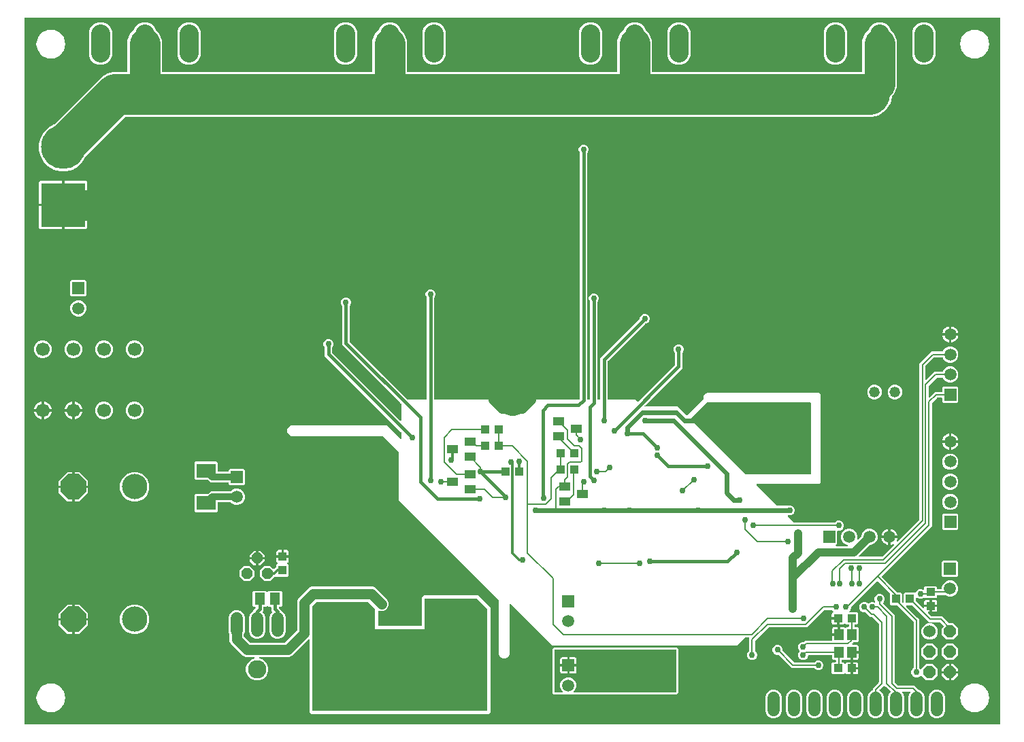
<source format=gbr>
G04 EAGLE Gerber RS-274X export*
G75*
%MOMM*%
%FSLAX34Y34*%
%LPD*%
%INBottom Copper*%
%IPPOS*%
%AMOC8*
5,1,8,0,0,1.08239X$1,22.5*%
G01*
%ADD10C,2.400000*%
%ADD11R,5.516000X5.516000*%
%ADD12C,5.516000*%
%ADD13P,3.409096X8X202.500000*%
%ADD14C,3.149600*%
%ADD15C,1.320800*%
%ADD16C,1.524000*%
%ADD17P,1.649562X8X292.500000*%
%ADD18C,1.508000*%
%ADD19R,1.508000X1.508000*%
%ADD20R,2.400000X1.800000*%
%ADD21R,1.050000X1.080000*%
%ADD22C,1.700000*%
%ADD23C,1.524000*%
%ADD24P,1.429621X8X22.500000*%
%ADD25R,1.300000X1.500000*%
%ADD26C,2.286000*%
%ADD27R,1.100000X1.000000*%
%ADD28R,1.400000X1.000000*%
%ADD29R,1.000000X1.100000*%
%ADD30R,1.150000X1.400000*%
%ADD31C,3.810000*%
%ADD32C,0.756400*%
%ADD33C,0.254000*%
%ADD34C,0.406400*%
%ADD35C,0.304800*%
%ADD36C,0.609600*%
%ADD37C,0.203200*%
%ADD38C,0.812800*%
%ADD39C,5.080000*%
%ADD40C,1.016000*%
%ADD41C,1.270000*%
%ADD42C,0.152400*%

G36*
X1215718Y2544D02*
X1215718Y2544D01*
X1215737Y2542D01*
X1215839Y2564D01*
X1215941Y2580D01*
X1215958Y2590D01*
X1215978Y2594D01*
X1216067Y2647D01*
X1216158Y2696D01*
X1216172Y2710D01*
X1216189Y2720D01*
X1216256Y2799D01*
X1216328Y2874D01*
X1216336Y2892D01*
X1216349Y2907D01*
X1216388Y3003D01*
X1216431Y3097D01*
X1216433Y3117D01*
X1216441Y3135D01*
X1216459Y3302D01*
X1216459Y882398D01*
X1216456Y882418D01*
X1216458Y882437D01*
X1216436Y882539D01*
X1216420Y882641D01*
X1216410Y882658D01*
X1216406Y882678D01*
X1216353Y882767D01*
X1216304Y882858D01*
X1216290Y882872D01*
X1216280Y882889D01*
X1216201Y882956D01*
X1216126Y883028D01*
X1216108Y883036D01*
X1216093Y883049D01*
X1215997Y883088D01*
X1215903Y883131D01*
X1215883Y883133D01*
X1215865Y883141D01*
X1215698Y883159D01*
X3302Y883159D01*
X3282Y883156D01*
X3263Y883158D01*
X3161Y883136D01*
X3059Y883120D01*
X3042Y883110D01*
X3022Y883106D01*
X2933Y883053D01*
X2842Y883004D01*
X2828Y882990D01*
X2811Y882980D01*
X2744Y882901D01*
X2672Y882826D01*
X2664Y882808D01*
X2651Y882793D01*
X2612Y882697D01*
X2569Y882603D01*
X2567Y882583D01*
X2559Y882565D01*
X2541Y882398D01*
X2541Y3302D01*
X2544Y3282D01*
X2542Y3263D01*
X2564Y3161D01*
X2580Y3059D01*
X2590Y3042D01*
X2594Y3022D01*
X2647Y2933D01*
X2696Y2842D01*
X2710Y2828D01*
X2720Y2811D01*
X2799Y2744D01*
X2874Y2672D01*
X2892Y2664D01*
X2907Y2651D01*
X3003Y2612D01*
X3097Y2569D01*
X3117Y2567D01*
X3135Y2559D01*
X3302Y2541D01*
X1215698Y2541D01*
X1215718Y2544D01*
G37*
%LPC*%
G36*
X1124821Y57149D02*
X1124821Y57149D01*
X1118809Y63162D01*
X1118796Y63186D01*
X1118771Y63253D01*
X1118739Y63294D01*
X1118714Y63340D01*
X1118662Y63389D01*
X1118618Y63445D01*
X1118574Y63473D01*
X1118536Y63509D01*
X1118471Y63539D01*
X1118411Y63578D01*
X1118360Y63591D01*
X1118313Y63613D01*
X1118242Y63621D01*
X1118172Y63638D01*
X1118120Y63634D01*
X1118069Y63640D01*
X1117998Y63625D01*
X1117927Y63619D01*
X1117879Y63599D01*
X1117828Y63588D01*
X1117767Y63551D01*
X1117701Y63523D01*
X1117645Y63478D01*
X1117617Y63462D01*
X1117602Y63444D01*
X1117570Y63418D01*
X1116102Y61950D01*
X1113778Y60987D01*
X1111262Y60987D01*
X1108938Y61950D01*
X1107160Y63728D01*
X1106197Y66052D01*
X1106197Y68568D01*
X1107160Y70892D01*
X1108740Y72472D01*
X1108793Y72546D01*
X1108853Y72615D01*
X1108865Y72646D01*
X1108884Y72672D01*
X1108911Y72759D01*
X1108945Y72844D01*
X1108949Y72885D01*
X1108956Y72907D01*
X1108955Y72939D01*
X1108963Y73010D01*
X1108963Y130291D01*
X1108949Y130382D01*
X1108941Y130472D01*
X1108929Y130502D01*
X1108924Y130534D01*
X1108881Y130615D01*
X1108845Y130699D01*
X1108819Y130731D01*
X1108808Y130752D01*
X1108785Y130774D01*
X1108740Y130830D01*
X1089084Y150486D01*
X1089010Y150539D01*
X1088940Y150599D01*
X1088910Y150611D01*
X1088884Y150630D01*
X1088797Y150657D01*
X1088712Y150691D01*
X1088671Y150695D01*
X1088649Y150702D01*
X1088617Y150701D01*
X1088545Y150709D01*
X1081458Y150709D01*
X1079969Y152198D01*
X1079969Y165517D01*
X1079971Y165522D01*
X1079970Y165542D01*
X1079975Y165562D01*
X1079967Y165665D01*
X1079965Y165768D01*
X1079958Y165787D01*
X1079956Y165808D01*
X1079916Y165902D01*
X1079881Y165999D01*
X1079868Y166015D01*
X1079860Y166034D01*
X1079755Y166165D01*
X1064798Y181122D01*
X1064782Y181133D01*
X1064770Y181149D01*
X1064682Y181205D01*
X1064599Y181265D01*
X1064580Y181271D01*
X1064563Y181282D01*
X1064462Y181307D01*
X1064363Y181338D01*
X1064344Y181337D01*
X1064324Y181342D01*
X1064221Y181334D01*
X1064118Y181331D01*
X1064099Y181324D01*
X1064079Y181323D01*
X1063984Y181283D01*
X1063887Y181247D01*
X1063871Y181234D01*
X1063853Y181227D01*
X1063722Y181122D01*
X1031436Y148836D01*
X1031383Y148762D01*
X1031323Y148692D01*
X1031311Y148662D01*
X1031292Y148636D01*
X1031265Y148549D01*
X1031231Y148464D01*
X1031227Y148423D01*
X1031220Y148401D01*
X1031221Y148369D01*
X1031213Y148297D01*
X1031213Y147332D01*
X1030250Y145008D01*
X1028702Y143460D01*
X1028660Y143402D01*
X1028611Y143350D01*
X1028589Y143303D01*
X1028558Y143261D01*
X1028537Y143192D01*
X1028507Y143127D01*
X1028501Y143075D01*
X1028486Y143025D01*
X1028488Y142954D01*
X1028480Y142883D01*
X1028491Y142832D01*
X1028492Y142780D01*
X1028517Y142712D01*
X1028532Y142642D01*
X1028559Y142597D01*
X1028577Y142549D01*
X1028622Y142493D01*
X1028658Y142431D01*
X1028698Y142397D01*
X1028731Y142357D01*
X1028791Y142318D01*
X1028845Y142271D01*
X1028894Y142252D01*
X1028937Y142224D01*
X1029007Y142206D01*
X1029074Y142179D01*
X1029145Y142171D01*
X1029176Y142163D01*
X1029199Y142165D01*
X1029240Y142161D01*
X1038672Y142161D01*
X1040161Y140672D01*
X1040161Y128568D01*
X1038672Y127079D01*
X1036438Y127079D01*
X1036418Y127076D01*
X1036399Y127078D01*
X1036297Y127056D01*
X1036195Y127040D01*
X1036178Y127030D01*
X1036158Y127026D01*
X1036069Y126973D01*
X1035978Y126924D01*
X1035964Y126910D01*
X1035947Y126900D01*
X1035880Y126821D01*
X1035808Y126746D01*
X1035800Y126728D01*
X1035787Y126713D01*
X1035748Y126617D01*
X1035705Y126523D01*
X1035703Y126503D01*
X1035695Y126485D01*
X1035677Y126318D01*
X1035677Y124602D01*
X1035680Y124582D01*
X1035678Y124563D01*
X1035700Y124461D01*
X1035716Y124359D01*
X1035726Y124342D01*
X1035730Y124322D01*
X1035783Y124233D01*
X1035832Y124142D01*
X1035846Y124128D01*
X1035856Y124111D01*
X1035935Y124044D01*
X1036010Y123972D01*
X1036028Y123964D01*
X1036043Y123951D01*
X1036139Y123912D01*
X1036233Y123869D01*
X1036253Y123867D01*
X1036271Y123859D01*
X1036438Y123841D01*
X1038802Y123841D01*
X1040291Y122352D01*
X1040291Y106248D01*
X1038802Y104759D01*
X1034665Y104759D01*
X1034574Y104745D01*
X1034484Y104737D01*
X1034454Y104725D01*
X1034422Y104720D01*
X1034341Y104677D01*
X1034257Y104641D01*
X1034225Y104615D01*
X1034204Y104604D01*
X1034182Y104581D01*
X1034126Y104536D01*
X1032730Y103140D01*
X1032688Y103082D01*
X1032639Y103030D01*
X1032617Y102983D01*
X1032587Y102941D01*
X1032566Y102872D01*
X1032535Y102807D01*
X1032530Y102755D01*
X1032514Y102705D01*
X1032516Y102634D01*
X1032508Y102563D01*
X1032519Y102512D01*
X1032521Y102460D01*
X1032545Y102392D01*
X1032561Y102322D01*
X1032587Y102277D01*
X1032605Y102229D01*
X1032650Y102173D01*
X1032687Y102111D01*
X1032726Y102077D01*
X1032759Y102037D01*
X1032819Y101998D01*
X1032874Y101951D01*
X1032922Y101932D01*
X1032966Y101904D01*
X1033035Y101886D01*
X1033102Y101859D01*
X1033173Y101851D01*
X1033204Y101843D01*
X1033228Y101845D01*
X1033269Y101841D01*
X1038084Y101841D01*
X1038731Y101668D01*
X1039310Y101333D01*
X1039783Y100860D01*
X1040118Y100281D01*
X1040291Y99634D01*
X1040291Y93823D01*
X1032762Y93823D01*
X1032742Y93820D01*
X1032723Y93822D01*
X1032621Y93800D01*
X1032519Y93783D01*
X1032502Y93774D01*
X1032482Y93770D01*
X1032393Y93717D01*
X1032302Y93668D01*
X1032288Y93654D01*
X1032271Y93644D01*
X1032204Y93565D01*
X1032133Y93490D01*
X1032124Y93472D01*
X1032111Y93457D01*
X1032072Y93361D01*
X1032029Y93267D01*
X1032027Y93247D01*
X1032019Y93229D01*
X1032001Y93062D01*
X1032001Y92299D01*
X1031238Y92299D01*
X1031218Y92296D01*
X1031199Y92298D01*
X1031097Y92276D01*
X1030995Y92259D01*
X1030978Y92250D01*
X1030958Y92246D01*
X1030869Y92193D01*
X1030778Y92144D01*
X1030764Y92130D01*
X1030747Y92120D01*
X1030680Y92041D01*
X1030609Y91966D01*
X1030600Y91948D01*
X1030587Y91933D01*
X1030548Y91837D01*
X1030505Y91743D01*
X1030503Y91723D01*
X1030495Y91705D01*
X1030477Y91538D01*
X1030477Y82759D01*
X1025916Y82759D01*
X1025269Y82932D01*
X1024690Y83267D01*
X1024538Y83419D01*
X1024522Y83430D01*
X1024510Y83446D01*
X1024422Y83502D01*
X1024339Y83562D01*
X1024320Y83568D01*
X1024303Y83579D01*
X1024202Y83604D01*
X1024103Y83634D01*
X1024084Y83634D01*
X1024064Y83639D01*
X1023961Y83631D01*
X1023858Y83628D01*
X1023839Y83621D01*
X1023819Y83620D01*
X1023724Y83579D01*
X1023627Y83544D01*
X1023611Y83531D01*
X1023593Y83523D01*
X1023462Y83419D01*
X1022802Y82759D01*
X1020318Y82759D01*
X1020298Y82756D01*
X1020279Y82758D01*
X1020177Y82736D01*
X1020075Y82720D01*
X1020058Y82710D01*
X1020038Y82706D01*
X1019949Y82653D01*
X1019858Y82604D01*
X1019844Y82590D01*
X1019827Y82580D01*
X1019760Y82501D01*
X1019688Y82426D01*
X1019680Y82408D01*
X1019667Y82393D01*
X1019628Y82297D01*
X1019585Y82203D01*
X1019583Y82183D01*
X1019575Y82165D01*
X1019557Y81998D01*
X1019557Y80692D01*
X1019560Y80672D01*
X1019558Y80653D01*
X1019580Y80551D01*
X1019596Y80449D01*
X1019606Y80432D01*
X1019610Y80412D01*
X1019663Y80323D01*
X1019712Y80232D01*
X1019726Y80218D01*
X1019736Y80201D01*
X1019815Y80134D01*
X1019890Y80062D01*
X1019908Y80054D01*
X1019923Y80041D01*
X1020019Y80002D01*
X1020113Y79959D01*
X1020133Y79957D01*
X1020151Y79949D01*
X1020318Y79931D01*
X1021672Y79931D01*
X1023178Y78426D01*
X1023273Y78357D01*
X1023370Y78286D01*
X1023374Y78284D01*
X1023377Y78282D01*
X1023490Y78247D01*
X1023604Y78211D01*
X1023608Y78211D01*
X1023612Y78210D01*
X1023731Y78213D01*
X1023850Y78215D01*
X1023854Y78216D01*
X1023858Y78216D01*
X1023970Y78257D01*
X1024082Y78296D01*
X1024085Y78299D01*
X1024089Y78300D01*
X1024183Y78375D01*
X1024276Y78448D01*
X1024279Y78452D01*
X1024281Y78454D01*
X1024289Y78466D01*
X1024375Y78583D01*
X1024587Y78950D01*
X1025060Y79423D01*
X1025639Y79758D01*
X1026286Y79931D01*
X1030597Y79931D01*
X1030597Y73152D01*
X1030600Y73132D01*
X1030598Y73113D01*
X1030620Y73011D01*
X1030637Y72909D01*
X1030646Y72892D01*
X1030650Y72872D01*
X1030703Y72783D01*
X1030752Y72692D01*
X1030766Y72678D01*
X1030776Y72661D01*
X1030855Y72594D01*
X1030930Y72523D01*
X1030948Y72514D01*
X1030963Y72501D01*
X1031059Y72462D01*
X1031153Y72419D01*
X1031173Y72417D01*
X1031191Y72409D01*
X1031358Y72391D01*
X1032121Y72391D01*
X1032121Y72389D01*
X1031358Y72389D01*
X1031338Y72386D01*
X1031319Y72388D01*
X1031217Y72366D01*
X1031115Y72349D01*
X1031098Y72340D01*
X1031078Y72336D01*
X1030989Y72283D01*
X1030898Y72234D01*
X1030884Y72220D01*
X1030867Y72210D01*
X1030800Y72131D01*
X1030729Y72056D01*
X1030720Y72038D01*
X1030707Y72023D01*
X1030668Y71927D01*
X1030625Y71833D01*
X1030623Y71813D01*
X1030615Y71795D01*
X1030597Y71628D01*
X1030597Y64849D01*
X1026286Y64849D01*
X1025639Y65022D01*
X1025060Y65357D01*
X1024587Y65830D01*
X1024375Y66197D01*
X1024299Y66289D01*
X1024226Y66382D01*
X1024222Y66384D01*
X1024219Y66387D01*
X1024118Y66451D01*
X1024019Y66515D01*
X1024015Y66516D01*
X1024011Y66518D01*
X1023895Y66546D01*
X1023780Y66575D01*
X1023776Y66574D01*
X1023772Y66575D01*
X1023653Y66565D01*
X1023535Y66556D01*
X1023531Y66554D01*
X1023527Y66554D01*
X1023417Y66506D01*
X1023309Y66459D01*
X1023305Y66456D01*
X1023302Y66455D01*
X1023291Y66445D01*
X1023178Y66354D01*
X1021672Y64849D01*
X1008568Y64849D01*
X1007079Y66338D01*
X1007079Y78442D01*
X1008568Y79931D01*
X1011682Y79931D01*
X1011702Y79934D01*
X1011721Y79932D01*
X1011823Y79954D01*
X1011925Y79970D01*
X1011942Y79980D01*
X1011962Y79984D01*
X1012051Y80037D01*
X1012142Y80086D01*
X1012156Y80100D01*
X1012173Y80110D01*
X1012240Y80189D01*
X1012312Y80264D01*
X1012320Y80282D01*
X1012333Y80297D01*
X1012372Y80393D01*
X1012415Y80487D01*
X1012417Y80507D01*
X1012425Y80525D01*
X1012443Y80692D01*
X1012443Y81998D01*
X1012440Y82018D01*
X1012442Y82037D01*
X1012420Y82139D01*
X1012404Y82241D01*
X1012394Y82258D01*
X1012390Y82278D01*
X1012337Y82367D01*
X1012288Y82458D01*
X1012274Y82472D01*
X1012264Y82489D01*
X1012185Y82556D01*
X1012110Y82628D01*
X1012092Y82636D01*
X1012077Y82649D01*
X1011981Y82688D01*
X1011887Y82731D01*
X1011867Y82733D01*
X1011849Y82741D01*
X1011682Y82759D01*
X1009198Y82759D01*
X1007709Y84248D01*
X1007709Y87982D01*
X1007706Y88002D01*
X1007708Y88021D01*
X1007686Y88123D01*
X1007670Y88225D01*
X1007660Y88242D01*
X1007656Y88262D01*
X1007603Y88351D01*
X1007554Y88442D01*
X1007540Y88456D01*
X1007530Y88473D01*
X1007451Y88540D01*
X1007376Y88612D01*
X1007358Y88620D01*
X1007343Y88633D01*
X1007247Y88672D01*
X1007153Y88715D01*
X1007133Y88717D01*
X1007115Y88725D01*
X1006948Y88743D01*
X978634Y88743D01*
X978614Y88740D01*
X978595Y88742D01*
X978493Y88720D01*
X978391Y88704D01*
X978374Y88694D01*
X978354Y88690D01*
X978265Y88637D01*
X978174Y88588D01*
X978160Y88574D01*
X978143Y88564D01*
X978076Y88485D01*
X978004Y88410D01*
X977996Y88392D01*
X977983Y88377D01*
X977944Y88281D01*
X977901Y88187D01*
X977899Y88167D01*
X977891Y88149D01*
X977873Y87982D01*
X977873Y87642D01*
X976910Y85318D01*
X975132Y83540D01*
X972808Y82577D01*
X970292Y82577D01*
X967968Y83540D01*
X966190Y85318D01*
X965227Y87642D01*
X965227Y90158D01*
X966190Y92482D01*
X967150Y93442D01*
X967162Y93458D01*
X967177Y93470D01*
X967233Y93558D01*
X967294Y93641D01*
X967299Y93660D01*
X967310Y93677D01*
X967335Y93778D01*
X967366Y93877D01*
X967365Y93896D01*
X967370Y93916D01*
X967362Y94019D01*
X967360Y94122D01*
X967353Y94141D01*
X967351Y94161D01*
X967311Y94256D01*
X967275Y94353D01*
X967263Y94369D01*
X967255Y94387D01*
X967150Y94518D01*
X966190Y95478D01*
X965227Y97802D01*
X965227Y100318D01*
X966190Y102642D01*
X967968Y104420D01*
X970292Y105383D01*
X972527Y105383D01*
X972618Y105397D01*
X972708Y105405D01*
X972738Y105417D01*
X972770Y105422D01*
X972851Y105465D01*
X972935Y105501D01*
X972967Y105527D01*
X972988Y105538D01*
X973010Y105561D01*
X973066Y105606D01*
X973887Y106427D01*
X1006948Y106427D01*
X1006968Y106430D01*
X1006987Y106428D01*
X1007089Y106450D01*
X1007191Y106466D01*
X1007208Y106476D01*
X1007228Y106480D01*
X1007317Y106533D01*
X1007408Y106582D01*
X1007422Y106596D01*
X1007439Y106606D01*
X1007506Y106685D01*
X1007578Y106760D01*
X1007586Y106778D01*
X1007599Y106793D01*
X1007638Y106889D01*
X1007681Y106983D01*
X1007683Y107003D01*
X1007691Y107021D01*
X1007709Y107188D01*
X1007709Y112777D01*
X1015238Y112777D01*
X1015258Y112780D01*
X1015277Y112778D01*
X1015379Y112800D01*
X1015481Y112817D01*
X1015498Y112826D01*
X1015518Y112830D01*
X1015607Y112883D01*
X1015698Y112932D01*
X1015712Y112946D01*
X1015729Y112956D01*
X1015796Y113035D01*
X1015867Y113110D01*
X1015876Y113128D01*
X1015889Y113143D01*
X1015928Y113239D01*
X1015971Y113333D01*
X1015973Y113353D01*
X1015981Y113371D01*
X1015999Y113538D01*
X1015999Y114301D01*
X1016762Y114301D01*
X1016782Y114304D01*
X1016801Y114302D01*
X1016903Y114324D01*
X1017005Y114341D01*
X1017022Y114350D01*
X1017042Y114354D01*
X1017131Y114407D01*
X1017222Y114456D01*
X1017236Y114470D01*
X1017253Y114480D01*
X1017320Y114559D01*
X1017391Y114634D01*
X1017400Y114652D01*
X1017413Y114667D01*
X1017452Y114763D01*
X1017495Y114857D01*
X1017497Y114877D01*
X1017505Y114895D01*
X1017523Y115062D01*
X1017523Y123841D01*
X1022084Y123841D01*
X1022731Y123668D01*
X1023310Y123333D01*
X1023462Y123181D01*
X1023478Y123170D01*
X1023490Y123154D01*
X1023578Y123098D01*
X1023661Y123038D01*
X1023680Y123032D01*
X1023697Y123021D01*
X1023798Y122996D01*
X1023897Y122966D01*
X1023916Y122966D01*
X1023936Y122961D01*
X1024039Y122969D01*
X1024142Y122972D01*
X1024161Y122979D01*
X1024181Y122980D01*
X1024276Y123021D01*
X1024373Y123056D01*
X1024389Y123069D01*
X1024407Y123077D01*
X1024538Y123181D01*
X1025198Y123841D01*
X1027802Y123841D01*
X1027822Y123844D01*
X1027841Y123842D01*
X1027943Y123864D01*
X1028045Y123880D01*
X1028062Y123890D01*
X1028082Y123894D01*
X1028171Y123947D01*
X1028262Y123996D01*
X1028276Y124010D01*
X1028293Y124020D01*
X1028360Y124099D01*
X1028432Y124174D01*
X1028440Y124192D01*
X1028453Y124207D01*
X1028492Y124303D01*
X1028535Y124397D01*
X1028537Y124417D01*
X1028545Y124435D01*
X1028563Y124602D01*
X1028563Y126318D01*
X1028560Y126338D01*
X1028562Y126357D01*
X1028540Y126459D01*
X1028524Y126561D01*
X1028514Y126578D01*
X1028510Y126598D01*
X1028457Y126687D01*
X1028408Y126778D01*
X1028394Y126792D01*
X1028384Y126809D01*
X1028305Y126876D01*
X1028230Y126948D01*
X1028212Y126956D01*
X1028197Y126969D01*
X1028101Y127008D01*
X1028007Y127051D01*
X1027987Y127053D01*
X1027969Y127061D01*
X1027802Y127079D01*
X1025568Y127079D01*
X1024062Y128584D01*
X1023967Y128653D01*
X1023870Y128724D01*
X1023866Y128726D01*
X1023863Y128728D01*
X1023750Y128763D01*
X1023636Y128799D01*
X1023632Y128799D01*
X1023628Y128800D01*
X1023509Y128797D01*
X1023390Y128795D01*
X1023386Y128794D01*
X1023382Y128794D01*
X1023270Y128753D01*
X1023158Y128714D01*
X1023155Y128711D01*
X1023151Y128710D01*
X1023057Y128635D01*
X1022964Y128562D01*
X1022961Y128558D01*
X1022959Y128556D01*
X1022951Y128544D01*
X1022865Y128427D01*
X1022653Y128060D01*
X1022180Y127587D01*
X1021601Y127252D01*
X1020954Y127079D01*
X1016643Y127079D01*
X1016643Y133858D01*
X1016640Y133878D01*
X1016642Y133897D01*
X1016620Y133999D01*
X1016603Y134101D01*
X1016594Y134118D01*
X1016590Y134138D01*
X1016537Y134227D01*
X1016488Y134318D01*
X1016474Y134332D01*
X1016464Y134349D01*
X1016385Y134416D01*
X1016310Y134487D01*
X1016292Y134496D01*
X1016277Y134509D01*
X1016181Y134548D01*
X1016087Y134591D01*
X1016067Y134593D01*
X1016049Y134601D01*
X1015882Y134619D01*
X1015119Y134619D01*
X1015119Y135382D01*
X1015116Y135402D01*
X1015118Y135421D01*
X1015096Y135523D01*
X1015079Y135625D01*
X1015070Y135642D01*
X1015066Y135662D01*
X1015013Y135751D01*
X1014964Y135842D01*
X1014950Y135856D01*
X1014940Y135873D01*
X1014861Y135940D01*
X1014786Y136011D01*
X1014768Y136020D01*
X1014753Y136033D01*
X1014657Y136072D01*
X1014563Y136115D01*
X1014543Y136117D01*
X1014525Y136125D01*
X1014358Y136143D01*
X1007079Y136143D01*
X1007079Y139954D01*
X1007252Y140601D01*
X1007587Y141180D01*
X1008060Y141653D01*
X1008717Y142033D01*
X1008723Y142035D01*
X1008745Y142053D01*
X1008771Y142064D01*
X1008841Y142129D01*
X1008915Y142188D01*
X1008931Y142212D01*
X1008951Y142232D01*
X1008997Y142315D01*
X1009048Y142395D01*
X1009055Y142423D01*
X1009069Y142448D01*
X1009085Y142542D01*
X1009108Y142634D01*
X1009106Y142662D01*
X1009111Y142690D01*
X1009096Y142784D01*
X1009089Y142879D01*
X1009078Y142905D01*
X1009074Y142933D01*
X1009030Y143018D01*
X1008993Y143105D01*
X1008970Y143133D01*
X1008961Y143152D01*
X1008937Y143175D01*
X1008888Y143236D01*
X1007314Y144810D01*
X1007240Y144863D01*
X1007171Y144923D01*
X1007141Y144935D01*
X1007114Y144954D01*
X1007027Y144981D01*
X1006942Y145015D01*
X1006902Y145019D01*
X1006879Y145026D01*
X1006847Y145025D01*
X1006776Y145033D01*
X998106Y145033D01*
X998016Y145019D01*
X997925Y145011D01*
X997895Y144999D01*
X997863Y144994D01*
X997782Y144951D01*
X997698Y144915D01*
X997666Y144889D01*
X997646Y144878D01*
X997623Y144855D01*
X997567Y144810D01*
X976454Y123697D01*
X929143Y123697D01*
X929052Y123683D01*
X928962Y123675D01*
X928932Y123663D01*
X928900Y123658D01*
X928819Y123615D01*
X928735Y123579D01*
X928703Y123553D01*
X928682Y123542D01*
X928660Y123519D01*
X928604Y123474D01*
X911830Y106700D01*
X911777Y106626D01*
X911717Y106556D01*
X911705Y106526D01*
X911686Y106500D01*
X911659Y106413D01*
X911625Y106328D01*
X911621Y106287D01*
X911614Y106265D01*
X911615Y106233D01*
X911607Y106161D01*
X911607Y94600D01*
X911621Y94510D01*
X911629Y94419D01*
X911641Y94390D01*
X911646Y94358D01*
X911689Y94277D01*
X911725Y94193D01*
X911751Y94161D01*
X911762Y94140D01*
X911785Y94118D01*
X911830Y94062D01*
X913410Y92482D01*
X914373Y90158D01*
X914373Y87642D01*
X913410Y85318D01*
X911632Y83540D01*
X909308Y82577D01*
X906792Y82577D01*
X904468Y83540D01*
X902690Y85318D01*
X901727Y87642D01*
X901727Y90158D01*
X902690Y92482D01*
X904270Y94062D01*
X904323Y94136D01*
X904383Y94205D01*
X904395Y94236D01*
X904414Y94262D01*
X904441Y94349D01*
X904475Y94434D01*
X904479Y94475D01*
X904486Y94497D01*
X904485Y94529D01*
X904493Y94600D01*
X904493Y109423D01*
X904514Y109444D01*
X904556Y109502D01*
X904605Y109554D01*
X904627Y109601D01*
X904657Y109643D01*
X904678Y109712D01*
X904709Y109777D01*
X904714Y109829D01*
X904730Y109879D01*
X904728Y109950D01*
X904736Y110021D01*
X904725Y110072D01*
X904723Y110124D01*
X904699Y110192D01*
X904683Y110262D01*
X904657Y110307D01*
X904639Y110355D01*
X904594Y110411D01*
X904557Y110473D01*
X904518Y110507D01*
X904485Y110547D01*
X904425Y110586D01*
X904370Y110633D01*
X904322Y110652D01*
X904278Y110680D01*
X904209Y110698D01*
X904142Y110725D01*
X904071Y110733D01*
X904040Y110741D01*
X904016Y110739D01*
X903975Y110743D01*
X899896Y110743D01*
X899806Y110729D01*
X899715Y110721D01*
X899686Y110709D01*
X899654Y110704D01*
X899573Y110661D01*
X899489Y110625D01*
X899457Y110599D01*
X899436Y110588D01*
X899414Y110565D01*
X899358Y110520D01*
X889421Y100583D01*
X659979Y100583D01*
X659160Y101402D01*
X607471Y153091D01*
X607413Y153133D01*
X607361Y153182D01*
X607314Y153204D01*
X607272Y153234D01*
X607203Y153255D01*
X607138Y153286D01*
X607086Y153291D01*
X607036Y153307D01*
X606965Y153305D01*
X606894Y153313D01*
X606843Y153302D01*
X606791Y153300D01*
X606723Y153276D01*
X606653Y153261D01*
X606608Y153234D01*
X606560Y153216D01*
X606504Y153171D01*
X606442Y153134D01*
X606408Y153095D01*
X606368Y153062D01*
X606329Y153002D01*
X606282Y152947D01*
X606263Y152899D01*
X606235Y152855D01*
X606217Y152786D01*
X606190Y152719D01*
X606182Y152648D01*
X606174Y152617D01*
X606176Y152594D01*
X606172Y152553D01*
X606172Y89636D01*
X604368Y86512D01*
X601244Y84708D01*
X597636Y84708D01*
X594512Y86512D01*
X592708Y89636D01*
X592708Y157224D01*
X592694Y157315D01*
X592686Y157405D01*
X592674Y157435D01*
X592669Y157467D01*
X592626Y157548D01*
X592590Y157632D01*
X592564Y157664D01*
X592553Y157685D01*
X592530Y157707D01*
X592485Y157763D01*
X468248Y282000D01*
X468248Y341374D01*
X468234Y341465D01*
X468226Y341555D01*
X468214Y341585D01*
X468209Y341617D01*
X468166Y341698D01*
X468130Y341782D01*
X468104Y341814D01*
X468093Y341835D01*
X468070Y341857D01*
X468025Y341913D01*
X448593Y361345D01*
X448519Y361398D01*
X448449Y361458D01*
X448419Y361470D01*
X448393Y361489D01*
X448306Y361516D01*
X448221Y361550D01*
X448180Y361554D01*
X448158Y361561D01*
X448126Y361560D01*
X448054Y361568D01*
X334746Y361568D01*
X331622Y363372D01*
X329818Y366496D01*
X329818Y370104D01*
X331622Y373228D01*
X334746Y375032D01*
X453330Y375032D01*
X455265Y373097D01*
X470124Y358238D01*
X470182Y358196D01*
X470234Y358147D01*
X470281Y358125D01*
X470323Y358095D01*
X470392Y358074D01*
X470457Y358043D01*
X470509Y358038D01*
X470559Y358022D01*
X470630Y358024D01*
X470701Y358016D01*
X470752Y358027D01*
X470804Y358029D01*
X470872Y358053D01*
X470942Y358069D01*
X470987Y358095D01*
X471035Y358113D01*
X471091Y358158D01*
X471153Y358195D01*
X471187Y358234D01*
X471227Y358267D01*
X471266Y358327D01*
X471313Y358382D01*
X471332Y358430D01*
X471360Y358474D01*
X471378Y358543D01*
X471405Y358610D01*
X471413Y358681D01*
X471421Y358712D01*
X471419Y358736D01*
X471423Y358776D01*
X471423Y366345D01*
X471409Y366435D01*
X471401Y366526D01*
X471389Y366555D01*
X471384Y366587D01*
X471341Y366668D01*
X471305Y366752D01*
X471279Y366784D01*
X471268Y366805D01*
X471245Y366827D01*
X471200Y366883D01*
X376427Y461656D01*
X376427Y471566D01*
X376413Y471656D01*
X376405Y471747D01*
X376393Y471776D01*
X376388Y471808D01*
X376345Y471889D01*
X376309Y471973D01*
X376283Y472005D01*
X376272Y472026D01*
X376249Y472048D01*
X376204Y472104D01*
X375640Y472668D01*
X374677Y474992D01*
X374677Y477508D01*
X375640Y479832D01*
X377418Y481610D01*
X379742Y482573D01*
X382258Y482573D01*
X384582Y481610D01*
X386360Y479832D01*
X387323Y477508D01*
X387323Y474992D01*
X386360Y472668D01*
X385796Y472104D01*
X385743Y472030D01*
X385683Y471961D01*
X385671Y471930D01*
X385652Y471904D01*
X385625Y471817D01*
X385591Y471732D01*
X385587Y471691D01*
X385580Y471669D01*
X385581Y471637D01*
X385573Y471566D01*
X385573Y465759D01*
X385587Y465669D01*
X385595Y465578D01*
X385607Y465549D01*
X385612Y465517D01*
X385655Y465436D01*
X385691Y465352D01*
X385717Y465320D01*
X385728Y465299D01*
X385751Y465277D01*
X385796Y465221D01*
X470124Y380893D01*
X470182Y380851D01*
X470234Y380802D01*
X470281Y380780D01*
X470323Y380750D01*
X470392Y380728D01*
X470457Y380698D01*
X470509Y380692D01*
X470559Y380677D01*
X470630Y380679D01*
X470701Y380671D01*
X470752Y380682D01*
X470804Y380684D01*
X470872Y380708D01*
X470942Y380723D01*
X470986Y380750D01*
X471035Y380768D01*
X471091Y380813D01*
X471153Y380850D01*
X471187Y380889D01*
X471227Y380922D01*
X471266Y380982D01*
X471313Y381036D01*
X471332Y381085D01*
X471360Y381129D01*
X471378Y381198D01*
X471405Y381265D01*
X471413Y381336D01*
X471421Y381367D01*
X471419Y381390D01*
X471423Y381431D01*
X471423Y401905D01*
X471409Y401995D01*
X471401Y402086D01*
X471389Y402115D01*
X471384Y402147D01*
X471341Y402228D01*
X471305Y402312D01*
X471279Y402344D01*
X471268Y402365D01*
X471245Y402387D01*
X471200Y402443D01*
X398017Y475626D01*
X398017Y523636D01*
X398003Y523726D01*
X397995Y523817D01*
X397983Y523846D01*
X397978Y523878D01*
X397935Y523959D01*
X397899Y524043D01*
X397873Y524075D01*
X397862Y524096D01*
X397839Y524118D01*
X397794Y524174D01*
X397230Y524738D01*
X396267Y527062D01*
X396267Y529578D01*
X397230Y531902D01*
X399008Y533680D01*
X401332Y534643D01*
X403848Y534643D01*
X406172Y533680D01*
X407950Y531902D01*
X408913Y529578D01*
X408913Y527062D01*
X407950Y524738D01*
X407386Y524174D01*
X407333Y524100D01*
X407273Y524031D01*
X407261Y524000D01*
X407242Y523974D01*
X407215Y523887D01*
X407181Y523802D01*
X407177Y523761D01*
X407170Y523739D01*
X407171Y523707D01*
X407163Y523636D01*
X407163Y479729D01*
X407178Y479639D01*
X407185Y479548D01*
X407197Y479519D01*
X407202Y479487D01*
X407245Y479406D01*
X407281Y479322D01*
X407307Y479290D01*
X407318Y479269D01*
X407341Y479247D01*
X407386Y479191D01*
X478937Y407640D01*
X479011Y407587D01*
X479081Y407527D01*
X479111Y407515D01*
X479137Y407496D01*
X479224Y407469D01*
X479309Y407435D01*
X479350Y407431D01*
X479372Y407424D01*
X479404Y407425D01*
X479475Y407417D01*
X502666Y407417D01*
X502686Y407420D01*
X502705Y407418D01*
X502807Y407440D01*
X502909Y407456D01*
X502926Y407466D01*
X502946Y407470D01*
X503035Y407523D01*
X503126Y407572D01*
X503140Y407586D01*
X503157Y407596D01*
X503224Y407675D01*
X503296Y407750D01*
X503304Y407768D01*
X503317Y407783D01*
X503356Y407879D01*
X503399Y407973D01*
X503401Y407993D01*
X503409Y408011D01*
X503427Y408178D01*
X503427Y533796D01*
X503413Y533886D01*
X503405Y533977D01*
X503393Y534006D01*
X503388Y534038D01*
X503345Y534119D01*
X503309Y534203D01*
X503283Y534235D01*
X503272Y534256D01*
X503249Y534278D01*
X503204Y534334D01*
X502640Y534898D01*
X501677Y537222D01*
X501677Y539738D01*
X502640Y542062D01*
X504418Y543840D01*
X506742Y544803D01*
X509258Y544803D01*
X511582Y543840D01*
X513360Y542062D01*
X514323Y539738D01*
X514323Y537222D01*
X513360Y534898D01*
X512796Y534334D01*
X512743Y534260D01*
X512683Y534191D01*
X512671Y534160D01*
X512652Y534134D01*
X512625Y534047D01*
X512591Y533962D01*
X512587Y533921D01*
X512580Y533899D01*
X512581Y533867D01*
X512573Y533796D01*
X512573Y408178D01*
X512576Y408158D01*
X512574Y408139D01*
X512596Y408037D01*
X512612Y407935D01*
X512622Y407918D01*
X512626Y407898D01*
X512679Y407809D01*
X512728Y407718D01*
X512742Y407704D01*
X512752Y407687D01*
X512831Y407620D01*
X512906Y407548D01*
X512924Y407540D01*
X512939Y407527D01*
X513035Y407488D01*
X513129Y407445D01*
X513149Y407443D01*
X513167Y407435D01*
X513334Y407417D01*
X692735Y407417D01*
X692825Y407431D01*
X692916Y407439D01*
X692945Y407451D01*
X692977Y407456D01*
X693058Y407499D01*
X693142Y407535D01*
X693174Y407561D01*
X693195Y407572D01*
X693217Y407595D01*
X693273Y407640D01*
X693704Y408071D01*
X693758Y408145D01*
X693817Y408215D01*
X693829Y408245D01*
X693848Y408271D01*
X693875Y408358D01*
X693909Y408443D01*
X693913Y408484D01*
X693920Y408506D01*
X693919Y408538D01*
X693927Y408609D01*
X693927Y714136D01*
X693913Y714226D01*
X693905Y714317D01*
X693893Y714347D01*
X693888Y714378D01*
X693845Y714459D01*
X693809Y714543D01*
X693783Y714575D01*
X693772Y714596D01*
X693749Y714618D01*
X693704Y714674D01*
X693140Y715238D01*
X692177Y717562D01*
X692177Y720078D01*
X693140Y722402D01*
X694918Y724180D01*
X697242Y725143D01*
X699758Y725143D01*
X702082Y724180D01*
X703860Y722402D01*
X704823Y720078D01*
X704823Y717562D01*
X703860Y715238D01*
X703296Y714674D01*
X703242Y714600D01*
X703183Y714531D01*
X703171Y714501D01*
X703152Y714474D01*
X703125Y714387D01*
X703091Y714302D01*
X703087Y714262D01*
X703080Y714239D01*
X703081Y714207D01*
X703073Y714136D01*
X703073Y408178D01*
X703076Y408158D01*
X703074Y408139D01*
X703096Y408037D01*
X703112Y407935D01*
X703122Y407918D01*
X703126Y407898D01*
X703179Y407809D01*
X703228Y407718D01*
X703242Y407704D01*
X703252Y407687D01*
X703331Y407620D01*
X703406Y407548D01*
X703424Y407540D01*
X703439Y407527D01*
X703535Y407488D01*
X703629Y407445D01*
X703649Y407443D01*
X703667Y407435D01*
X703834Y407417D01*
X705866Y407417D01*
X705886Y407420D01*
X705905Y407418D01*
X706007Y407440D01*
X706109Y407456D01*
X706126Y407466D01*
X706146Y407470D01*
X706235Y407523D01*
X706326Y407572D01*
X706340Y407586D01*
X706357Y407596D01*
X706424Y407675D01*
X706496Y407750D01*
X706504Y407768D01*
X706517Y407783D01*
X706556Y407879D01*
X706599Y407973D01*
X706601Y407993D01*
X706609Y408011D01*
X706627Y408178D01*
X706627Y528716D01*
X706613Y528806D01*
X706605Y528897D01*
X706593Y528927D01*
X706588Y528958D01*
X706545Y529039D01*
X706509Y529123D01*
X706483Y529155D01*
X706472Y529176D01*
X706449Y529198D01*
X706404Y529254D01*
X705840Y529818D01*
X704877Y532142D01*
X704877Y534658D01*
X705840Y536982D01*
X707618Y538760D01*
X709942Y539723D01*
X712458Y539723D01*
X714782Y538760D01*
X716560Y536982D01*
X717523Y534658D01*
X717523Y532142D01*
X716560Y529818D01*
X715996Y529254D01*
X715942Y529180D01*
X715883Y529111D01*
X715871Y529081D01*
X715852Y529054D01*
X715825Y528967D01*
X715791Y528882D01*
X715787Y528842D01*
X715780Y528819D01*
X715781Y528787D01*
X715773Y528716D01*
X715773Y408178D01*
X715776Y408158D01*
X715774Y408139D01*
X715796Y408037D01*
X715812Y407935D01*
X715822Y407918D01*
X715826Y407898D01*
X715879Y407809D01*
X715928Y407718D01*
X715942Y407704D01*
X715952Y407687D01*
X716031Y407620D01*
X716106Y407548D01*
X716124Y407540D01*
X716139Y407527D01*
X716235Y407488D01*
X716329Y407445D01*
X716349Y407443D01*
X716367Y407435D01*
X716534Y407417D01*
X718566Y407417D01*
X718586Y407420D01*
X718605Y407418D01*
X718707Y407440D01*
X718809Y407456D01*
X718826Y407466D01*
X718846Y407470D01*
X718935Y407523D01*
X719026Y407572D01*
X719040Y407586D01*
X719057Y407596D01*
X719124Y407675D01*
X719196Y407750D01*
X719204Y407768D01*
X719217Y407783D01*
X719256Y407879D01*
X719299Y407973D01*
X719301Y407993D01*
X719309Y408011D01*
X719327Y408178D01*
X719327Y459094D01*
X768154Y507921D01*
X768207Y507995D01*
X768267Y508065D01*
X768279Y508095D01*
X768298Y508121D01*
X768325Y508208D01*
X768359Y508293D01*
X768363Y508334D01*
X768370Y508356D01*
X768369Y508388D01*
X768377Y508459D01*
X768377Y509258D01*
X769340Y511582D01*
X771118Y513360D01*
X773442Y514323D01*
X775958Y514323D01*
X778282Y513360D01*
X780060Y511582D01*
X781023Y509258D01*
X781023Y506742D01*
X780060Y504418D01*
X778282Y502640D01*
X775958Y501677D01*
X775159Y501677D01*
X775069Y501663D01*
X774978Y501655D01*
X774949Y501643D01*
X774917Y501638D01*
X774836Y501595D01*
X774752Y501559D01*
X774720Y501533D01*
X774699Y501522D01*
X774677Y501499D01*
X774621Y501454D01*
X728696Y455529D01*
X728643Y455455D01*
X728583Y455385D01*
X728571Y455355D01*
X728552Y455329D01*
X728525Y455242D01*
X728491Y455157D01*
X728487Y455116D01*
X728480Y455094D01*
X728481Y455062D01*
X728473Y454991D01*
X728473Y408178D01*
X728476Y408158D01*
X728474Y408139D01*
X728496Y408037D01*
X728512Y407935D01*
X728522Y407918D01*
X728526Y407898D01*
X728579Y407809D01*
X728628Y407718D01*
X728642Y407704D01*
X728652Y407687D01*
X728731Y407620D01*
X728806Y407548D01*
X728824Y407540D01*
X728839Y407527D01*
X728935Y407488D01*
X729029Y407445D01*
X729049Y407443D01*
X729067Y407435D01*
X729234Y407417D01*
X762421Y407417D01*
X765297Y404541D01*
X765313Y404529D01*
X765326Y404513D01*
X765413Y404457D01*
X765497Y404397D01*
X765516Y404391D01*
X765533Y404380D01*
X765633Y404355D01*
X765732Y404325D01*
X765752Y404325D01*
X765771Y404320D01*
X765874Y404328D01*
X765978Y404331D01*
X765997Y404338D01*
X766017Y404340D01*
X766111Y404380D01*
X766209Y404416D01*
X766225Y404428D01*
X766243Y404436D01*
X766374Y404541D01*
X811814Y449981D01*
X811867Y450055D01*
X811927Y450125D01*
X811939Y450155D01*
X811958Y450181D01*
X811985Y450268D01*
X812019Y450353D01*
X812023Y450394D01*
X812030Y450416D01*
X812029Y450448D01*
X812037Y450519D01*
X812037Y465216D01*
X812023Y465306D01*
X812015Y465397D01*
X812003Y465426D01*
X811998Y465458D01*
X811955Y465539D01*
X811919Y465623D01*
X811893Y465655D01*
X811882Y465676D01*
X811859Y465698D01*
X811814Y465754D01*
X811250Y466318D01*
X810287Y468642D01*
X810287Y471158D01*
X811250Y473482D01*
X813028Y475260D01*
X815352Y476223D01*
X817868Y476223D01*
X820192Y475260D01*
X821970Y473482D01*
X822933Y471158D01*
X822933Y468642D01*
X821970Y466318D01*
X821406Y465754D01*
X821353Y465680D01*
X821293Y465611D01*
X821281Y465580D01*
X821262Y465554D01*
X821235Y465467D01*
X821201Y465382D01*
X821197Y465341D01*
X821190Y465319D01*
X821191Y465287D01*
X821183Y465216D01*
X821183Y446416D01*
X774593Y399826D01*
X774551Y399768D01*
X774502Y399716D01*
X774480Y399669D01*
X774450Y399627D01*
X774428Y399558D01*
X774398Y399493D01*
X774392Y399441D01*
X774377Y399391D01*
X774379Y399320D01*
X774371Y399249D01*
X774382Y399198D01*
X774384Y399146D01*
X774408Y399078D01*
X774423Y399008D01*
X774450Y398963D01*
X774468Y398915D01*
X774513Y398859D01*
X774550Y398797D01*
X774589Y398763D01*
X774622Y398723D01*
X774682Y398684D01*
X774736Y398637D01*
X774785Y398618D01*
X774829Y398590D01*
X774898Y398572D01*
X774965Y398545D01*
X775036Y398537D01*
X775067Y398529D01*
X775090Y398531D01*
X775131Y398527D01*
X815761Y398527D01*
X816580Y397708D01*
X826411Y387877D01*
X826428Y387865D01*
X826440Y387849D01*
X826527Y387793D01*
X826611Y387733D01*
X826630Y387727D01*
X826647Y387716D01*
X826747Y387691D01*
X826846Y387661D01*
X826866Y387661D01*
X826885Y387656D01*
X826988Y387664D01*
X827092Y387667D01*
X827111Y387674D01*
X827131Y387675D01*
X827226Y387716D01*
X827323Y387751D01*
X827339Y387764D01*
X827357Y387772D01*
X827488Y387877D01*
X827947Y388336D01*
X847755Y408144D01*
X847808Y408218D01*
X847868Y408287D01*
X847880Y408318D01*
X847899Y408344D01*
X847926Y408431D01*
X847960Y408516D01*
X847964Y408556D01*
X847971Y408579D01*
X847970Y408611D01*
X847978Y408682D01*
X847978Y411209D01*
X849612Y414038D01*
X852441Y415672D01*
X991810Y415672D01*
X993522Y413960D01*
X993522Y303590D01*
X991810Y301878D01*
X914247Y301878D01*
X914177Y301867D01*
X914105Y301865D01*
X914056Y301847D01*
X914005Y301839D01*
X913941Y301805D01*
X913874Y301780D01*
X913833Y301748D01*
X913787Y301723D01*
X913738Y301671D01*
X913682Y301627D01*
X913654Y301583D01*
X913618Y301545D01*
X913588Y301480D01*
X913549Y301420D01*
X913536Y301369D01*
X913514Y301322D01*
X913506Y301251D01*
X913489Y301181D01*
X913493Y301129D01*
X913487Y301078D01*
X913502Y301007D01*
X913508Y300936D01*
X913528Y300888D01*
X913539Y300837D01*
X913576Y300776D01*
X913604Y300710D01*
X913649Y300654D01*
X913666Y300626D01*
X913683Y300611D01*
X913709Y300579D01*
X939236Y275052D01*
X939310Y274999D01*
X939380Y274939D01*
X939410Y274927D01*
X939436Y274908D01*
X939523Y274881D01*
X939608Y274847D01*
X939649Y274843D01*
X939671Y274836D01*
X939703Y274837D01*
X939774Y274829D01*
X951859Y274829D01*
X951924Y274839D01*
X951989Y274840D01*
X952069Y274863D01*
X952102Y274868D01*
X952119Y274878D01*
X952150Y274887D01*
X953782Y275563D01*
X956298Y275563D01*
X958622Y274600D01*
X960400Y272822D01*
X961363Y270498D01*
X961363Y267982D01*
X960400Y265658D01*
X958622Y263880D01*
X956298Y262917D01*
X953782Y262917D01*
X953201Y263158D01*
X953106Y263180D01*
X953013Y263209D01*
X952987Y263208D01*
X952962Y263214D01*
X952865Y263205D01*
X952767Y263203D01*
X952743Y263194D01*
X952717Y263191D01*
X952628Y263152D01*
X952536Y263118D01*
X952516Y263102D01*
X952492Y263091D01*
X952420Y263025D01*
X952344Y262964D01*
X952330Y262942D01*
X952311Y262925D01*
X952264Y262839D01*
X952211Y262758D01*
X952205Y262732D01*
X952192Y262709D01*
X952175Y262613D01*
X952151Y262519D01*
X952153Y262493D01*
X952149Y262467D01*
X952163Y262371D01*
X952170Y262274D01*
X952180Y262250D01*
X952184Y262224D01*
X952229Y262137D01*
X952267Y262047D01*
X952287Y262022D01*
X952296Y262005D01*
X952319Y261981D01*
X952371Y261916D01*
X959881Y254407D01*
X959890Y254367D01*
X959906Y254265D01*
X959916Y254248D01*
X959920Y254228D01*
X959973Y254139D01*
X960022Y254048D01*
X960036Y254034D01*
X960046Y254017D01*
X960125Y253950D01*
X960200Y253878D01*
X960218Y253870D01*
X960233Y253857D01*
X960329Y253818D01*
X960423Y253775D01*
X960443Y253773D01*
X960461Y253765D01*
X960628Y253747D01*
X1010300Y253747D01*
X1010390Y253761D01*
X1010481Y253769D01*
X1010510Y253781D01*
X1010542Y253786D01*
X1010623Y253829D01*
X1010707Y253865D01*
X1010739Y253891D01*
X1010760Y253902D01*
X1010766Y253908D01*
X1010783Y253926D01*
X1010838Y253970D01*
X1012418Y255550D01*
X1014742Y256513D01*
X1017258Y256513D01*
X1019582Y255550D01*
X1021360Y253772D01*
X1022323Y251448D01*
X1022323Y248932D01*
X1021360Y246608D01*
X1019582Y244830D01*
X1017258Y243867D01*
X1014742Y243867D01*
X1014722Y243864D01*
X1014703Y243866D01*
X1014601Y243844D01*
X1014499Y243828D01*
X1014482Y243818D01*
X1014462Y243814D01*
X1014373Y243761D01*
X1014282Y243712D01*
X1014268Y243698D01*
X1014251Y243688D01*
X1014184Y243609D01*
X1014112Y243534D01*
X1014104Y243516D01*
X1014091Y243501D01*
X1014052Y243405D01*
X1014009Y243311D01*
X1014007Y243291D01*
X1013999Y243273D01*
X1013981Y243106D01*
X1013981Y227458D01*
X1012443Y225920D01*
X1012402Y225862D01*
X1012352Y225810D01*
X1012330Y225763D01*
X1012300Y225721D01*
X1012279Y225652D01*
X1012249Y225587D01*
X1012243Y225535D01*
X1012227Y225485D01*
X1012229Y225414D01*
X1012221Y225343D01*
X1012233Y225292D01*
X1012234Y225240D01*
X1012258Y225172D01*
X1012274Y225102D01*
X1012300Y225057D01*
X1012318Y225009D01*
X1012363Y224953D01*
X1012400Y224891D01*
X1012439Y224857D01*
X1012472Y224817D01*
X1012532Y224778D01*
X1012587Y224731D01*
X1012635Y224712D01*
X1012679Y224684D01*
X1012748Y224666D01*
X1012815Y224639D01*
X1012886Y224631D01*
X1012917Y224623D01*
X1012941Y224625D01*
X1012982Y224621D01*
X1026323Y224621D01*
X1026419Y224636D01*
X1026516Y224646D01*
X1026540Y224656D01*
X1026566Y224660D01*
X1026652Y224706D01*
X1026741Y224746D01*
X1026760Y224763D01*
X1026784Y224776D01*
X1026850Y224846D01*
X1026922Y224912D01*
X1026935Y224935D01*
X1026953Y224954D01*
X1026994Y225042D01*
X1027041Y225128D01*
X1027046Y225153D01*
X1027057Y225177D01*
X1027067Y225274D01*
X1027085Y225370D01*
X1027081Y225396D01*
X1027084Y225421D01*
X1027063Y225517D01*
X1027049Y225613D01*
X1027037Y225636D01*
X1027031Y225662D01*
X1026981Y225745D01*
X1026937Y225832D01*
X1026919Y225851D01*
X1026905Y225873D01*
X1026831Y225936D01*
X1026762Y226004D01*
X1026733Y226020D01*
X1026718Y226033D01*
X1026688Y226045D01*
X1026615Y226085D01*
X1023190Y227504D01*
X1020354Y230340D01*
X1018819Y234045D01*
X1018819Y238055D01*
X1020354Y241760D01*
X1023190Y244596D01*
X1026895Y246131D01*
X1030905Y246131D01*
X1034610Y244596D01*
X1037446Y241760D01*
X1038981Y238055D01*
X1038981Y234045D01*
X1038934Y233933D01*
X1038912Y233838D01*
X1038883Y233745D01*
X1038884Y233719D01*
X1038878Y233693D01*
X1038887Y233597D01*
X1038890Y233499D01*
X1038899Y233475D01*
X1038901Y233449D01*
X1038941Y233360D01*
X1038974Y233268D01*
X1038991Y233248D01*
X1039001Y233224D01*
X1039067Y233152D01*
X1039128Y233076D01*
X1039150Y233062D01*
X1039168Y233043D01*
X1039253Y232996D01*
X1039335Y232943D01*
X1039360Y232937D01*
X1039383Y232924D01*
X1039479Y232907D01*
X1039573Y232883D01*
X1039599Y232885D01*
X1039625Y232880D01*
X1039722Y232895D01*
X1039819Y232902D01*
X1039843Y232912D01*
X1039869Y232916D01*
X1039956Y232960D01*
X1040045Y232998D01*
X1040070Y233019D01*
X1040088Y233028D01*
X1040111Y233051D01*
X1040176Y233103D01*
X1043596Y236524D01*
X1043649Y236598D01*
X1043709Y236667D01*
X1043721Y236697D01*
X1043740Y236723D01*
X1043767Y236810D01*
X1043801Y236895D01*
X1043805Y236936D01*
X1043812Y236958D01*
X1043811Y236991D01*
X1043819Y237062D01*
X1043819Y238055D01*
X1045354Y241760D01*
X1048190Y244596D01*
X1051895Y246131D01*
X1055905Y246131D01*
X1059610Y244596D01*
X1062446Y241760D01*
X1063981Y238055D01*
X1063981Y234045D01*
X1062446Y230340D01*
X1059610Y227504D01*
X1055905Y225969D01*
X1054912Y225969D01*
X1054822Y225955D01*
X1054731Y225947D01*
X1054701Y225935D01*
X1054669Y225930D01*
X1054588Y225887D01*
X1054505Y225851D01*
X1054472Y225825D01*
X1054452Y225814D01*
X1054430Y225791D01*
X1054374Y225746D01*
X1041418Y212790D01*
X1041256Y212628D01*
X1041214Y212570D01*
X1041164Y212518D01*
X1041142Y212471D01*
X1041112Y212429D01*
X1041091Y212360D01*
X1041061Y212295D01*
X1041055Y212243D01*
X1041040Y212194D01*
X1041042Y212122D01*
X1041034Y212051D01*
X1041045Y212000D01*
X1041046Y211948D01*
X1041071Y211880D01*
X1041086Y211810D01*
X1041113Y211765D01*
X1041130Y211717D01*
X1041175Y211661D01*
X1041212Y211599D01*
X1041252Y211565D01*
X1041284Y211525D01*
X1041344Y211486D01*
X1041399Y211439D01*
X1041447Y211420D01*
X1041491Y211392D01*
X1041561Y211374D01*
X1041627Y211347D01*
X1041698Y211339D01*
X1041730Y211331D01*
X1041753Y211333D01*
X1041794Y211329D01*
X1069583Y211329D01*
X1069674Y211343D01*
X1069764Y211351D01*
X1069794Y211363D01*
X1069826Y211368D01*
X1069907Y211411D01*
X1069991Y211447D01*
X1070023Y211473D01*
X1070044Y211484D01*
X1070066Y211507D01*
X1070122Y211552D01*
X1084485Y225915D01*
X1084487Y225918D01*
X1084490Y225920D01*
X1084559Y226019D01*
X1084628Y226115D01*
X1084630Y226118D01*
X1084632Y226122D01*
X1084665Y226235D01*
X1084701Y226350D01*
X1084701Y226354D01*
X1084702Y226357D01*
X1084697Y226476D01*
X1084694Y226596D01*
X1084693Y226599D01*
X1084693Y226603D01*
X1084651Y226714D01*
X1084610Y226827D01*
X1084607Y226830D01*
X1084606Y226833D01*
X1084531Y226925D01*
X1084456Y227019D01*
X1084453Y227021D01*
X1084450Y227024D01*
X1084351Y227086D01*
X1084249Y227152D01*
X1084245Y227153D01*
X1084242Y227155D01*
X1084127Y227182D01*
X1084011Y227212D01*
X1084007Y227211D01*
X1084003Y227212D01*
X1083884Y227202D01*
X1083766Y227193D01*
X1083762Y227191D01*
X1083758Y227191D01*
X1083601Y227131D01*
X1082770Y226708D01*
X1081261Y226217D01*
X1080423Y226085D01*
X1080423Y234527D01*
X1088865Y234527D01*
X1088733Y233689D01*
X1088242Y232180D01*
X1087819Y231349D01*
X1087817Y231345D01*
X1087815Y231342D01*
X1087780Y231228D01*
X1087744Y231115D01*
X1087744Y231111D01*
X1087743Y231107D01*
X1087746Y230987D01*
X1087748Y230869D01*
X1087749Y230865D01*
X1087749Y230861D01*
X1087790Y230749D01*
X1087830Y230637D01*
X1087832Y230634D01*
X1087834Y230630D01*
X1087908Y230537D01*
X1087981Y230443D01*
X1087985Y230441D01*
X1087987Y230438D01*
X1088088Y230373D01*
X1088187Y230308D01*
X1088191Y230307D01*
X1088194Y230305D01*
X1088309Y230276D01*
X1088425Y230246D01*
X1088429Y230246D01*
X1088433Y230245D01*
X1088550Y230254D01*
X1088670Y230262D01*
X1088674Y230264D01*
X1088678Y230264D01*
X1088786Y230310D01*
X1088898Y230356D01*
X1088901Y230359D01*
X1088904Y230360D01*
X1089035Y230465D01*
X1116106Y257536D01*
X1116159Y257610D01*
X1116219Y257680D01*
X1116231Y257710D01*
X1116250Y257736D01*
X1116277Y257823D01*
X1116311Y257908D01*
X1116315Y257949D01*
X1116322Y257971D01*
X1116321Y258003D01*
X1116329Y258075D01*
X1116329Y452069D01*
X1129028Y464768D01*
X1129072Y464829D01*
X1130287Y466027D01*
X1130288Y466029D01*
X1130291Y466031D01*
X1131332Y467072D01*
X1132806Y467062D01*
X1132808Y467062D01*
X1132811Y467062D01*
X1134474Y467062D01*
X1134492Y467056D01*
X1134524Y467057D01*
X1134591Y467049D01*
X1144677Y466977D01*
X1144794Y466996D01*
X1144914Y467013D01*
X1144917Y467015D01*
X1144920Y467015D01*
X1145026Y467071D01*
X1145133Y467125D01*
X1145135Y467127D01*
X1145138Y467129D01*
X1145221Y467215D01*
X1145305Y467300D01*
X1145307Y467304D01*
X1145309Y467306D01*
X1145314Y467317D01*
X1145386Y467447D01*
X1146054Y469060D01*
X1148890Y471896D01*
X1152595Y473431D01*
X1156605Y473431D01*
X1160310Y471896D01*
X1163146Y469060D01*
X1164681Y465355D01*
X1164681Y461345D01*
X1163146Y457640D01*
X1160310Y454804D01*
X1156605Y453269D01*
X1152595Y453269D01*
X1148890Y454804D01*
X1146054Y457640D01*
X1145327Y459394D01*
X1145267Y459492D01*
X1145209Y459590D01*
X1145202Y459596D01*
X1145198Y459603D01*
X1145109Y459677D01*
X1145023Y459751D01*
X1145015Y459754D01*
X1145008Y459760D01*
X1144901Y459801D01*
X1144796Y459844D01*
X1144785Y459846D01*
X1144779Y459848D01*
X1144755Y459849D01*
X1144629Y459864D01*
X1134576Y459936D01*
X1134484Y459921D01*
X1134390Y459914D01*
X1134363Y459902D01*
X1134333Y459898D01*
X1134250Y459854D01*
X1134164Y459818D01*
X1134135Y459794D01*
X1134115Y459784D01*
X1134092Y459760D01*
X1134033Y459713D01*
X1123666Y449346D01*
X1123613Y449272D01*
X1123553Y449202D01*
X1123541Y449172D01*
X1123522Y449146D01*
X1123495Y449059D01*
X1123461Y448974D01*
X1123457Y448933D01*
X1123450Y448911D01*
X1123451Y448879D01*
X1123443Y448807D01*
X1123443Y431811D01*
X1123454Y431740D01*
X1123456Y431668D01*
X1123474Y431619D01*
X1123482Y431568D01*
X1123516Y431504D01*
X1123541Y431437D01*
X1123573Y431396D01*
X1123598Y431350D01*
X1123650Y431301D01*
X1123694Y431245D01*
X1123738Y431217D01*
X1123776Y431181D01*
X1123841Y431151D01*
X1123901Y431112D01*
X1123952Y431099D01*
X1123999Y431077D01*
X1124070Y431069D01*
X1124140Y431052D01*
X1124192Y431056D01*
X1124243Y431050D01*
X1124314Y431066D01*
X1124385Y431071D01*
X1124433Y431091D01*
X1124484Y431103D01*
X1124545Y431139D01*
X1124611Y431167D01*
X1124667Y431212D01*
X1124695Y431229D01*
X1124710Y431247D01*
X1124742Y431272D01*
X1134176Y440706D01*
X1134177Y440708D01*
X1134180Y440710D01*
X1135212Y441759D01*
X1136686Y441759D01*
X1136688Y441760D01*
X1136692Y441759D01*
X1144626Y441825D01*
X1144738Y441844D01*
X1144850Y441861D01*
X1144859Y441865D01*
X1144868Y441866D01*
X1144968Y441921D01*
X1145070Y441972D01*
X1145076Y441979D01*
X1145084Y441983D01*
X1145162Y442066D01*
X1145242Y442148D01*
X1145247Y442158D01*
X1145252Y442163D01*
X1145262Y442185D01*
X1145323Y442295D01*
X1146054Y444060D01*
X1148890Y446896D01*
X1152595Y448431D01*
X1156605Y448431D01*
X1160310Y446896D01*
X1163146Y444060D01*
X1164681Y440355D01*
X1164681Y436345D01*
X1163146Y432640D01*
X1160310Y429804D01*
X1156605Y428269D01*
X1152595Y428269D01*
X1148890Y429804D01*
X1146054Y432640D01*
X1145390Y434242D01*
X1145327Y434344D01*
X1145265Y434446D01*
X1145262Y434448D01*
X1145261Y434451D01*
X1145169Y434527D01*
X1145077Y434604D01*
X1145074Y434606D01*
X1145071Y434607D01*
X1144961Y434650D01*
X1144848Y434694D01*
X1144844Y434695D01*
X1144842Y434696D01*
X1144831Y434696D01*
X1144681Y434712D01*
X1138500Y434661D01*
X1138413Y434646D01*
X1138325Y434639D01*
X1138292Y434625D01*
X1138257Y434619D01*
X1138180Y434577D01*
X1138099Y434543D01*
X1138063Y434514D01*
X1138041Y434502D01*
X1138019Y434479D01*
X1137968Y434438D01*
X1127730Y424200D01*
X1127677Y424126D01*
X1127617Y424056D01*
X1127605Y424026D01*
X1127586Y424000D01*
X1127559Y423913D01*
X1127525Y423828D01*
X1127521Y423787D01*
X1127514Y423765D01*
X1127515Y423733D01*
X1127507Y423661D01*
X1127507Y410475D01*
X1127518Y410404D01*
X1127520Y410332D01*
X1127538Y410283D01*
X1127546Y410232D01*
X1127580Y410169D01*
X1127605Y410101D01*
X1127637Y410060D01*
X1127662Y410014D01*
X1127713Y409965D01*
X1127758Y409909D01*
X1127802Y409881D01*
X1127840Y409845D01*
X1127905Y409815D01*
X1127965Y409776D01*
X1128016Y409763D01*
X1128063Y409741D01*
X1128134Y409733D01*
X1128204Y409716D01*
X1128256Y409720D01*
X1128307Y409714D01*
X1128378Y409730D01*
X1128449Y409735D01*
X1128497Y409755D01*
X1128548Y409767D01*
X1128609Y409803D01*
X1128675Y409831D01*
X1128731Y409876D01*
X1128759Y409893D01*
X1128774Y409911D01*
X1128806Y409936D01*
X1134258Y415388D01*
X1134262Y415394D01*
X1134271Y415401D01*
X1135286Y416467D01*
X1136758Y416467D01*
X1136765Y416469D01*
X1136776Y416468D01*
X1143777Y416641D01*
X1143787Y416643D01*
X1143797Y416641D01*
X1143907Y416665D01*
X1144018Y416686D01*
X1144028Y416691D01*
X1144038Y416694D01*
X1144134Y416751D01*
X1144233Y416807D01*
X1144240Y416814D01*
X1144249Y416820D01*
X1144322Y416905D01*
X1144398Y416989D01*
X1144402Y416999D01*
X1144409Y417007D01*
X1144451Y417111D01*
X1144496Y417215D01*
X1144497Y417225D01*
X1144501Y417235D01*
X1144519Y417402D01*
X1144519Y421942D01*
X1146008Y423431D01*
X1163192Y423431D01*
X1164681Y421942D01*
X1164681Y404758D01*
X1163192Y403269D01*
X1146008Y403269D01*
X1144519Y404758D01*
X1144519Y408763D01*
X1144515Y408792D01*
X1144517Y408821D01*
X1144495Y408913D01*
X1144480Y409006D01*
X1144466Y409032D01*
X1144459Y409060D01*
X1144408Y409140D01*
X1144364Y409223D01*
X1144343Y409243D01*
X1144328Y409268D01*
X1144254Y409328D01*
X1144186Y409392D01*
X1144159Y409405D01*
X1144137Y409423D01*
X1144048Y409456D01*
X1143963Y409496D01*
X1143934Y409499D01*
X1143906Y409510D01*
X1143739Y409524D01*
X1138624Y409398D01*
X1138544Y409382D01*
X1138462Y409376D01*
X1138424Y409360D01*
X1138383Y409352D01*
X1138311Y409312D01*
X1138236Y409280D01*
X1138193Y409246D01*
X1138168Y409232D01*
X1138149Y409210D01*
X1138105Y409175D01*
X1132048Y403118D01*
X1131995Y403044D01*
X1131935Y402974D01*
X1131923Y402944D01*
X1131904Y402918D01*
X1131877Y402831D01*
X1131843Y402746D01*
X1131839Y402705D01*
X1131832Y402683D01*
X1131833Y402651D01*
X1131825Y402579D01*
X1131825Y249225D01*
X1069828Y187228D01*
X1069817Y187212D01*
X1069801Y187200D01*
X1069745Y187112D01*
X1069685Y187029D01*
X1069679Y187010D01*
X1069668Y186993D01*
X1069643Y186892D01*
X1069612Y186793D01*
X1069613Y186774D01*
X1069608Y186754D01*
X1069616Y186651D01*
X1069619Y186548D01*
X1069626Y186529D01*
X1069627Y186509D01*
X1069667Y186414D01*
X1069703Y186317D01*
X1069716Y186301D01*
X1069723Y186283D01*
X1069828Y186152D01*
X1088966Y167014D01*
X1089040Y166961D01*
X1089110Y166901D01*
X1089140Y166889D01*
X1089166Y166870D01*
X1089253Y166843D01*
X1089338Y166809D01*
X1089379Y166805D01*
X1089401Y166798D01*
X1089433Y166799D01*
X1089505Y166791D01*
X1093562Y166791D01*
X1095051Y165302D01*
X1095051Y154895D01*
X1095065Y154804D01*
X1095073Y154714D01*
X1095085Y154684D01*
X1095090Y154652D01*
X1095133Y154571D01*
X1095169Y154487D01*
X1095195Y154455D01*
X1095206Y154434D01*
X1095229Y154412D01*
X1095274Y154356D01*
X1095670Y153960D01*
X1095728Y153918D01*
X1095780Y153869D01*
X1095827Y153847D01*
X1095869Y153817D01*
X1095938Y153796D01*
X1096003Y153765D01*
X1096055Y153760D01*
X1096105Y153744D01*
X1096176Y153746D01*
X1096247Y153738D01*
X1096298Y153749D01*
X1096350Y153751D01*
X1096418Y153775D01*
X1096488Y153791D01*
X1096532Y153817D01*
X1096581Y153835D01*
X1096637Y153880D01*
X1096699Y153917D01*
X1096733Y153956D01*
X1096773Y153989D01*
X1096812Y154049D01*
X1096859Y154104D01*
X1096878Y154152D01*
X1096906Y154196D01*
X1096924Y154265D01*
X1096951Y154332D01*
X1096959Y154403D01*
X1096967Y154434D01*
X1096965Y154458D01*
X1096969Y154499D01*
X1096969Y165302D01*
X1098458Y166791D01*
X1110662Y166791D01*
X1110673Y166785D01*
X1110750Y166771D01*
X1110824Y166748D01*
X1110870Y166749D01*
X1110915Y166741D01*
X1110992Y166752D01*
X1111070Y166754D01*
X1111113Y166770D01*
X1111158Y166777D01*
X1111228Y166812D01*
X1111301Y166839D01*
X1111337Y166868D01*
X1111378Y166888D01*
X1111432Y166944D01*
X1111493Y166993D01*
X1111518Y167031D01*
X1111550Y167064D01*
X1111616Y167184D01*
X1111626Y167200D01*
X1111627Y167204D01*
X1111631Y167211D01*
X1112240Y168682D01*
X1114018Y170460D01*
X1116342Y171423D01*
X1118858Y171423D01*
X1121207Y170450D01*
X1121251Y170439D01*
X1121293Y170420D01*
X1121370Y170411D01*
X1121446Y170394D01*
X1121492Y170398D01*
X1121537Y170393D01*
X1121614Y170409D01*
X1121691Y170417D01*
X1121733Y170435D01*
X1121778Y170445D01*
X1121845Y170485D01*
X1121916Y170517D01*
X1121950Y170548D01*
X1121989Y170571D01*
X1122040Y170630D01*
X1122097Y170683D01*
X1122119Y170723D01*
X1122149Y170758D01*
X1122178Y170830D01*
X1122215Y170899D01*
X1122224Y170944D01*
X1122241Y170986D01*
X1122256Y171122D01*
X1122259Y171141D01*
X1122258Y171146D01*
X1122259Y171153D01*
X1122259Y173302D01*
X1123748Y174791D01*
X1136852Y174791D01*
X1138341Y173302D01*
X1138341Y171568D01*
X1138344Y171548D01*
X1138342Y171529D01*
X1138364Y171427D01*
X1138380Y171325D01*
X1138390Y171308D01*
X1138394Y171288D01*
X1138447Y171199D01*
X1138496Y171108D01*
X1138510Y171094D01*
X1138520Y171077D01*
X1138599Y171010D01*
X1138674Y170938D01*
X1138692Y170930D01*
X1138707Y170917D01*
X1138803Y170878D01*
X1138897Y170835D01*
X1138917Y170833D01*
X1138935Y170825D01*
X1139102Y170807D01*
X1143588Y170807D01*
X1143608Y170810D01*
X1143627Y170808D01*
X1143729Y170830D01*
X1143831Y170846D01*
X1143848Y170856D01*
X1143868Y170860D01*
X1143957Y170913D01*
X1144048Y170962D01*
X1144062Y170976D01*
X1144079Y170986D01*
X1144146Y171065D01*
X1144218Y171140D01*
X1144226Y171158D01*
X1144239Y171173D01*
X1144278Y171269D01*
X1144321Y171363D01*
X1144323Y171383D01*
X1144331Y171401D01*
X1144349Y171568D01*
X1144349Y173655D01*
X1145884Y177360D01*
X1148720Y180196D01*
X1152425Y181731D01*
X1156435Y181731D01*
X1160140Y180196D01*
X1162976Y177360D01*
X1164511Y173655D01*
X1164511Y169645D01*
X1162976Y165940D01*
X1160140Y163104D01*
X1156435Y161569D01*
X1152425Y161569D01*
X1148720Y163104D01*
X1148353Y163470D01*
X1148279Y163524D01*
X1148210Y163583D01*
X1148180Y163595D01*
X1148154Y163614D01*
X1148067Y163641D01*
X1147982Y163675D01*
X1147941Y163679D01*
X1147919Y163686D01*
X1147886Y163685D01*
X1147815Y163693D01*
X1139102Y163693D01*
X1139082Y163690D01*
X1139063Y163692D01*
X1138961Y163670D01*
X1138859Y163654D01*
X1138842Y163644D01*
X1138822Y163640D01*
X1138733Y163587D01*
X1138642Y163538D01*
X1138628Y163524D01*
X1138611Y163514D01*
X1138544Y163435D01*
X1138472Y163360D01*
X1138464Y163342D01*
X1138451Y163327D01*
X1138412Y163231D01*
X1138369Y163137D01*
X1138367Y163117D01*
X1138359Y163099D01*
X1138341Y162932D01*
X1138341Y161198D01*
X1136852Y159709D01*
X1123748Y159709D01*
X1122988Y160469D01*
X1122971Y160481D01*
X1122959Y160496D01*
X1122872Y160553D01*
X1122788Y160613D01*
X1122769Y160619D01*
X1122752Y160629D01*
X1122652Y160655D01*
X1122553Y160685D01*
X1122533Y160685D01*
X1122514Y160690D01*
X1122411Y160682D01*
X1122307Y160679D01*
X1122288Y160672D01*
X1122268Y160670D01*
X1122173Y160630D01*
X1122076Y160594D01*
X1122060Y160582D01*
X1122042Y160574D01*
X1121911Y160469D01*
X1121182Y159740D01*
X1118858Y158777D01*
X1116342Y158777D01*
X1114018Y159740D01*
X1113350Y160408D01*
X1113292Y160450D01*
X1113240Y160499D01*
X1113193Y160521D01*
X1113151Y160552D01*
X1113082Y160573D01*
X1113017Y160603D01*
X1112965Y160609D01*
X1112915Y160624D01*
X1112844Y160622D01*
X1112773Y160630D01*
X1112722Y160619D01*
X1112670Y160618D01*
X1112602Y160593D01*
X1112532Y160578D01*
X1112487Y160551D01*
X1112439Y160533D01*
X1112383Y160488D01*
X1112321Y160452D01*
X1112287Y160412D01*
X1112247Y160379D01*
X1112208Y160319D01*
X1112161Y160265D01*
X1112142Y160216D01*
X1112114Y160173D01*
X1112096Y160103D01*
X1112069Y160036D01*
X1112061Y159965D01*
X1112053Y159934D01*
X1112055Y159911D01*
X1112051Y159870D01*
X1112051Y156555D01*
X1112065Y156464D01*
X1112073Y156374D01*
X1112085Y156344D01*
X1112090Y156312D01*
X1112133Y156231D01*
X1112169Y156147D01*
X1112195Y156115D01*
X1112206Y156094D01*
X1112229Y156072D01*
X1112274Y156016D01*
X1120960Y147330D01*
X1121018Y147288D01*
X1121070Y147239D01*
X1121117Y147217D01*
X1121159Y147187D01*
X1121228Y147166D01*
X1121293Y147135D01*
X1121345Y147130D01*
X1121395Y147114D01*
X1121466Y147116D01*
X1121537Y147108D01*
X1121588Y147119D01*
X1121640Y147121D01*
X1121708Y147145D01*
X1121778Y147161D01*
X1121823Y147187D01*
X1121871Y147205D01*
X1121927Y147250D01*
X1121989Y147287D01*
X1122023Y147326D01*
X1122063Y147359D01*
X1122102Y147419D01*
X1122149Y147474D01*
X1122168Y147522D01*
X1122196Y147566D01*
X1122214Y147635D01*
X1122241Y147702D01*
X1122249Y147773D01*
X1122257Y147804D01*
X1122255Y147828D01*
X1122259Y147869D01*
X1122259Y148727D01*
X1128777Y148727D01*
X1128777Y142709D01*
X1127419Y142709D01*
X1127348Y142698D01*
X1127276Y142696D01*
X1127227Y142678D01*
X1127176Y142670D01*
X1127112Y142636D01*
X1127045Y142611D01*
X1127004Y142579D01*
X1126958Y142554D01*
X1126909Y142502D01*
X1126853Y142458D01*
X1126825Y142414D01*
X1126789Y142376D01*
X1126759Y142311D01*
X1126720Y142251D01*
X1126707Y142200D01*
X1126685Y142153D01*
X1126677Y142082D01*
X1126660Y142012D01*
X1126664Y141960D01*
X1126658Y141909D01*
X1126674Y141838D01*
X1126679Y141767D01*
X1126699Y141719D01*
X1126711Y141668D01*
X1126747Y141607D01*
X1126775Y141541D01*
X1126820Y141485D01*
X1126837Y141457D01*
X1126855Y141442D01*
X1126880Y141410D01*
X1131160Y137130D01*
X1131234Y137077D01*
X1131304Y137017D01*
X1131334Y137005D01*
X1131360Y136986D01*
X1131447Y136959D01*
X1131532Y136925D01*
X1131573Y136921D01*
X1131595Y136914D01*
X1131627Y136915D01*
X1131699Y136907D01*
X1144473Y136907D01*
X1152886Y128494D01*
X1152960Y128441D01*
X1153030Y128381D01*
X1153060Y128369D01*
X1153086Y128350D01*
X1153173Y128323D01*
X1153258Y128289D01*
X1153299Y128285D01*
X1153321Y128278D01*
X1153353Y128279D01*
X1153425Y128271D01*
X1158639Y128271D01*
X1164591Y122319D01*
X1164591Y113901D01*
X1158639Y107949D01*
X1150221Y107949D01*
X1144269Y113901D01*
X1144269Y122319D01*
X1146097Y124146D01*
X1146109Y124163D01*
X1146124Y124175D01*
X1146180Y124262D01*
X1146241Y124346D01*
X1146246Y124365D01*
X1146257Y124382D01*
X1146282Y124482D01*
X1146313Y124581D01*
X1146312Y124601D01*
X1146317Y124620D01*
X1146309Y124723D01*
X1146307Y124827D01*
X1146300Y124846D01*
X1146298Y124866D01*
X1146258Y124961D01*
X1146222Y125058D01*
X1146210Y125074D01*
X1146202Y125092D01*
X1146097Y125223D01*
X1141750Y129570D01*
X1141676Y129623D01*
X1141606Y129683D01*
X1141576Y129695D01*
X1141550Y129714D01*
X1141463Y129741D01*
X1141378Y129775D01*
X1141337Y129779D01*
X1141315Y129786D01*
X1141283Y129785D01*
X1141211Y129793D01*
X1128437Y129793D01*
X1107744Y150486D01*
X1107670Y150539D01*
X1107600Y150599D01*
X1107570Y150611D01*
X1107544Y150630D01*
X1107457Y150657D01*
X1107372Y150691D01*
X1107331Y150695D01*
X1107309Y150702D01*
X1107277Y150701D01*
X1107205Y150709D01*
X1100759Y150709D01*
X1100688Y150698D01*
X1100616Y150696D01*
X1100567Y150678D01*
X1100516Y150670D01*
X1100453Y150636D01*
X1100385Y150611D01*
X1100344Y150579D01*
X1100298Y150554D01*
X1100249Y150503D01*
X1100193Y150458D01*
X1100165Y150414D01*
X1100129Y150376D01*
X1100099Y150311D01*
X1100060Y150251D01*
X1100047Y150200D01*
X1100025Y150153D01*
X1100017Y150082D01*
X1100000Y150012D01*
X1100004Y149960D01*
X1099998Y149909D01*
X1100014Y149838D01*
X1100019Y149767D01*
X1100039Y149719D01*
X1100051Y149668D01*
X1100087Y149607D01*
X1100115Y149541D01*
X1100160Y149485D01*
X1100177Y149457D01*
X1100195Y149442D01*
X1100220Y149410D01*
X1113770Y135860D01*
X1116077Y133553D01*
X1116077Y73010D01*
X1116091Y72920D01*
X1116099Y72829D01*
X1116111Y72800D01*
X1116116Y72768D01*
X1116159Y72687D01*
X1116195Y72603D01*
X1116221Y72571D01*
X1116232Y72550D01*
X1116255Y72528D01*
X1116300Y72472D01*
X1117570Y71202D01*
X1117628Y71160D01*
X1117680Y71111D01*
X1117727Y71089D01*
X1117769Y71058D01*
X1117838Y71037D01*
X1117903Y71007D01*
X1117955Y71001D01*
X1118005Y70986D01*
X1118076Y70988D01*
X1118147Y70980D01*
X1118198Y70991D01*
X1118250Y70992D01*
X1118318Y71017D01*
X1118388Y71032D01*
X1118433Y71059D01*
X1118481Y71077D01*
X1118537Y71122D01*
X1118599Y71158D01*
X1118633Y71198D01*
X1118673Y71231D01*
X1118712Y71291D01*
X1118759Y71345D01*
X1118778Y71394D01*
X1118806Y71437D01*
X1118813Y71462D01*
X1124821Y77471D01*
X1133239Y77471D01*
X1139191Y71519D01*
X1139191Y63101D01*
X1133239Y57149D01*
X1124821Y57149D01*
G37*
%LPD*%
%LPC*%
G36*
X46835Y691679D02*
X46835Y691679D01*
X39174Y693732D01*
X32305Y697697D01*
X26697Y703305D01*
X22732Y710174D01*
X20679Y717835D01*
X20679Y725765D01*
X22732Y733426D01*
X26697Y740295D01*
X32305Y745903D01*
X39174Y749868D01*
X39223Y749881D01*
X39328Y749929D01*
X39433Y749973D01*
X39441Y749980D01*
X39447Y749982D01*
X39463Y749998D01*
X39564Y750078D01*
X99244Y809758D01*
X105615Y813437D01*
X112722Y815341D01*
X130048Y815341D01*
X130068Y815344D01*
X130087Y815342D01*
X130189Y815364D01*
X130291Y815380D01*
X130308Y815390D01*
X130328Y815394D01*
X130417Y815447D01*
X130508Y815496D01*
X130522Y815510D01*
X130539Y815520D01*
X130606Y815599D01*
X130678Y815674D01*
X130686Y815692D01*
X130699Y815707D01*
X130738Y815803D01*
X130781Y815897D01*
X130783Y815917D01*
X130791Y815935D01*
X130809Y816102D01*
X130809Y855195D01*
X134096Y863130D01*
X138531Y867565D01*
X138569Y867618D01*
X138615Y867665D01*
X138655Y867738D01*
X138674Y867764D01*
X138680Y867783D01*
X138696Y867812D01*
X140073Y871137D01*
X144163Y875227D01*
X149508Y877441D01*
X155292Y877441D01*
X160637Y875227D01*
X164727Y871137D01*
X166104Y867812D01*
X166139Y867756D01*
X166165Y867696D01*
X166217Y867631D01*
X166234Y867602D01*
X166246Y867593D01*
X166247Y867591D01*
X166251Y867587D01*
X166269Y867565D01*
X170704Y863130D01*
X173991Y855195D01*
X173991Y816102D01*
X173994Y816082D01*
X173992Y816063D01*
X174014Y815961D01*
X174030Y815859D01*
X174040Y815842D01*
X174044Y815822D01*
X174097Y815733D01*
X174146Y815642D01*
X174160Y815628D01*
X174170Y815611D01*
X174249Y815544D01*
X174324Y815472D01*
X174342Y815464D01*
X174357Y815451D01*
X174453Y815412D01*
X174547Y815369D01*
X174567Y815367D01*
X174585Y815359D01*
X174752Y815341D01*
X434848Y815341D01*
X434868Y815344D01*
X434887Y815342D01*
X434989Y815364D01*
X435091Y815380D01*
X435108Y815390D01*
X435128Y815394D01*
X435217Y815447D01*
X435308Y815496D01*
X435322Y815510D01*
X435339Y815520D01*
X435406Y815599D01*
X435478Y815674D01*
X435486Y815692D01*
X435499Y815707D01*
X435538Y815803D01*
X435581Y815897D01*
X435583Y815917D01*
X435591Y815935D01*
X435609Y816102D01*
X435609Y855195D01*
X438896Y863130D01*
X443331Y867565D01*
X443369Y867618D01*
X443415Y867665D01*
X443455Y867738D01*
X443474Y867764D01*
X443480Y867783D01*
X443496Y867812D01*
X444873Y871137D01*
X448963Y875227D01*
X454308Y877441D01*
X460092Y877441D01*
X465437Y875227D01*
X469527Y871137D01*
X470904Y867812D01*
X470939Y867756D01*
X470965Y867696D01*
X471017Y867631D01*
X471034Y867602D01*
X471046Y867593D01*
X471047Y867591D01*
X471051Y867587D01*
X471069Y867565D01*
X475504Y863130D01*
X478791Y855195D01*
X478791Y816102D01*
X478794Y816082D01*
X478792Y816063D01*
X478814Y815961D01*
X478830Y815859D01*
X478840Y815842D01*
X478844Y815822D01*
X478897Y815733D01*
X478946Y815642D01*
X478960Y815628D01*
X478970Y815611D01*
X479049Y815544D01*
X479124Y815472D01*
X479142Y815464D01*
X479157Y815451D01*
X479253Y815412D01*
X479347Y815369D01*
X479367Y815367D01*
X479385Y815359D01*
X479552Y815341D01*
X739648Y815341D01*
X739668Y815344D01*
X739687Y815342D01*
X739789Y815364D01*
X739891Y815380D01*
X739908Y815390D01*
X739928Y815394D01*
X740017Y815447D01*
X740108Y815496D01*
X740122Y815510D01*
X740139Y815520D01*
X740206Y815599D01*
X740278Y815674D01*
X740286Y815692D01*
X740299Y815707D01*
X740338Y815803D01*
X740381Y815897D01*
X740383Y815917D01*
X740391Y815935D01*
X740409Y816102D01*
X740409Y855195D01*
X743696Y863130D01*
X748131Y867565D01*
X748169Y867618D01*
X748215Y867665D01*
X748255Y867738D01*
X748274Y867764D01*
X748280Y867783D01*
X748296Y867812D01*
X749673Y871137D01*
X753763Y875227D01*
X759108Y877441D01*
X764892Y877441D01*
X770237Y875227D01*
X774327Y871137D01*
X775704Y867812D01*
X775739Y867756D01*
X775765Y867696D01*
X775817Y867631D01*
X775834Y867602D01*
X775846Y867593D01*
X775847Y867591D01*
X775851Y867587D01*
X775869Y867565D01*
X780304Y863130D01*
X783591Y855195D01*
X783591Y816102D01*
X783594Y816082D01*
X783592Y816063D01*
X783614Y815961D01*
X783630Y815859D01*
X783640Y815842D01*
X783644Y815822D01*
X783697Y815733D01*
X783746Y815642D01*
X783760Y815628D01*
X783770Y815611D01*
X783849Y815544D01*
X783924Y815472D01*
X783942Y815464D01*
X783957Y815451D01*
X784053Y815412D01*
X784147Y815369D01*
X784167Y815367D01*
X784185Y815359D01*
X784352Y815341D01*
X1044448Y815341D01*
X1044468Y815344D01*
X1044487Y815342D01*
X1044589Y815364D01*
X1044691Y815380D01*
X1044708Y815390D01*
X1044728Y815394D01*
X1044817Y815447D01*
X1044908Y815496D01*
X1044922Y815510D01*
X1044939Y815520D01*
X1045006Y815599D01*
X1045078Y815674D01*
X1045086Y815692D01*
X1045099Y815707D01*
X1045138Y815803D01*
X1045181Y815897D01*
X1045183Y815917D01*
X1045191Y815935D01*
X1045209Y816102D01*
X1045209Y855195D01*
X1048496Y863130D01*
X1052931Y867565D01*
X1052969Y867618D01*
X1053015Y867665D01*
X1053055Y867738D01*
X1053074Y867764D01*
X1053080Y867783D01*
X1053096Y867812D01*
X1054473Y871137D01*
X1058563Y875227D01*
X1063908Y877441D01*
X1069692Y877441D01*
X1075037Y875227D01*
X1079127Y871137D01*
X1080504Y867812D01*
X1080539Y867756D01*
X1080565Y867696D01*
X1080617Y867631D01*
X1080634Y867602D01*
X1080646Y867593D01*
X1080647Y867591D01*
X1080651Y867587D01*
X1080669Y867565D01*
X1085104Y863130D01*
X1088391Y855195D01*
X1088391Y795805D01*
X1085104Y787870D01*
X1082264Y785030D01*
X1082211Y784956D01*
X1082151Y784886D01*
X1082139Y784856D01*
X1082120Y784830D01*
X1082093Y784743D01*
X1082059Y784658D01*
X1082055Y784617D01*
X1082048Y784595D01*
X1082049Y784563D01*
X1082041Y784491D01*
X1082041Y783722D01*
X1080137Y776615D01*
X1076458Y770244D01*
X1071256Y765042D01*
X1064885Y761363D01*
X1057778Y759459D01*
X128289Y759459D01*
X128199Y759445D01*
X128108Y759437D01*
X128078Y759425D01*
X128046Y759420D01*
X127965Y759377D01*
X127881Y759341D01*
X127849Y759315D01*
X127829Y759304D01*
X127806Y759281D01*
X127750Y759236D01*
X79078Y710564D01*
X79011Y710471D01*
X78942Y710379D01*
X78938Y710370D01*
X78935Y710364D01*
X78928Y710343D01*
X78881Y710223D01*
X78868Y710174D01*
X74903Y703305D01*
X69295Y697697D01*
X62426Y693732D01*
X54765Y691679D01*
X46835Y691679D01*
G37*
%LPD*%
%LPC*%
G36*
X360056Y15239D02*
X360056Y15239D01*
X357377Y17918D01*
X357377Y108016D01*
X357366Y108087D01*
X357364Y108159D01*
X357346Y108207D01*
X357338Y108259D01*
X357304Y108322D01*
X357279Y108390D01*
X357247Y108430D01*
X357222Y108476D01*
X357170Y108526D01*
X357126Y108582D01*
X357082Y108610D01*
X357044Y108646D01*
X356979Y108676D01*
X356919Y108715D01*
X356868Y108727D01*
X356821Y108749D01*
X356750Y108757D01*
X356680Y108775D01*
X356628Y108771D01*
X356577Y108776D01*
X356506Y108761D01*
X356435Y108755D01*
X356387Y108735D01*
X356336Y108724D01*
X356275Y108687D01*
X356209Y108659D01*
X356153Y108614D01*
X356125Y108598D01*
X356110Y108580D01*
X356078Y108554D01*
X337844Y90321D01*
X335236Y87713D01*
X331968Y86359D01*
X295643Y86359D01*
X295547Y86344D01*
X295450Y86334D01*
X295427Y86324D01*
X295401Y86320D01*
X295315Y86274D01*
X295226Y86234D01*
X295206Y86217D01*
X295183Y86204D01*
X295116Y86134D01*
X295045Y86068D01*
X295032Y86045D01*
X295014Y86026D01*
X294973Y85938D01*
X294926Y85852D01*
X294921Y85827D01*
X294910Y85803D01*
X294900Y85706D01*
X294882Y85610D01*
X294886Y85584D01*
X294883Y85559D01*
X294904Y85463D01*
X294918Y85367D01*
X294930Y85344D01*
X294936Y85318D01*
X294985Y85235D01*
X295030Y85148D01*
X295048Y85129D01*
X295062Y85107D01*
X295136Y85044D01*
X295205Y84976D01*
X295234Y84960D01*
X295249Y84947D01*
X295279Y84935D01*
X295352Y84895D01*
X300014Y82964D01*
X303944Y79034D01*
X306071Y73899D01*
X306071Y68341D01*
X303944Y63206D01*
X300014Y59276D01*
X294879Y57149D01*
X289321Y57149D01*
X284186Y59276D01*
X280256Y63206D01*
X278129Y68341D01*
X278129Y73899D01*
X280256Y79034D01*
X284186Y82964D01*
X288848Y84895D01*
X288931Y84946D01*
X289017Y84992D01*
X289035Y85011D01*
X289057Y85024D01*
X289119Y85099D01*
X289186Y85170D01*
X289197Y85194D01*
X289214Y85214D01*
X289249Y85305D01*
X289290Y85393D01*
X289293Y85419D01*
X289302Y85443D01*
X289306Y85541D01*
X289317Y85637D01*
X289311Y85663D01*
X289312Y85689D01*
X289285Y85783D01*
X289264Y85878D01*
X289251Y85900D01*
X289244Y85925D01*
X289188Y86005D01*
X289138Y86089D01*
X289118Y86106D01*
X289104Y86127D01*
X289025Y86186D01*
X288951Y86249D01*
X288927Y86259D01*
X288906Y86274D01*
X288814Y86304D01*
X288723Y86341D01*
X288691Y86344D01*
X288672Y86350D01*
X288639Y86350D01*
X288557Y86359D01*
X277632Y86359D01*
X274364Y87713D01*
X271756Y90321D01*
X259163Y102914D01*
X257809Y106182D01*
X257809Y114141D01*
X257799Y114206D01*
X257798Y114272D01*
X257775Y114352D01*
X257770Y114384D01*
X257760Y114401D01*
X257751Y114433D01*
X256539Y117359D01*
X256539Y136641D01*
X258086Y140376D01*
X260944Y143234D01*
X264679Y144781D01*
X268721Y144781D01*
X272456Y143234D01*
X275314Y140376D01*
X276861Y136641D01*
X276861Y117359D01*
X275649Y114433D01*
X275634Y114369D01*
X275609Y114308D01*
X275600Y114225D01*
X275593Y114193D01*
X275594Y114174D01*
X275591Y114141D01*
X275591Y111948D01*
X275605Y111858D01*
X275613Y111767D01*
X275625Y111737D01*
X275630Y111705D01*
X275673Y111625D01*
X275709Y111541D01*
X275735Y111509D01*
X275746Y111488D01*
X275769Y111466D01*
X275814Y111410D01*
X282860Y104364D01*
X282934Y104311D01*
X283003Y104251D01*
X283033Y104239D01*
X283059Y104220D01*
X283146Y104193D01*
X283231Y104159D01*
X283272Y104155D01*
X283295Y104148D01*
X283327Y104149D01*
X283398Y104141D01*
X326202Y104141D01*
X326292Y104155D01*
X326383Y104163D01*
X326413Y104175D01*
X326445Y104180D01*
X326525Y104223D01*
X326609Y104259D01*
X326641Y104285D01*
X326662Y104296D01*
X326684Y104319D01*
X326740Y104364D01*
X341660Y119284D01*
X341713Y119358D01*
X341773Y119427D01*
X341785Y119457D01*
X341804Y119483D01*
X341831Y119570D01*
X341865Y119655D01*
X341869Y119696D01*
X341876Y119719D01*
X341875Y119751D01*
X341883Y119822D01*
X341883Y155692D01*
X343237Y158960D01*
X356914Y172637D01*
X360182Y173991D01*
X435858Y173991D01*
X439126Y172637D01*
X454327Y157436D01*
X455681Y154168D01*
X455681Y150632D01*
X454327Y147364D01*
X451826Y144863D01*
X448558Y143509D01*
X445022Y143509D01*
X443775Y144025D01*
X443731Y144036D01*
X443689Y144055D01*
X443612Y144064D01*
X443536Y144082D01*
X443490Y144077D01*
X443445Y144082D01*
X443368Y144066D01*
X443291Y144059D01*
X443249Y144040D01*
X443204Y144030D01*
X443137Y143990D01*
X443066Y143959D01*
X443032Y143927D01*
X442993Y143904D01*
X442942Y143845D01*
X442885Y143792D01*
X442863Y143752D01*
X442833Y143717D01*
X442804Y143645D01*
X442767Y143577D01*
X442758Y143531D01*
X442741Y143489D01*
X442726Y143353D01*
X442723Y143335D01*
X442724Y143330D01*
X442723Y143322D01*
X442723Y125984D01*
X442726Y125964D01*
X442724Y125945D01*
X442746Y125843D01*
X442762Y125741D01*
X442772Y125724D01*
X442776Y125704D01*
X442829Y125615D01*
X442878Y125524D01*
X442892Y125510D01*
X442902Y125493D01*
X442981Y125426D01*
X443056Y125354D01*
X443074Y125346D01*
X443089Y125333D01*
X443185Y125294D01*
X443279Y125251D01*
X443299Y125249D01*
X443317Y125241D01*
X443484Y125223D01*
X496316Y125223D01*
X496336Y125226D01*
X496355Y125224D01*
X496457Y125246D01*
X496559Y125262D01*
X496576Y125272D01*
X496596Y125276D01*
X496685Y125329D01*
X496776Y125378D01*
X496790Y125392D01*
X496807Y125402D01*
X496874Y125481D01*
X496946Y125556D01*
X496954Y125574D01*
X496967Y125589D01*
X497006Y125685D01*
X497049Y125779D01*
X497051Y125799D01*
X497059Y125817D01*
X497077Y125984D01*
X497077Y160644D01*
X499756Y163323D01*
X567044Y163323D01*
X582423Y147944D01*
X582423Y17918D01*
X579744Y15239D01*
X360056Y15239D01*
G37*
%LPD*%
G36*
X577870Y19054D02*
X577870Y19054D01*
X577889Y19052D01*
X577991Y19074D01*
X578093Y19091D01*
X578110Y19100D01*
X578130Y19104D01*
X578219Y19157D01*
X578310Y19206D01*
X578324Y19220D01*
X578341Y19230D01*
X578408Y19309D01*
X578480Y19384D01*
X578488Y19402D01*
X578501Y19417D01*
X578540Y19513D01*
X578583Y19607D01*
X578585Y19627D01*
X578593Y19645D01*
X578611Y19812D01*
X578611Y146050D01*
X578597Y146140D01*
X578589Y146231D01*
X578577Y146261D01*
X578572Y146293D01*
X578529Y146373D01*
X578493Y146457D01*
X578467Y146489D01*
X578456Y146510D01*
X578433Y146532D01*
X578388Y146588D01*
X565688Y159288D01*
X565614Y159341D01*
X565545Y159401D01*
X565515Y159413D01*
X565489Y159432D01*
X565402Y159459D01*
X565317Y159493D01*
X565276Y159497D01*
X565253Y159504D01*
X565221Y159503D01*
X565150Y159511D01*
X501650Y159511D01*
X501630Y159508D01*
X501611Y159510D01*
X501509Y159488D01*
X501407Y159472D01*
X501390Y159462D01*
X501370Y159458D01*
X501281Y159405D01*
X501190Y159356D01*
X501176Y159342D01*
X501159Y159332D01*
X501092Y159253D01*
X501021Y159178D01*
X501012Y159160D01*
X500999Y159145D01*
X500960Y159049D01*
X500917Y158955D01*
X500915Y158935D01*
X500907Y158917D01*
X500889Y158750D01*
X500889Y121411D01*
X438911Y121411D01*
X438911Y145594D01*
X438897Y145684D01*
X438889Y145775D01*
X438877Y145805D01*
X438872Y145837D01*
X438829Y145917D01*
X438793Y146001D01*
X438767Y146033D01*
X438756Y146054D01*
X438733Y146076D01*
X438688Y146132D01*
X430104Y154716D01*
X430030Y154769D01*
X429961Y154829D01*
X429931Y154841D01*
X429904Y154860D01*
X429818Y154887D01*
X429733Y154921D01*
X429692Y154925D01*
X429669Y154932D01*
X429637Y154931D01*
X429566Y154939D01*
X366474Y154939D01*
X366384Y154925D01*
X366293Y154917D01*
X366263Y154905D01*
X366231Y154900D01*
X366151Y154857D01*
X366067Y154821D01*
X366035Y154795D01*
X366014Y154784D01*
X365992Y154761D01*
X365936Y154716D01*
X361412Y150192D01*
X361359Y150118D01*
X361299Y150049D01*
X361287Y150019D01*
X361268Y149993D01*
X361241Y149906D01*
X361207Y149821D01*
X361203Y149780D01*
X361196Y149757D01*
X361197Y149725D01*
X361189Y149654D01*
X361189Y19812D01*
X361192Y19792D01*
X361190Y19773D01*
X361212Y19671D01*
X361229Y19569D01*
X361238Y19552D01*
X361242Y19532D01*
X361295Y19443D01*
X361344Y19352D01*
X361358Y19338D01*
X361368Y19321D01*
X361447Y19254D01*
X361522Y19183D01*
X361540Y19174D01*
X361555Y19161D01*
X361651Y19122D01*
X361745Y19079D01*
X361765Y19077D01*
X361783Y19069D01*
X361950Y19051D01*
X577850Y19051D01*
X577870Y19054D01*
G37*
G36*
X980587Y314075D02*
X980587Y314075D01*
X980606Y314073D01*
X980708Y314095D01*
X980810Y314111D01*
X980827Y314121D01*
X980847Y314125D01*
X980936Y314178D01*
X981027Y314227D01*
X981041Y314241D01*
X981058Y314251D01*
X981125Y314330D01*
X981197Y314405D01*
X981205Y314423D01*
X981218Y314438D01*
X981257Y314534D01*
X981300Y314628D01*
X981302Y314648D01*
X981310Y314666D01*
X981328Y314833D01*
X981328Y402717D01*
X981325Y402737D01*
X981327Y402756D01*
X981305Y402858D01*
X981289Y402960D01*
X981279Y402977D01*
X981275Y402997D01*
X981222Y403086D01*
X981173Y403177D01*
X981159Y403191D01*
X981149Y403208D01*
X981070Y403275D01*
X980995Y403347D01*
X980977Y403355D01*
X980962Y403368D01*
X980866Y403407D01*
X980772Y403450D01*
X980752Y403452D01*
X980734Y403460D01*
X980567Y403478D01*
X852441Y403478D01*
X852412Y403495D01*
X852371Y403511D01*
X852334Y403535D01*
X852256Y403554D01*
X852182Y403582D01*
X852138Y403584D01*
X852095Y403595D01*
X852016Y403588D01*
X851936Y403591D01*
X851894Y403579D01*
X851850Y403575D01*
X851777Y403544D01*
X851700Y403522D01*
X851664Y403496D01*
X851624Y403479D01*
X851510Y403388D01*
X851499Y403380D01*
X851497Y403377D01*
X851493Y403374D01*
X832201Y384082D01*
X831742Y383623D01*
X831730Y383607D01*
X831714Y383594D01*
X831658Y383507D01*
X831598Y383423D01*
X831592Y383404D01*
X831581Y383387D01*
X831556Y383287D01*
X831526Y383188D01*
X831526Y383168D01*
X831521Y383149D01*
X831529Y383046D01*
X831532Y382942D01*
X831539Y382923D01*
X831540Y382904D01*
X831581Y382809D01*
X831616Y382711D01*
X831629Y382696D01*
X831637Y382677D01*
X831742Y382546D01*
X899993Y314295D01*
X900067Y314242D01*
X900137Y314182D01*
X900167Y314170D01*
X900193Y314151D01*
X900280Y314124D01*
X900365Y314090D01*
X900406Y314086D01*
X900428Y314079D01*
X900460Y314080D01*
X900531Y314072D01*
X980567Y314072D01*
X980587Y314075D01*
G37*
%LPC*%
G36*
X661572Y39877D02*
X661572Y39877D01*
X659637Y41812D01*
X659637Y96618D01*
X661572Y98553D01*
X814168Y98553D01*
X816103Y96618D01*
X816103Y41812D01*
X814168Y39877D01*
X661572Y39877D01*
G37*
%LPD*%
G36*
X672008Y42430D02*
X672008Y42430D01*
X672080Y42432D01*
X672129Y42450D01*
X672180Y42459D01*
X672243Y42492D01*
X672311Y42517D01*
X672351Y42549D01*
X672397Y42574D01*
X672447Y42626D01*
X672503Y42670D01*
X672531Y42714D01*
X672567Y42752D01*
X672597Y42817D01*
X672636Y42877D01*
X672648Y42928D01*
X672670Y42975D01*
X672678Y43046D01*
X672696Y43116D01*
X672692Y43168D01*
X672697Y43219D01*
X672682Y43290D01*
X672677Y43361D01*
X672656Y43409D01*
X672645Y43460D01*
X672608Y43521D01*
X672580Y43587D01*
X672535Y43643D01*
X672519Y43671D01*
X672501Y43686D01*
X672475Y43718D01*
X670904Y45290D01*
X669369Y48995D01*
X669369Y53005D01*
X670904Y56710D01*
X673740Y59546D01*
X677445Y61081D01*
X681455Y61081D01*
X685160Y59546D01*
X687996Y56710D01*
X689531Y53005D01*
X689531Y48995D01*
X687996Y45290D01*
X686425Y43718D01*
X686383Y43660D01*
X686333Y43608D01*
X686311Y43561D01*
X686281Y43519D01*
X686260Y43450D01*
X686230Y43385D01*
X686224Y43333D01*
X686209Y43283D01*
X686211Y43212D01*
X686203Y43141D01*
X686214Y43090D01*
X686215Y43038D01*
X686240Y42970D01*
X686255Y42900D01*
X686282Y42856D01*
X686299Y42807D01*
X686344Y42751D01*
X686381Y42689D01*
X686421Y42655D01*
X686453Y42615D01*
X686513Y42576D01*
X686568Y42529D01*
X686616Y42510D01*
X686660Y42482D01*
X686730Y42464D01*
X686796Y42437D01*
X686867Y42429D01*
X686899Y42421D01*
X686922Y42423D01*
X686963Y42419D01*
X812800Y42419D01*
X812820Y42422D01*
X812839Y42420D01*
X812941Y42442D01*
X813043Y42459D01*
X813060Y42468D01*
X813080Y42472D01*
X813169Y42525D01*
X813260Y42574D01*
X813274Y42588D01*
X813291Y42598D01*
X813358Y42677D01*
X813430Y42752D01*
X813438Y42770D01*
X813451Y42785D01*
X813490Y42881D01*
X813533Y42975D01*
X813535Y42995D01*
X813543Y43013D01*
X813561Y43180D01*
X813561Y95250D01*
X813558Y95270D01*
X813560Y95289D01*
X813538Y95391D01*
X813522Y95493D01*
X813512Y95510D01*
X813508Y95530D01*
X813455Y95619D01*
X813406Y95710D01*
X813392Y95724D01*
X813382Y95741D01*
X813303Y95808D01*
X813228Y95880D01*
X813210Y95888D01*
X813195Y95901D01*
X813099Y95940D01*
X813005Y95983D01*
X812985Y95985D01*
X812967Y95993D01*
X812800Y96011D01*
X662940Y96011D01*
X662920Y96008D01*
X662901Y96010D01*
X662799Y95988D01*
X662697Y95972D01*
X662680Y95962D01*
X662660Y95958D01*
X662571Y95905D01*
X662480Y95856D01*
X662466Y95842D01*
X662449Y95832D01*
X662382Y95753D01*
X662311Y95678D01*
X662302Y95660D01*
X662289Y95645D01*
X662250Y95549D01*
X662207Y95455D01*
X662205Y95435D01*
X662197Y95417D01*
X662179Y95250D01*
X662179Y43180D01*
X662182Y43160D01*
X662180Y43141D01*
X662202Y43039D01*
X662219Y42937D01*
X662228Y42920D01*
X662232Y42900D01*
X662285Y42811D01*
X662334Y42720D01*
X662348Y42706D01*
X662358Y42689D01*
X662437Y42622D01*
X662512Y42551D01*
X662530Y42542D01*
X662545Y42529D01*
X662641Y42490D01*
X662735Y42447D01*
X662755Y42445D01*
X662773Y42437D01*
X662940Y42419D01*
X671937Y42419D01*
X672008Y42430D01*
G37*
%LPC*%
G36*
X1059699Y10159D02*
X1059699Y10159D01*
X1055964Y11706D01*
X1053106Y14564D01*
X1051559Y18299D01*
X1051559Y37581D01*
X1053106Y41316D01*
X1055964Y44174D01*
X1057693Y44890D01*
X1057793Y44952D01*
X1057893Y45012D01*
X1057897Y45016D01*
X1057902Y45020D01*
X1057977Y45110D01*
X1058053Y45198D01*
X1058055Y45204D01*
X1058059Y45209D01*
X1058101Y45317D01*
X1058145Y45427D01*
X1058146Y45434D01*
X1058147Y45439D01*
X1058148Y45457D01*
X1058163Y45593D01*
X1058163Y47193D01*
X1065560Y54590D01*
X1065613Y54664D01*
X1065673Y54734D01*
X1065685Y54764D01*
X1065704Y54790D01*
X1065731Y54877D01*
X1065765Y54962D01*
X1065769Y55003D01*
X1065776Y55025D01*
X1065775Y55057D01*
X1065783Y55129D01*
X1065783Y127751D01*
X1065769Y127842D01*
X1065761Y127932D01*
X1065749Y127962D01*
X1065744Y127994D01*
X1065701Y128075D01*
X1065665Y128159D01*
X1065639Y128191D01*
X1065628Y128212D01*
X1065605Y128234D01*
X1065560Y128290D01*
X1057930Y135920D01*
X1057856Y135973D01*
X1057786Y136033D01*
X1057756Y136045D01*
X1057730Y136064D01*
X1057643Y136091D01*
X1057558Y136125D01*
X1057517Y136129D01*
X1057495Y136136D01*
X1057463Y136135D01*
X1057391Y136143D01*
X1055167Y136143D01*
X1049266Y142044D01*
X1049192Y142097D01*
X1049122Y142157D01*
X1049092Y142169D01*
X1049066Y142188D01*
X1048979Y142215D01*
X1048894Y142249D01*
X1048853Y142253D01*
X1048831Y142260D01*
X1048799Y142259D01*
X1048727Y142267D01*
X1046492Y142267D01*
X1044168Y143230D01*
X1042390Y145008D01*
X1041427Y147332D01*
X1041427Y149848D01*
X1042390Y152172D01*
X1044168Y153950D01*
X1046492Y154913D01*
X1049008Y154913D01*
X1051332Y153950D01*
X1052179Y153103D01*
X1052195Y153091D01*
X1052207Y153076D01*
X1052295Y153020D01*
X1052378Y152959D01*
X1052397Y152954D01*
X1052414Y152943D01*
X1052515Y152918D01*
X1052614Y152887D01*
X1052633Y152888D01*
X1052653Y152883D01*
X1052756Y152891D01*
X1052859Y152893D01*
X1052878Y152900D01*
X1052898Y152902D01*
X1052993Y152942D01*
X1053090Y152978D01*
X1053106Y152990D01*
X1053124Y152998D01*
X1053255Y153103D01*
X1054130Y153978D01*
X1056454Y154941D01*
X1058970Y154941D01*
X1060367Y154362D01*
X1060437Y154345D01*
X1060504Y154320D01*
X1060556Y154317D01*
X1060607Y154306D01*
X1060678Y154312D01*
X1060750Y154309D01*
X1060800Y154324D01*
X1060852Y154329D01*
X1060917Y154358D01*
X1060986Y154378D01*
X1061029Y154408D01*
X1061076Y154429D01*
X1061129Y154477D01*
X1061188Y154518D01*
X1061219Y154560D01*
X1061258Y154595D01*
X1061292Y154658D01*
X1061335Y154715D01*
X1061351Y154765D01*
X1061376Y154811D01*
X1061389Y154881D01*
X1061411Y154949D01*
X1061411Y155001D01*
X1061420Y155053D01*
X1061409Y155124D01*
X1061409Y155195D01*
X1061389Y155264D01*
X1061384Y155296D01*
X1061373Y155317D01*
X1061362Y155356D01*
X1060477Y157492D01*
X1060477Y160008D01*
X1061440Y162332D01*
X1063218Y164110D01*
X1065542Y165073D01*
X1068058Y165073D01*
X1070382Y164110D01*
X1072160Y162332D01*
X1073123Y160008D01*
X1073123Y157492D01*
X1072160Y155168D01*
X1071149Y154157D01*
X1071137Y154141D01*
X1071122Y154129D01*
X1071066Y154042D01*
X1071006Y153958D01*
X1071000Y153939D01*
X1070989Y153922D01*
X1070964Y153821D01*
X1070933Y153723D01*
X1070934Y153703D01*
X1070929Y153683D01*
X1070937Y153580D01*
X1070940Y153477D01*
X1070946Y153458D01*
X1070948Y153438D01*
X1070988Y153343D01*
X1071024Y153246D01*
X1071037Y153230D01*
X1071044Y153212D01*
X1071149Y153081D01*
X1083318Y140912D01*
X1085625Y138605D01*
X1085625Y55101D01*
X1085639Y55010D01*
X1085647Y54920D01*
X1085659Y54890D01*
X1085664Y54858D01*
X1085707Y54777D01*
X1085743Y54693D01*
X1085769Y54661D01*
X1085780Y54640D01*
X1085803Y54618D01*
X1085848Y54562D01*
X1089640Y50770D01*
X1089714Y50717D01*
X1089784Y50657D01*
X1089814Y50645D01*
X1089840Y50626D01*
X1089927Y50599D01*
X1090012Y50565D01*
X1090053Y50561D01*
X1090075Y50554D01*
X1090107Y50555D01*
X1090179Y50547D01*
X1110183Y50547D01*
X1115233Y45497D01*
X1115286Y45459D01*
X1115333Y45413D01*
X1115406Y45372D01*
X1115433Y45353D01*
X1115451Y45348D01*
X1115480Y45332D01*
X1118276Y44174D01*
X1121134Y41316D01*
X1122681Y37581D01*
X1122681Y18299D01*
X1121134Y14564D01*
X1118276Y11706D01*
X1114541Y10159D01*
X1110499Y10159D01*
X1106764Y11706D01*
X1103906Y14564D01*
X1102359Y18299D01*
X1102359Y37581D01*
X1103906Y41316D01*
X1104724Y42134D01*
X1104766Y42192D01*
X1104816Y42244D01*
X1104837Y42291D01*
X1104868Y42333D01*
X1104889Y42402D01*
X1104919Y42467D01*
X1104925Y42519D01*
X1104940Y42569D01*
X1104938Y42640D01*
X1104946Y42711D01*
X1104935Y42762D01*
X1104934Y42814D01*
X1104909Y42882D01*
X1104894Y42952D01*
X1104867Y42997D01*
X1104849Y43045D01*
X1104805Y43101D01*
X1104768Y43163D01*
X1104728Y43197D01*
X1104696Y43237D01*
X1104635Y43276D01*
X1104581Y43323D01*
X1104533Y43342D01*
X1104489Y43370D01*
X1104419Y43388D01*
X1104353Y43415D01*
X1104281Y43423D01*
X1104250Y43431D01*
X1104227Y43429D01*
X1104186Y43433D01*
X1095454Y43433D01*
X1095383Y43422D01*
X1095312Y43420D01*
X1095263Y43402D01*
X1095211Y43394D01*
X1095148Y43360D01*
X1095081Y43335D01*
X1095040Y43303D01*
X1094994Y43278D01*
X1094945Y43226D01*
X1094889Y43182D01*
X1094860Y43138D01*
X1094824Y43100D01*
X1094794Y43035D01*
X1094756Y42975D01*
X1094743Y42924D01*
X1094721Y42877D01*
X1094713Y42806D01*
X1094695Y42736D01*
X1094700Y42684D01*
X1094694Y42633D01*
X1094709Y42562D01*
X1094715Y42491D01*
X1094735Y42443D01*
X1094746Y42392D01*
X1094783Y42331D01*
X1094811Y42265D01*
X1094856Y42209D01*
X1094872Y42181D01*
X1094890Y42166D01*
X1094916Y42134D01*
X1095734Y41316D01*
X1097281Y37581D01*
X1097281Y18299D01*
X1095734Y14564D01*
X1092876Y11706D01*
X1089141Y10159D01*
X1085099Y10159D01*
X1081364Y11706D01*
X1078506Y14564D01*
X1076959Y18299D01*
X1076959Y37581D01*
X1078506Y41316D01*
X1080057Y42866D01*
X1080069Y42883D01*
X1080084Y42895D01*
X1080140Y42982D01*
X1080201Y43066D01*
X1080206Y43085D01*
X1080217Y43102D01*
X1080242Y43202D01*
X1080273Y43301D01*
X1080272Y43321D01*
X1080277Y43341D01*
X1080269Y43443D01*
X1080267Y43547D01*
X1080260Y43566D01*
X1080258Y43586D01*
X1080218Y43681D01*
X1080182Y43778D01*
X1080170Y43794D01*
X1080162Y43812D01*
X1080057Y43943D01*
X1074538Y49462D01*
X1073053Y50947D01*
X1073037Y50958D01*
X1073025Y50974D01*
X1072937Y51030D01*
X1072854Y51090D01*
X1072835Y51096D01*
X1072818Y51107D01*
X1072717Y51132D01*
X1072618Y51163D01*
X1072599Y51162D01*
X1072579Y51167D01*
X1072476Y51159D01*
X1072373Y51156D01*
X1072354Y51149D01*
X1072334Y51148D01*
X1072239Y51108D01*
X1072142Y51072D01*
X1072126Y51059D01*
X1072108Y51052D01*
X1071977Y50947D01*
X1066675Y45645D01*
X1066648Y45608D01*
X1066614Y45576D01*
X1066577Y45508D01*
X1066531Y45445D01*
X1066518Y45401D01*
X1066496Y45361D01*
X1066482Y45284D01*
X1066459Y45210D01*
X1066460Y45164D01*
X1066452Y45119D01*
X1066463Y45042D01*
X1066465Y44964D01*
X1066481Y44921D01*
X1066488Y44876D01*
X1066523Y44806D01*
X1066550Y44733D01*
X1066578Y44697D01*
X1066599Y44656D01*
X1066655Y44602D01*
X1066703Y44541D01*
X1066742Y44516D01*
X1066775Y44484D01*
X1066895Y44418D01*
X1066910Y44408D01*
X1066915Y44407D01*
X1066922Y44403D01*
X1067476Y44174D01*
X1070334Y41316D01*
X1071881Y37581D01*
X1071881Y18299D01*
X1070334Y14564D01*
X1067476Y11706D01*
X1063741Y10159D01*
X1059699Y10159D01*
G37*
%LPD*%
%LPC*%
G36*
X290079Y109219D02*
X290079Y109219D01*
X286344Y110766D01*
X283486Y113624D01*
X281939Y117359D01*
X281939Y136641D01*
X283486Y140376D01*
X286344Y143234D01*
X287057Y143529D01*
X287157Y143591D01*
X287257Y143651D01*
X287261Y143655D01*
X287266Y143659D01*
X287341Y143749D01*
X287417Y143838D01*
X287419Y143843D01*
X287423Y143848D01*
X287465Y143957D01*
X287509Y144066D01*
X287510Y144073D01*
X287511Y144078D01*
X287512Y144096D01*
X287527Y144232D01*
X287527Y144744D01*
X290193Y147410D01*
X290235Y147468D01*
X290284Y147520D01*
X290306Y147567D01*
X290336Y147609D01*
X290358Y147678D01*
X290388Y147743D01*
X290393Y147795D01*
X290409Y147845D01*
X290407Y147916D01*
X290415Y147987D01*
X290404Y148038D01*
X290402Y148090D01*
X290378Y148158D01*
X290363Y148228D01*
X290336Y148273D01*
X290318Y148321D01*
X290273Y148377D01*
X290236Y148439D01*
X290197Y148473D01*
X290164Y148513D01*
X290104Y148552D01*
X290050Y148599D01*
X290001Y148618D01*
X289957Y148646D01*
X289888Y148664D01*
X289821Y148691D01*
X289750Y148699D01*
X289719Y148707D01*
X289696Y148705D01*
X289655Y148709D01*
X287748Y148709D01*
X286259Y150198D01*
X286259Y167302D01*
X287748Y168791D01*
X302852Y168791D01*
X304262Y167381D01*
X304278Y167370D01*
X304290Y167354D01*
X304378Y167298D01*
X304461Y167238D01*
X304480Y167232D01*
X304497Y167221D01*
X304598Y167196D01*
X304697Y167166D01*
X304716Y167166D01*
X304736Y167161D01*
X304839Y167169D01*
X304942Y167172D01*
X304961Y167179D01*
X304981Y167180D01*
X305076Y167221D01*
X305173Y167256D01*
X305189Y167269D01*
X305207Y167277D01*
X305338Y167381D01*
X306748Y168791D01*
X321852Y168791D01*
X323341Y167302D01*
X323341Y150198D01*
X321852Y148709D01*
X319945Y148709D01*
X319875Y148698D01*
X319803Y148696D01*
X319754Y148678D01*
X319703Y148670D01*
X319639Y148636D01*
X319572Y148611D01*
X319531Y148579D01*
X319485Y148554D01*
X319436Y148502D01*
X319380Y148458D01*
X319352Y148414D01*
X319316Y148376D01*
X319286Y148311D01*
X319247Y148251D01*
X319234Y148200D01*
X319212Y148153D01*
X319204Y148082D01*
X319187Y148012D01*
X319191Y147960D01*
X319185Y147909D01*
X319200Y147838D01*
X319206Y147767D01*
X319226Y147719D01*
X319237Y147668D01*
X319274Y147607D01*
X319302Y147541D01*
X319347Y147485D01*
X319364Y147457D01*
X319371Y147451D01*
X319372Y147449D01*
X319384Y147438D01*
X319407Y147410D01*
X322073Y144744D01*
X322073Y144232D01*
X322092Y144118D01*
X322109Y144002D01*
X322111Y143996D01*
X322112Y143990D01*
X322167Y143887D01*
X322220Y143782D01*
X322225Y143778D01*
X322228Y143772D01*
X322312Y143692D01*
X322396Y143610D01*
X322402Y143606D01*
X322406Y143603D01*
X322423Y143595D01*
X322543Y143529D01*
X323256Y143234D01*
X326114Y140376D01*
X327661Y136641D01*
X327661Y117359D01*
X326114Y113624D01*
X323256Y110766D01*
X319521Y109219D01*
X315479Y109219D01*
X311744Y110766D01*
X308886Y113624D01*
X307339Y117359D01*
X307339Y136641D01*
X308886Y140376D01*
X310659Y142148D01*
X310670Y142164D01*
X310686Y142177D01*
X310742Y142264D01*
X310802Y142348D01*
X310808Y142367D01*
X310819Y142384D01*
X310844Y142484D01*
X310874Y142583D01*
X310874Y142603D01*
X310879Y142622D01*
X310871Y142725D01*
X310868Y142829D01*
X310861Y142848D01*
X310860Y142867D01*
X310819Y142962D01*
X310784Y143060D01*
X310771Y143075D01*
X310763Y143094D01*
X310659Y143225D01*
X309727Y144156D01*
X309727Y147948D01*
X309725Y147964D01*
X309726Y147979D01*
X309726Y147982D01*
X309726Y147987D01*
X309704Y148089D01*
X309688Y148191D01*
X309678Y148208D01*
X309674Y148228D01*
X309621Y148317D01*
X309572Y148408D01*
X309558Y148422D01*
X309548Y148439D01*
X309469Y148506D01*
X309394Y148578D01*
X309376Y148586D01*
X309361Y148599D01*
X309265Y148638D01*
X309171Y148681D01*
X309151Y148683D01*
X309133Y148691D01*
X308966Y148709D01*
X306748Y148709D01*
X305338Y150119D01*
X305322Y150130D01*
X305310Y150146D01*
X305222Y150202D01*
X305139Y150262D01*
X305120Y150268D01*
X305103Y150279D01*
X305002Y150304D01*
X304903Y150334D01*
X304884Y150334D01*
X304864Y150339D01*
X304761Y150331D01*
X304658Y150328D01*
X304639Y150321D01*
X304619Y150320D01*
X304524Y150279D01*
X304427Y150244D01*
X304411Y150231D01*
X304393Y150223D01*
X304262Y150119D01*
X302852Y148709D01*
X300634Y148709D01*
X300614Y148706D01*
X300595Y148708D01*
X300493Y148686D01*
X300391Y148670D01*
X300374Y148660D01*
X300354Y148656D01*
X300265Y148603D01*
X300174Y148554D01*
X300160Y148540D01*
X300143Y148530D01*
X300076Y148451D01*
X300004Y148376D01*
X299996Y148358D01*
X299983Y148343D01*
X299944Y148247D01*
X299901Y148153D01*
X299899Y148133D01*
X299891Y148115D01*
X299873Y147948D01*
X299873Y144156D01*
X298941Y143225D01*
X298930Y143208D01*
X298914Y143196D01*
X298858Y143109D01*
X298798Y143025D01*
X298792Y143006D01*
X298781Y142989D01*
X298756Y142889D01*
X298726Y142790D01*
X298726Y142770D01*
X298721Y142751D01*
X298729Y142648D01*
X298732Y142544D01*
X298739Y142525D01*
X298740Y142505D01*
X298781Y142410D01*
X298816Y142313D01*
X298829Y142297D01*
X298837Y142279D01*
X298941Y142148D01*
X300714Y140376D01*
X302261Y136641D01*
X302261Y117359D01*
X300714Y113624D01*
X297856Y110766D01*
X294121Y109219D01*
X290079Y109219D01*
G37*
%LPD*%
%LPC*%
G36*
X204508Y824359D02*
X204508Y824359D01*
X199163Y826573D01*
X195073Y830663D01*
X192859Y836008D01*
X192859Y865792D01*
X195073Y871137D01*
X199163Y875227D01*
X204508Y877441D01*
X210292Y877441D01*
X215637Y875227D01*
X219727Y871137D01*
X221941Y865792D01*
X221941Y836008D01*
X219727Y830663D01*
X215637Y826573D01*
X210292Y824359D01*
X204508Y824359D01*
G37*
%LPD*%
%LPC*%
G36*
X814108Y824359D02*
X814108Y824359D01*
X808763Y826573D01*
X804673Y830663D01*
X802459Y836008D01*
X802459Y865792D01*
X804673Y871137D01*
X808763Y875227D01*
X814108Y877441D01*
X819892Y877441D01*
X825237Y875227D01*
X829327Y871137D01*
X831541Y865792D01*
X831541Y836008D01*
X829327Y830663D01*
X825237Y826573D01*
X819892Y824359D01*
X814108Y824359D01*
G37*
%LPD*%
%LPC*%
G36*
X1118908Y824359D02*
X1118908Y824359D01*
X1113563Y826573D01*
X1109473Y830663D01*
X1107259Y836008D01*
X1107259Y865792D01*
X1109473Y871137D01*
X1113563Y875227D01*
X1118908Y877441D01*
X1124692Y877441D01*
X1130037Y875227D01*
X1134127Y871137D01*
X1136341Y865792D01*
X1136341Y836008D01*
X1134127Y830663D01*
X1130037Y826573D01*
X1124692Y824359D01*
X1118908Y824359D01*
G37*
%LPD*%
%LPC*%
G36*
X399308Y824359D02*
X399308Y824359D01*
X393963Y826573D01*
X389873Y830663D01*
X387659Y836008D01*
X387659Y865792D01*
X389873Y871137D01*
X393963Y875227D01*
X399308Y877441D01*
X405092Y877441D01*
X410437Y875227D01*
X414527Y871137D01*
X416741Y865792D01*
X416741Y836008D01*
X414527Y830663D01*
X410437Y826573D01*
X405092Y824359D01*
X399308Y824359D01*
G37*
%LPD*%
%LPC*%
G36*
X1008908Y824359D02*
X1008908Y824359D01*
X1003563Y826573D01*
X999473Y830663D01*
X997259Y836008D01*
X997259Y865792D01*
X999473Y871137D01*
X1003563Y875227D01*
X1008908Y877441D01*
X1014692Y877441D01*
X1020037Y875227D01*
X1024127Y871137D01*
X1026341Y865792D01*
X1026341Y836008D01*
X1024127Y830663D01*
X1020037Y826573D01*
X1014692Y824359D01*
X1008908Y824359D01*
G37*
%LPD*%
%LPC*%
G36*
X94508Y824359D02*
X94508Y824359D01*
X89163Y826573D01*
X85073Y830663D01*
X82859Y836008D01*
X82859Y865792D01*
X85073Y871137D01*
X89163Y875227D01*
X94508Y877441D01*
X100292Y877441D01*
X105637Y875227D01*
X109727Y871137D01*
X111941Y865792D01*
X111941Y836008D01*
X109727Y830663D01*
X105637Y826573D01*
X100292Y824359D01*
X94508Y824359D01*
G37*
%LPD*%
%LPC*%
G36*
X509308Y824359D02*
X509308Y824359D01*
X503963Y826573D01*
X499873Y830663D01*
X497659Y836008D01*
X497659Y865792D01*
X499873Y871137D01*
X503963Y875227D01*
X509308Y877441D01*
X515092Y877441D01*
X520437Y875227D01*
X524527Y871137D01*
X526741Y865792D01*
X526741Y836008D01*
X524527Y830663D01*
X520437Y826573D01*
X515092Y824359D01*
X509308Y824359D01*
G37*
%LPD*%
%LPC*%
G36*
X704108Y824359D02*
X704108Y824359D01*
X698763Y826573D01*
X694673Y830663D01*
X692459Y836008D01*
X692459Y865792D01*
X694673Y871137D01*
X698763Y875227D01*
X704108Y877441D01*
X709892Y877441D01*
X715237Y875227D01*
X719327Y871137D01*
X721541Y865792D01*
X721541Y836008D01*
X719327Y830663D01*
X715237Y826573D01*
X709892Y824359D01*
X704108Y824359D01*
G37*
%LPD*%
%LPC*%
G36*
X258108Y300869D02*
X258108Y300869D01*
X256619Y302358D01*
X256619Y303584D01*
X256616Y303604D01*
X256618Y303623D01*
X256596Y303725D01*
X256580Y303827D01*
X256570Y303844D01*
X256566Y303864D01*
X256513Y303953D01*
X256464Y304044D01*
X256450Y304058D01*
X256440Y304075D01*
X256361Y304142D01*
X256286Y304214D01*
X256268Y304222D01*
X256253Y304235D01*
X256157Y304274D01*
X256063Y304317D01*
X256043Y304319D01*
X256025Y304327D01*
X255858Y304345D01*
X235036Y304345D01*
X232609Y305351D01*
X231023Y306936D01*
X230949Y306989D01*
X230880Y307049D01*
X230850Y307061D01*
X230823Y307080D01*
X230736Y307107D01*
X230652Y307141D01*
X230611Y307145D01*
X230588Y307152D01*
X230556Y307151D01*
X230485Y307159D01*
X215548Y307159D01*
X214059Y308648D01*
X214059Y328752D01*
X215548Y330241D01*
X241652Y330241D01*
X243141Y328752D01*
X243141Y318316D01*
X243144Y318296D01*
X243142Y318277D01*
X243164Y318175D01*
X243180Y318073D01*
X243190Y318056D01*
X243194Y318036D01*
X243247Y317947D01*
X243296Y317856D01*
X243310Y317842D01*
X243320Y317825D01*
X243399Y317758D01*
X243474Y317686D01*
X243492Y317678D01*
X243507Y317665D01*
X243603Y317626D01*
X243697Y317583D01*
X243717Y317581D01*
X243735Y317573D01*
X243902Y317555D01*
X255858Y317555D01*
X255878Y317558D01*
X255897Y317556D01*
X255999Y317578D01*
X256101Y317594D01*
X256118Y317604D01*
X256138Y317608D01*
X256227Y317661D01*
X256318Y317710D01*
X256332Y317724D01*
X256349Y317734D01*
X256416Y317813D01*
X256488Y317888D01*
X256496Y317906D01*
X256509Y317921D01*
X256548Y318017D01*
X256591Y318111D01*
X256593Y318131D01*
X256601Y318149D01*
X256619Y318316D01*
X256619Y319542D01*
X258108Y321031D01*
X275292Y321031D01*
X276781Y319542D01*
X276781Y302358D01*
X275292Y300869D01*
X258108Y300869D01*
G37*
%LPD*%
%LPC*%
G36*
X215548Y266659D02*
X215548Y266659D01*
X214059Y268148D01*
X214059Y288252D01*
X215548Y289741D01*
X230485Y289741D01*
X230575Y289755D01*
X230666Y289763D01*
X230696Y289775D01*
X230728Y289780D01*
X230808Y289823D01*
X230892Y289859D01*
X230924Y289885D01*
X230945Y289896D01*
X230967Y289919D01*
X231023Y289964D01*
X232609Y291549D01*
X235036Y292555D01*
X258733Y292555D01*
X258823Y292569D01*
X258914Y292577D01*
X258944Y292589D01*
X258976Y292594D01*
X259057Y292637D01*
X259140Y292673D01*
X259173Y292699D01*
X259193Y292710D01*
X259213Y292731D01*
X259215Y292732D01*
X259220Y292737D01*
X259271Y292778D01*
X260990Y294496D01*
X264695Y296031D01*
X268705Y296031D01*
X272410Y294496D01*
X275246Y291660D01*
X276781Y287955D01*
X276781Y283945D01*
X275246Y280240D01*
X272410Y277404D01*
X268705Y275869D01*
X264695Y275869D01*
X260990Y277404D01*
X259271Y279122D01*
X259197Y279175D01*
X259128Y279235D01*
X259098Y279247D01*
X259072Y279266D01*
X258985Y279293D01*
X258900Y279327D01*
X258859Y279331D01*
X258837Y279338D01*
X258804Y279337D01*
X258733Y279345D01*
X243902Y279345D01*
X243882Y279342D01*
X243863Y279344D01*
X243761Y279322D01*
X243659Y279306D01*
X243642Y279296D01*
X243622Y279292D01*
X243533Y279239D01*
X243442Y279190D01*
X243428Y279176D01*
X243411Y279166D01*
X243344Y279087D01*
X243272Y279012D01*
X243264Y278994D01*
X243251Y278979D01*
X243212Y278883D01*
X243169Y278789D01*
X243167Y278769D01*
X243159Y278751D01*
X243141Y278584D01*
X243141Y268148D01*
X241652Y266659D01*
X215548Y266659D01*
G37*
%LPD*%
%LPC*%
G36*
X136062Y115061D02*
X136062Y115061D01*
X129340Y117846D01*
X124196Y122990D01*
X121411Y129712D01*
X121411Y136988D01*
X124196Y143710D01*
X129340Y148854D01*
X136062Y151639D01*
X143338Y151639D01*
X150060Y148854D01*
X155204Y143710D01*
X157989Y136988D01*
X157989Y129712D01*
X155204Y122990D01*
X150060Y117846D01*
X143338Y115061D01*
X136062Y115061D01*
G37*
%LPD*%
%LPC*%
G36*
X136062Y280161D02*
X136062Y280161D01*
X129340Y282946D01*
X124196Y288090D01*
X121411Y294812D01*
X121411Y302088D01*
X124196Y308810D01*
X129340Y313954D01*
X136062Y316739D01*
X143338Y316739D01*
X150060Y313954D01*
X155204Y308810D01*
X157989Y302088D01*
X157989Y294812D01*
X155204Y288090D01*
X150060Y282946D01*
X143338Y280161D01*
X136062Y280161D01*
G37*
%LPD*%
%LPC*%
G36*
X31520Y832565D02*
X31520Y832565D01*
X24240Y836071D01*
X19203Y842388D01*
X17405Y850265D01*
X19203Y858142D01*
X24240Y864459D01*
X31520Y867965D01*
X39600Y867965D01*
X46880Y864459D01*
X51917Y858142D01*
X53715Y850265D01*
X51917Y842388D01*
X46880Y836071D01*
X39600Y832565D01*
X31520Y832565D01*
G37*
%LPD*%
%LPC*%
G36*
X31520Y17860D02*
X31520Y17860D01*
X24240Y21366D01*
X19203Y27683D01*
X17405Y35560D01*
X19203Y43437D01*
X24240Y49754D01*
X31520Y53260D01*
X39600Y53260D01*
X46880Y49754D01*
X51917Y43437D01*
X53715Y35560D01*
X51917Y27683D01*
X46880Y21366D01*
X39600Y17860D01*
X31520Y17860D01*
G37*
%LPD*%
%LPC*%
G36*
X1180870Y17860D02*
X1180870Y17860D01*
X1173590Y21366D01*
X1168553Y27683D01*
X1166755Y35560D01*
X1168553Y43437D01*
X1173590Y49754D01*
X1180870Y53260D01*
X1188950Y53260D01*
X1196230Y49754D01*
X1201267Y43437D01*
X1203065Y35560D01*
X1201267Y27683D01*
X1196230Y21366D01*
X1188950Y17860D01*
X1180870Y17860D01*
G37*
%LPD*%
%LPC*%
G36*
X1180870Y832565D02*
X1180870Y832565D01*
X1173590Y836071D01*
X1168553Y842388D01*
X1166755Y850265D01*
X1168553Y858142D01*
X1173590Y864459D01*
X1180870Y867965D01*
X1188950Y867965D01*
X1196230Y864459D01*
X1201267Y858142D01*
X1203065Y850265D01*
X1201267Y842388D01*
X1196230Y836071D01*
X1188950Y832565D01*
X1180870Y832565D01*
G37*
%LPD*%
%LPC*%
G36*
X52323Y651323D02*
X52323Y651323D01*
X52323Y679921D01*
X78714Y679921D01*
X79361Y679748D01*
X79940Y679413D01*
X80413Y678940D01*
X80748Y678361D01*
X80921Y677714D01*
X80921Y651323D01*
X52323Y651323D01*
G37*
%LPD*%
%LPC*%
G36*
X20679Y651323D02*
X20679Y651323D01*
X20679Y677714D01*
X20852Y678361D01*
X21187Y678940D01*
X21660Y679413D01*
X22239Y679748D01*
X22886Y679921D01*
X49277Y679921D01*
X49277Y651323D01*
X20679Y651323D01*
G37*
%LPD*%
%LPC*%
G36*
X52323Y619679D02*
X52323Y619679D01*
X52323Y648277D01*
X80921Y648277D01*
X80921Y621886D01*
X80748Y621239D01*
X80413Y620660D01*
X79940Y620187D01*
X79361Y619852D01*
X78714Y619679D01*
X52323Y619679D01*
G37*
%LPD*%
%LPC*%
G36*
X22886Y619679D02*
X22886Y619679D01*
X22239Y619852D01*
X21660Y620187D01*
X21187Y620660D01*
X20852Y621239D01*
X20679Y621886D01*
X20679Y648277D01*
X49277Y648277D01*
X49277Y619679D01*
X22886Y619679D01*
G37*
%LPD*%
%LPC*%
G36*
X301012Y181355D02*
X301012Y181355D01*
X295655Y186712D01*
X295655Y194288D01*
X301012Y199645D01*
X308588Y199645D01*
X312104Y196129D01*
X312120Y196117D01*
X312132Y196102D01*
X312220Y196045D01*
X312304Y195985D01*
X312323Y195979D01*
X312339Y195969D01*
X312440Y195943D01*
X312539Y195913D01*
X312559Y195913D01*
X312578Y195909D01*
X312681Y195917D01*
X312785Y195919D01*
X312803Y195926D01*
X312823Y195928D01*
X312918Y195968D01*
X313016Y196004D01*
X313031Y196016D01*
X313049Y196024D01*
X313180Y196129D01*
X315930Y198878D01*
X316008Y198920D01*
X316022Y198934D01*
X316039Y198944D01*
X316106Y199023D01*
X316178Y199098D01*
X316186Y199116D01*
X316199Y199131D01*
X316238Y199227D01*
X316281Y199321D01*
X316283Y199341D01*
X316291Y199359D01*
X316309Y199526D01*
X316309Y201252D01*
X317814Y202758D01*
X317883Y202853D01*
X317954Y202950D01*
X317956Y202954D01*
X317958Y202957D01*
X317993Y203070D01*
X318029Y203184D01*
X318029Y203188D01*
X318030Y203192D01*
X318027Y203311D01*
X318025Y203430D01*
X318024Y203434D01*
X318024Y203438D01*
X317983Y203550D01*
X317944Y203662D01*
X317941Y203665D01*
X317940Y203669D01*
X317865Y203763D01*
X317792Y203856D01*
X317788Y203859D01*
X317786Y203861D01*
X317774Y203869D01*
X317657Y203955D01*
X317290Y204167D01*
X316817Y204640D01*
X316482Y205219D01*
X316309Y205866D01*
X316309Y210177D01*
X323088Y210177D01*
X323108Y210180D01*
X323127Y210178D01*
X323229Y210200D01*
X323331Y210217D01*
X323348Y210226D01*
X323368Y210230D01*
X323457Y210283D01*
X323548Y210332D01*
X323562Y210346D01*
X323579Y210356D01*
X323646Y210435D01*
X323717Y210510D01*
X323726Y210528D01*
X323739Y210543D01*
X323778Y210639D01*
X323821Y210733D01*
X323823Y210753D01*
X323831Y210771D01*
X323849Y210938D01*
X323849Y211701D01*
X323851Y211701D01*
X323851Y210938D01*
X323854Y210918D01*
X323852Y210899D01*
X323874Y210797D01*
X323891Y210695D01*
X323900Y210678D01*
X323904Y210658D01*
X323957Y210569D01*
X324006Y210478D01*
X324020Y210464D01*
X324030Y210447D01*
X324109Y210380D01*
X324184Y210309D01*
X324202Y210300D01*
X324217Y210287D01*
X324313Y210248D01*
X324407Y210205D01*
X324427Y210203D01*
X324445Y210195D01*
X324612Y210177D01*
X331391Y210177D01*
X331391Y205866D01*
X331218Y205219D01*
X330883Y204640D01*
X330410Y204167D01*
X330043Y203955D01*
X329950Y203879D01*
X329858Y203806D01*
X329856Y203802D01*
X329853Y203799D01*
X329789Y203698D01*
X329725Y203599D01*
X329724Y203595D01*
X329722Y203591D01*
X329694Y203475D01*
X329665Y203360D01*
X329666Y203356D01*
X329665Y203352D01*
X329675Y203233D01*
X329684Y203115D01*
X329686Y203111D01*
X329686Y203107D01*
X329734Y202997D01*
X329781Y202889D01*
X329784Y202885D01*
X329785Y202882D01*
X329795Y202871D01*
X329886Y202758D01*
X331391Y201252D01*
X331391Y188148D01*
X329902Y186659D01*
X317798Y186659D01*
X317041Y187416D01*
X317025Y187428D01*
X317012Y187443D01*
X316925Y187499D01*
X316841Y187559D01*
X316822Y187565D01*
X316805Y187576D01*
X316705Y187601D01*
X316606Y187632D01*
X316586Y187631D01*
X316567Y187636D01*
X316464Y187628D01*
X316360Y187625D01*
X316341Y187619D01*
X316322Y187617D01*
X316227Y187577D01*
X316129Y187541D01*
X316114Y187529D01*
X316095Y187521D01*
X315964Y187416D01*
X314984Y186435D01*
X313983Y186435D01*
X313893Y186421D01*
X313802Y186413D01*
X313772Y186401D01*
X313740Y186396D01*
X313660Y186353D01*
X313576Y186317D01*
X313544Y186291D01*
X313523Y186280D01*
X313501Y186257D01*
X313445Y186212D01*
X308588Y181355D01*
X301012Y181355D01*
G37*
%LPD*%
%LPC*%
G36*
X958099Y10159D02*
X958099Y10159D01*
X954364Y11706D01*
X951506Y14564D01*
X949959Y18299D01*
X949959Y37581D01*
X951506Y41316D01*
X954364Y44174D01*
X958099Y45721D01*
X962141Y45721D01*
X965876Y44174D01*
X968734Y41316D01*
X970281Y37581D01*
X970281Y18299D01*
X968734Y14564D01*
X965876Y11706D01*
X962141Y10159D01*
X958099Y10159D01*
G37*
%LPD*%
%LPC*%
G36*
X983499Y10159D02*
X983499Y10159D01*
X979764Y11706D01*
X976906Y14564D01*
X975359Y18299D01*
X975359Y37581D01*
X976906Y41316D01*
X979764Y44174D01*
X983499Y45721D01*
X987541Y45721D01*
X991276Y44174D01*
X994134Y41316D01*
X995681Y37581D01*
X995681Y18299D01*
X994134Y14564D01*
X991276Y11706D01*
X987541Y10159D01*
X983499Y10159D01*
G37*
%LPD*%
%LPC*%
G36*
X1008899Y10159D02*
X1008899Y10159D01*
X1005164Y11706D01*
X1002306Y14564D01*
X1000759Y18299D01*
X1000759Y37581D01*
X1002306Y41316D01*
X1005164Y44174D01*
X1008899Y45721D01*
X1012941Y45721D01*
X1016676Y44174D01*
X1019534Y41316D01*
X1021081Y37581D01*
X1021081Y18299D01*
X1019534Y14564D01*
X1016676Y11706D01*
X1012941Y10159D01*
X1008899Y10159D01*
G37*
%LPD*%
%LPC*%
G36*
X1034299Y10159D02*
X1034299Y10159D01*
X1030564Y11706D01*
X1027706Y14564D01*
X1026159Y18299D01*
X1026159Y37581D01*
X1027706Y41316D01*
X1030564Y44174D01*
X1034299Y45721D01*
X1038341Y45721D01*
X1042076Y44174D01*
X1044934Y41316D01*
X1046481Y37581D01*
X1046481Y18299D01*
X1044934Y14564D01*
X1042076Y11706D01*
X1038341Y10159D01*
X1034299Y10159D01*
G37*
%LPD*%
%LPC*%
G36*
X1135899Y10159D02*
X1135899Y10159D01*
X1132164Y11706D01*
X1129306Y14564D01*
X1127759Y18299D01*
X1127759Y37581D01*
X1129306Y41316D01*
X1132164Y44174D01*
X1135899Y45721D01*
X1139941Y45721D01*
X1143676Y44174D01*
X1146534Y41316D01*
X1148081Y37581D01*
X1148081Y18299D01*
X1146534Y14564D01*
X1143676Y11706D01*
X1139941Y10159D01*
X1135899Y10159D01*
G37*
%LPD*%
%LPC*%
G36*
X932699Y10159D02*
X932699Y10159D01*
X928964Y11706D01*
X926106Y14564D01*
X924559Y18299D01*
X924559Y37581D01*
X926106Y41316D01*
X928964Y44174D01*
X932699Y45721D01*
X936741Y45721D01*
X940476Y44174D01*
X943334Y41316D01*
X944881Y37581D01*
X944881Y18299D01*
X943334Y14564D01*
X940476Y11706D01*
X936741Y10159D01*
X932699Y10159D01*
G37*
%LPD*%
%LPC*%
G36*
X989342Y69877D02*
X989342Y69877D01*
X987018Y70840D01*
X985438Y72420D01*
X985364Y72473D01*
X985295Y72533D01*
X985264Y72545D01*
X985238Y72564D01*
X985151Y72591D01*
X985066Y72625D01*
X985025Y72629D01*
X985003Y72636D01*
X984971Y72635D01*
X984900Y72643D01*
X957377Y72643D01*
X941316Y88704D01*
X941242Y88757D01*
X941172Y88817D01*
X941142Y88829D01*
X941116Y88848D01*
X941029Y88875D01*
X940944Y88909D01*
X940903Y88913D01*
X940881Y88920D01*
X940849Y88919D01*
X940777Y88927D01*
X938542Y88927D01*
X936218Y89890D01*
X934440Y91668D01*
X933477Y93992D01*
X933477Y96508D01*
X934440Y98832D01*
X936218Y100610D01*
X938542Y101573D01*
X941058Y101573D01*
X943382Y100610D01*
X945160Y98832D01*
X946123Y96508D01*
X946123Y94273D01*
X946137Y94182D01*
X946145Y94092D01*
X946157Y94062D01*
X946162Y94030D01*
X946205Y93949D01*
X946241Y93865D01*
X946267Y93833D01*
X946278Y93812D01*
X946301Y93790D01*
X946346Y93734D01*
X960100Y79980D01*
X960174Y79927D01*
X960244Y79867D01*
X960274Y79855D01*
X960300Y79836D01*
X960387Y79809D01*
X960472Y79775D01*
X960513Y79771D01*
X960535Y79764D01*
X960567Y79765D01*
X960639Y79757D01*
X984900Y79757D01*
X984990Y79771D01*
X985081Y79779D01*
X985110Y79791D01*
X985142Y79796D01*
X985223Y79839D01*
X985307Y79875D01*
X985339Y79901D01*
X985360Y79912D01*
X985382Y79935D01*
X985438Y79980D01*
X987018Y81560D01*
X989342Y82523D01*
X991858Y82523D01*
X994182Y81560D01*
X995960Y79782D01*
X996923Y77458D01*
X996923Y74942D01*
X995960Y72618D01*
X994182Y70840D01*
X991858Y69877D01*
X989342Y69877D01*
G37*
%LPD*%
%LPC*%
G36*
X1146008Y244719D02*
X1146008Y244719D01*
X1144519Y246208D01*
X1144519Y263392D01*
X1146008Y264881D01*
X1163192Y264881D01*
X1164681Y263392D01*
X1164681Y246208D01*
X1163192Y244719D01*
X1146008Y244719D01*
G37*
%LPD*%
%LPC*%
G36*
X61258Y535819D02*
X61258Y535819D01*
X59769Y537308D01*
X59769Y554492D01*
X61258Y555981D01*
X78442Y555981D01*
X79931Y554492D01*
X79931Y537308D01*
X78442Y535819D01*
X61258Y535819D01*
G37*
%LPD*%
%LPC*%
G36*
X1145838Y186569D02*
X1145838Y186569D01*
X1144349Y188058D01*
X1144349Y205242D01*
X1145838Y206731D01*
X1163022Y206731D01*
X1164511Y205242D01*
X1164511Y188058D01*
X1163022Y186569D01*
X1145838Y186569D01*
G37*
%LPD*%
%LPC*%
G36*
X99404Y382659D02*
X99404Y382659D01*
X95346Y384340D01*
X92240Y387446D01*
X90559Y391504D01*
X90559Y395896D01*
X92240Y399954D01*
X95346Y403060D01*
X99404Y404741D01*
X103796Y404741D01*
X107854Y403060D01*
X110960Y399954D01*
X112641Y395896D01*
X112641Y391504D01*
X110960Y387446D01*
X107854Y384340D01*
X103796Y382659D01*
X99404Y382659D01*
G37*
%LPD*%
%LPC*%
G36*
X137504Y458859D02*
X137504Y458859D01*
X133446Y460540D01*
X130340Y463646D01*
X128659Y467704D01*
X128659Y472096D01*
X130340Y476154D01*
X133446Y479260D01*
X137504Y480941D01*
X141896Y480941D01*
X145954Y479260D01*
X149060Y476154D01*
X150741Y472096D01*
X150741Y467704D01*
X149060Y463646D01*
X145954Y460540D01*
X141896Y458859D01*
X137504Y458859D01*
G37*
%LPD*%
%LPC*%
G36*
X137504Y382659D02*
X137504Y382659D01*
X133446Y384340D01*
X130340Y387446D01*
X128659Y391504D01*
X128659Y395896D01*
X130340Y399954D01*
X133446Y403060D01*
X137504Y404741D01*
X141896Y404741D01*
X145954Y403060D01*
X149060Y399954D01*
X150741Y395896D01*
X150741Y391504D01*
X149060Y387446D01*
X145954Y384340D01*
X141896Y382659D01*
X137504Y382659D01*
G37*
%LPD*%
%LPC*%
G36*
X99404Y458859D02*
X99404Y458859D01*
X95346Y460540D01*
X92240Y463646D01*
X90559Y467704D01*
X90559Y472096D01*
X92240Y476154D01*
X95346Y479260D01*
X99404Y480941D01*
X103796Y480941D01*
X107854Y479260D01*
X110960Y476154D01*
X112641Y472096D01*
X112641Y467704D01*
X110960Y463646D01*
X107854Y460540D01*
X103796Y458859D01*
X99404Y458859D01*
G37*
%LPD*%
%LPC*%
G36*
X61304Y458859D02*
X61304Y458859D01*
X57246Y460540D01*
X54140Y463646D01*
X52459Y467704D01*
X52459Y472096D01*
X54140Y476154D01*
X57246Y479260D01*
X61304Y480941D01*
X65696Y480941D01*
X69754Y479260D01*
X72860Y476154D01*
X74541Y472096D01*
X74541Y467704D01*
X72860Y463646D01*
X69754Y460540D01*
X65696Y458859D01*
X61304Y458859D01*
G37*
%LPD*%
%LPC*%
G36*
X23204Y458859D02*
X23204Y458859D01*
X19146Y460540D01*
X16040Y463646D01*
X14359Y467704D01*
X14359Y472096D01*
X16040Y476154D01*
X19146Y479260D01*
X23204Y480941D01*
X27596Y480941D01*
X31654Y479260D01*
X34760Y476154D01*
X36441Y472096D01*
X36441Y467704D01*
X34760Y463646D01*
X31654Y460540D01*
X27596Y458859D01*
X23204Y458859D01*
G37*
%LPD*%
%LPC*%
G36*
X1150221Y82549D02*
X1150221Y82549D01*
X1144269Y88501D01*
X1144269Y96919D01*
X1150221Y102871D01*
X1158639Y102871D01*
X1164591Y96919D01*
X1164591Y88501D01*
X1158639Y82549D01*
X1150221Y82549D01*
G37*
%LPD*%
%LPC*%
G36*
X1124821Y82549D02*
X1124821Y82549D01*
X1118869Y88501D01*
X1118869Y96919D01*
X1124821Y102871D01*
X1133239Y102871D01*
X1139191Y96919D01*
X1139191Y88501D01*
X1133239Y82549D01*
X1124821Y82549D01*
G37*
%LPD*%
%LPC*%
G36*
X1127009Y107949D02*
X1127009Y107949D01*
X1123274Y109496D01*
X1120416Y112354D01*
X1118869Y116089D01*
X1118869Y120131D01*
X1120416Y123866D01*
X1123274Y126724D01*
X1127009Y128271D01*
X1131051Y128271D01*
X1134786Y126724D01*
X1137644Y123866D01*
X1139191Y120131D01*
X1139191Y116089D01*
X1137644Y112354D01*
X1134786Y109496D01*
X1131051Y107949D01*
X1127009Y107949D01*
G37*
%LPD*%
%LPC*%
G36*
X1152595Y319719D02*
X1152595Y319719D01*
X1148890Y321254D01*
X1146054Y324090D01*
X1144519Y327795D01*
X1144519Y331805D01*
X1146054Y335510D01*
X1148890Y338346D01*
X1152595Y339881D01*
X1156605Y339881D01*
X1160310Y338346D01*
X1163146Y335510D01*
X1164681Y331805D01*
X1164681Y327795D01*
X1163146Y324090D01*
X1160310Y321254D01*
X1156605Y319719D01*
X1152595Y319719D01*
G37*
%LPD*%
%LPC*%
G36*
X67845Y510819D02*
X67845Y510819D01*
X64140Y512354D01*
X61304Y515190D01*
X59769Y518895D01*
X59769Y522905D01*
X61304Y526610D01*
X64140Y529446D01*
X67845Y530981D01*
X71855Y530981D01*
X75560Y529446D01*
X78396Y526610D01*
X79931Y522905D01*
X79931Y518895D01*
X78396Y515190D01*
X75560Y512354D01*
X71855Y510819D01*
X67845Y510819D01*
G37*
%LPD*%
%LPC*%
G36*
X1152595Y294719D02*
X1152595Y294719D01*
X1148890Y296254D01*
X1146054Y299090D01*
X1144519Y302795D01*
X1144519Y306805D01*
X1146054Y310510D01*
X1148890Y313346D01*
X1152595Y314881D01*
X1156605Y314881D01*
X1160310Y313346D01*
X1163146Y310510D01*
X1164681Y306805D01*
X1164681Y302795D01*
X1163146Y299090D01*
X1160310Y296254D01*
X1156605Y294719D01*
X1152595Y294719D01*
G37*
%LPD*%
%LPC*%
G36*
X1152595Y269719D02*
X1152595Y269719D01*
X1148890Y271254D01*
X1146054Y274090D01*
X1144519Y277795D01*
X1144519Y281805D01*
X1146054Y285510D01*
X1148890Y288346D01*
X1152595Y289881D01*
X1156605Y289881D01*
X1160310Y288346D01*
X1163146Y285510D01*
X1164681Y281805D01*
X1164681Y277795D01*
X1163146Y274090D01*
X1160310Y271254D01*
X1156605Y269719D01*
X1152595Y269719D01*
G37*
%LPD*%
%LPC*%
G36*
X275612Y181355D02*
X275612Y181355D01*
X270255Y186712D01*
X270255Y194288D01*
X275612Y199645D01*
X283188Y199645D01*
X288545Y194288D01*
X288545Y186712D01*
X283188Y181355D01*
X275612Y181355D01*
G37*
%LPD*%
%LPC*%
G36*
X1058631Y407415D02*
X1058631Y407415D01*
X1055270Y408807D01*
X1052697Y411380D01*
X1051305Y414741D01*
X1051305Y418379D01*
X1052697Y421740D01*
X1055270Y424313D01*
X1058631Y425705D01*
X1062269Y425705D01*
X1065630Y424313D01*
X1068203Y421740D01*
X1069595Y418379D01*
X1069595Y414741D01*
X1068203Y411380D01*
X1065630Y408807D01*
X1062269Y407415D01*
X1058631Y407415D01*
G37*
%LPD*%
%LPC*%
G36*
X1084031Y407415D02*
X1084031Y407415D01*
X1080670Y408807D01*
X1078097Y411380D01*
X1076705Y414741D01*
X1076705Y418379D01*
X1078097Y421740D01*
X1080670Y424313D01*
X1084031Y425705D01*
X1087669Y425705D01*
X1091030Y424313D01*
X1093603Y421740D01*
X1094995Y418379D01*
X1094995Y414741D01*
X1093603Y411380D01*
X1091030Y408807D01*
X1087669Y407415D01*
X1084031Y407415D01*
G37*
%LPD*%
%LPC*%
G36*
X65023Y299973D02*
X65023Y299973D01*
X65023Y316739D01*
X71075Y316739D01*
X81789Y306025D01*
X81789Y299973D01*
X65023Y299973D01*
G37*
%LPD*%
%LPC*%
G36*
X65023Y134873D02*
X65023Y134873D01*
X65023Y151639D01*
X71075Y151639D01*
X81789Y140925D01*
X81789Y134873D01*
X65023Y134873D01*
G37*
%LPD*%
%LPC*%
G36*
X45211Y134873D02*
X45211Y134873D01*
X45211Y140925D01*
X55925Y151639D01*
X61977Y151639D01*
X61977Y134873D01*
X45211Y134873D01*
G37*
%LPD*%
%LPC*%
G36*
X65023Y280161D02*
X65023Y280161D01*
X65023Y296927D01*
X81789Y296927D01*
X81789Y290875D01*
X71075Y280161D01*
X65023Y280161D01*
G37*
%LPD*%
%LPC*%
G36*
X65023Y115061D02*
X65023Y115061D01*
X65023Y131827D01*
X81789Y131827D01*
X81789Y125775D01*
X71075Y115061D01*
X65023Y115061D01*
G37*
%LPD*%
%LPC*%
G36*
X45211Y299973D02*
X45211Y299973D01*
X45211Y306025D01*
X55925Y316739D01*
X61977Y316739D01*
X61977Y299973D01*
X45211Y299973D01*
G37*
%LPD*%
%LPC*%
G36*
X55925Y280161D02*
X55925Y280161D01*
X45211Y290875D01*
X45211Y296927D01*
X61977Y296927D01*
X61977Y280161D01*
X55925Y280161D01*
G37*
%LPD*%
%LPC*%
G36*
X55925Y115061D02*
X55925Y115061D01*
X45211Y125775D01*
X45211Y131827D01*
X61977Y131827D01*
X61977Y115061D01*
X55925Y115061D01*
G37*
%LPD*%
%LPC*%
G36*
X680973Y77523D02*
X680973Y77523D01*
X680973Y86081D01*
X687324Y86081D01*
X687971Y85908D01*
X688550Y85573D01*
X689023Y85100D01*
X689358Y84521D01*
X689531Y83874D01*
X689531Y77523D01*
X680973Y77523D01*
G37*
%LPD*%
%LPC*%
G36*
X680973Y65919D02*
X680973Y65919D01*
X680973Y74477D01*
X689531Y74477D01*
X689531Y68126D01*
X689358Y67479D01*
X689023Y66900D01*
X688550Y66427D01*
X687971Y66092D01*
X687324Y65919D01*
X680973Y65919D01*
G37*
%LPD*%
%LPC*%
G36*
X669369Y77523D02*
X669369Y77523D01*
X669369Y83874D01*
X669542Y84521D01*
X669877Y85100D01*
X670350Y85573D01*
X670929Y85908D01*
X671576Y86081D01*
X677927Y86081D01*
X677927Y77523D01*
X669369Y77523D01*
G37*
%LPD*%
%LPC*%
G36*
X671576Y65919D02*
X671576Y65919D01*
X670929Y66092D01*
X670350Y66427D01*
X669877Y66900D01*
X669542Y67479D01*
X669369Y68126D01*
X669369Y74477D01*
X677927Y74477D01*
X677927Y65919D01*
X671576Y65919D01*
G37*
%LPD*%
%LPC*%
G36*
X26923Y395223D02*
X26923Y395223D01*
X26923Y404637D01*
X27985Y404469D01*
X29638Y403932D01*
X31187Y403143D01*
X32593Y402121D01*
X33821Y400893D01*
X34843Y399487D01*
X35632Y397938D01*
X36169Y396285D01*
X36337Y395223D01*
X26923Y395223D01*
G37*
%LPD*%
%LPC*%
G36*
X65023Y395223D02*
X65023Y395223D01*
X65023Y404637D01*
X66085Y404469D01*
X67738Y403932D01*
X69287Y403143D01*
X70693Y402121D01*
X71921Y400893D01*
X72943Y399487D01*
X73732Y397938D01*
X74269Y396285D01*
X74437Y395223D01*
X65023Y395223D01*
G37*
%LPD*%
%LPC*%
G36*
X14463Y395223D02*
X14463Y395223D01*
X14631Y396285D01*
X15168Y397938D01*
X15957Y399487D01*
X16979Y400893D01*
X18207Y402121D01*
X19613Y403143D01*
X21162Y403932D01*
X22815Y404469D01*
X23877Y404637D01*
X23877Y395223D01*
X14463Y395223D01*
G37*
%LPD*%
%LPC*%
G36*
X26923Y392177D02*
X26923Y392177D01*
X36337Y392177D01*
X36169Y391115D01*
X35632Y389462D01*
X34843Y387913D01*
X33821Y386507D01*
X32593Y385279D01*
X31187Y384257D01*
X29638Y383468D01*
X27985Y382931D01*
X26923Y382763D01*
X26923Y392177D01*
G37*
%LPD*%
%LPC*%
G36*
X65023Y392177D02*
X65023Y392177D01*
X74437Y392177D01*
X74269Y391115D01*
X73732Y389462D01*
X72943Y387913D01*
X71921Y386507D01*
X70693Y385279D01*
X69287Y384257D01*
X67738Y383468D01*
X66085Y382931D01*
X65023Y382763D01*
X65023Y392177D01*
G37*
%LPD*%
%LPC*%
G36*
X52563Y395223D02*
X52563Y395223D01*
X52731Y396285D01*
X53268Y397938D01*
X54057Y399487D01*
X55079Y400893D01*
X56307Y402121D01*
X57713Y403143D01*
X59262Y403932D01*
X60915Y404469D01*
X61977Y404637D01*
X61977Y395223D01*
X52563Y395223D01*
G37*
%LPD*%
%LPC*%
G36*
X22815Y382931D02*
X22815Y382931D01*
X21162Y383468D01*
X19613Y384257D01*
X18207Y385279D01*
X16979Y386507D01*
X15957Y387913D01*
X15168Y389462D01*
X14631Y391115D01*
X14463Y392177D01*
X23877Y392177D01*
X23877Y382763D01*
X22815Y382931D01*
G37*
%LPD*%
%LPC*%
G36*
X60915Y382931D02*
X60915Y382931D01*
X59262Y383468D01*
X57713Y384257D01*
X56307Y385279D01*
X55079Y386507D01*
X54057Y387913D01*
X53268Y389462D01*
X52731Y391115D01*
X52563Y392177D01*
X61977Y392177D01*
X61977Y382763D01*
X60915Y382931D01*
G37*
%LPD*%
%LPC*%
G36*
X1155953Y68833D02*
X1155953Y68833D01*
X1155953Y77471D01*
X1158639Y77471D01*
X1164591Y71519D01*
X1164591Y68833D01*
X1155953Y68833D01*
G37*
%LPD*%
%LPC*%
G36*
X1155953Y65787D02*
X1155953Y65787D01*
X1164591Y65787D01*
X1164591Y63101D01*
X1158639Y57149D01*
X1155953Y57149D01*
X1155953Y65787D01*
G37*
%LPD*%
%LPC*%
G36*
X1144269Y68833D02*
X1144269Y68833D01*
X1144269Y71519D01*
X1150221Y77471D01*
X1152907Y77471D01*
X1152907Y68833D01*
X1144269Y68833D01*
G37*
%LPD*%
%LPC*%
G36*
X1150221Y57149D02*
X1150221Y57149D01*
X1144269Y63101D01*
X1144269Y65787D01*
X1152907Y65787D01*
X1152907Y57149D01*
X1150221Y57149D01*
G37*
%LPD*%
%LPC*%
G36*
X1007709Y115823D02*
X1007709Y115823D01*
X1007709Y121634D01*
X1007882Y122281D01*
X1008217Y122860D01*
X1008690Y123333D01*
X1009269Y123668D01*
X1009916Y123841D01*
X1014477Y123841D01*
X1014477Y115823D01*
X1007709Y115823D01*
G37*
%LPD*%
%LPC*%
G36*
X1033523Y82759D02*
X1033523Y82759D01*
X1033523Y90777D01*
X1040291Y90777D01*
X1040291Y84966D01*
X1040118Y84319D01*
X1039783Y83740D01*
X1039310Y83267D01*
X1038731Y82932D01*
X1038084Y82759D01*
X1033523Y82759D01*
G37*
%LPD*%
%LPC*%
G36*
X1080423Y237573D02*
X1080423Y237573D01*
X1080423Y246015D01*
X1081261Y245883D01*
X1082770Y245392D01*
X1084183Y244672D01*
X1085467Y243739D01*
X1086589Y242617D01*
X1087522Y241333D01*
X1088242Y239920D01*
X1088733Y238411D01*
X1088865Y237573D01*
X1080423Y237573D01*
G37*
%LPD*%
%LPC*%
G36*
X1156123Y489873D02*
X1156123Y489873D01*
X1156123Y498315D01*
X1156961Y498183D01*
X1158470Y497692D01*
X1159883Y496972D01*
X1161167Y496039D01*
X1162289Y494917D01*
X1163222Y493633D01*
X1163942Y492220D01*
X1164433Y490711D01*
X1164565Y489873D01*
X1156123Y489873D01*
G37*
%LPD*%
%LPC*%
G36*
X1156123Y356323D02*
X1156123Y356323D01*
X1156123Y364765D01*
X1156961Y364633D01*
X1158470Y364142D01*
X1159883Y363422D01*
X1161167Y362489D01*
X1162289Y361367D01*
X1163222Y360083D01*
X1163942Y358670D01*
X1164433Y357161D01*
X1164565Y356323D01*
X1156123Y356323D01*
G37*
%LPD*%
%LPC*%
G36*
X1156123Y353277D02*
X1156123Y353277D01*
X1164565Y353277D01*
X1164433Y352439D01*
X1163942Y350930D01*
X1163222Y349517D01*
X1162289Y348233D01*
X1161167Y347111D01*
X1159883Y346178D01*
X1158470Y345458D01*
X1156961Y344967D01*
X1156123Y344835D01*
X1156123Y353277D01*
G37*
%LPD*%
%LPC*%
G36*
X1144635Y489873D02*
X1144635Y489873D01*
X1144767Y490711D01*
X1145258Y492220D01*
X1145978Y493633D01*
X1146911Y494917D01*
X1148033Y496039D01*
X1149317Y496972D01*
X1150730Y497692D01*
X1152239Y498183D01*
X1153077Y498315D01*
X1153077Y489873D01*
X1144635Y489873D01*
G37*
%LPD*%
%LPC*%
G36*
X1156123Y486827D02*
X1156123Y486827D01*
X1164565Y486827D01*
X1164433Y485989D01*
X1163942Y484480D01*
X1163222Y483067D01*
X1162289Y481783D01*
X1161167Y480661D01*
X1159883Y479728D01*
X1158470Y479008D01*
X1156961Y478517D01*
X1156123Y478385D01*
X1156123Y486827D01*
G37*
%LPD*%
%LPC*%
G36*
X1068935Y237573D02*
X1068935Y237573D01*
X1069067Y238411D01*
X1069558Y239920D01*
X1070278Y241333D01*
X1071211Y242617D01*
X1072333Y243739D01*
X1073617Y244672D01*
X1075030Y245392D01*
X1076539Y245883D01*
X1077377Y246015D01*
X1077377Y237573D01*
X1068935Y237573D01*
G37*
%LPD*%
%LPC*%
G36*
X1144635Y356323D02*
X1144635Y356323D01*
X1144767Y357161D01*
X1145258Y358670D01*
X1145978Y360083D01*
X1146911Y361367D01*
X1148033Y362489D01*
X1149317Y363422D01*
X1150730Y364142D01*
X1152239Y364633D01*
X1153077Y364765D01*
X1153077Y356323D01*
X1144635Y356323D01*
G37*
%LPD*%
%LPC*%
G36*
X1152239Y344967D02*
X1152239Y344967D01*
X1150730Y345458D01*
X1149317Y346178D01*
X1148033Y347111D01*
X1146911Y348233D01*
X1145978Y349517D01*
X1145258Y350930D01*
X1144767Y352439D01*
X1144635Y353277D01*
X1153077Y353277D01*
X1153077Y344835D01*
X1152239Y344967D01*
G37*
%LPD*%
%LPC*%
G36*
X1076539Y226217D02*
X1076539Y226217D01*
X1075030Y226708D01*
X1073617Y227428D01*
X1072333Y228361D01*
X1071211Y229483D01*
X1070278Y230767D01*
X1069558Y232180D01*
X1069067Y233689D01*
X1068935Y234527D01*
X1077377Y234527D01*
X1077377Y226085D01*
X1076539Y226217D01*
G37*
%LPD*%
%LPC*%
G36*
X1152239Y478517D02*
X1152239Y478517D01*
X1150730Y479008D01*
X1149317Y479728D01*
X1148033Y480661D01*
X1146911Y481783D01*
X1145978Y483067D01*
X1145258Y484480D01*
X1144767Y485989D01*
X1144635Y486827D01*
X1153077Y486827D01*
X1153077Y478385D01*
X1152239Y478517D01*
G37*
%LPD*%
%LPC*%
G36*
X293623Y211073D02*
X293623Y211073D01*
X293623Y218695D01*
X295888Y218695D01*
X301245Y213338D01*
X301245Y211073D01*
X293623Y211073D01*
G37*
%LPD*%
%LPC*%
G36*
X282955Y211073D02*
X282955Y211073D01*
X282955Y213338D01*
X288312Y218695D01*
X290577Y218695D01*
X290577Y211073D01*
X282955Y211073D01*
G37*
%LPD*%
%LPC*%
G36*
X293623Y200405D02*
X293623Y200405D01*
X293623Y208027D01*
X301245Y208027D01*
X301245Y205762D01*
X295888Y200405D01*
X293623Y200405D01*
G37*
%LPD*%
%LPC*%
G36*
X288312Y200405D02*
X288312Y200405D01*
X282955Y205762D01*
X282955Y208027D01*
X290577Y208027D01*
X290577Y200405D01*
X288312Y200405D01*
G37*
%LPD*%
%LPC*%
G36*
X1131823Y151773D02*
X1131823Y151773D01*
X1131823Y157791D01*
X1136134Y157791D01*
X1136781Y157618D01*
X1137360Y157283D01*
X1137833Y156810D01*
X1138168Y156231D01*
X1138341Y155584D01*
X1138341Y151773D01*
X1131823Y151773D01*
G37*
%LPD*%
%LPC*%
G36*
X1033643Y73913D02*
X1033643Y73913D01*
X1033643Y79931D01*
X1037954Y79931D01*
X1038601Y79758D01*
X1039180Y79423D01*
X1039653Y78950D01*
X1039988Y78371D01*
X1040161Y77724D01*
X1040161Y73913D01*
X1033643Y73913D01*
G37*
%LPD*%
%LPC*%
G36*
X325373Y213223D02*
X325373Y213223D01*
X325373Y219741D01*
X329185Y219741D01*
X329831Y219568D01*
X330410Y219233D01*
X330883Y218760D01*
X331218Y218181D01*
X331391Y217534D01*
X331391Y213223D01*
X325373Y213223D01*
G37*
%LPD*%
%LPC*%
G36*
X1122259Y151773D02*
X1122259Y151773D01*
X1122259Y155584D01*
X1122432Y156231D01*
X1122767Y156810D01*
X1123240Y157283D01*
X1123819Y157618D01*
X1124466Y157791D01*
X1128777Y157791D01*
X1128777Y151773D01*
X1122259Y151773D01*
G37*
%LPD*%
%LPC*%
G36*
X316309Y213223D02*
X316309Y213223D01*
X316309Y217534D01*
X316482Y218181D01*
X316817Y218760D01*
X317290Y219233D01*
X317869Y219568D01*
X318516Y219741D01*
X322327Y219741D01*
X322327Y213223D01*
X316309Y213223D01*
G37*
%LPD*%
%LPC*%
G36*
X1033643Y64849D02*
X1033643Y64849D01*
X1033643Y70867D01*
X1040161Y70867D01*
X1040161Y67055D01*
X1039988Y66409D01*
X1039653Y65830D01*
X1039180Y65357D01*
X1038601Y65022D01*
X1037954Y64849D01*
X1033643Y64849D01*
G37*
%LPD*%
%LPC*%
G36*
X1131823Y142709D02*
X1131823Y142709D01*
X1131823Y148727D01*
X1138341Y148727D01*
X1138341Y144915D01*
X1138168Y144269D01*
X1137833Y143690D01*
X1137360Y143217D01*
X1136781Y142882D01*
X1136134Y142709D01*
X1131823Y142709D01*
G37*
%LPD*%
%LPC*%
G36*
X1009286Y127079D02*
X1009286Y127079D01*
X1008639Y127252D01*
X1008060Y127587D01*
X1007587Y128060D01*
X1007252Y128639D01*
X1007079Y129286D01*
X1007079Y133097D01*
X1013597Y133097D01*
X1013597Y127079D01*
X1009286Y127079D01*
G37*
%LPD*%
%LPC*%
G36*
X63499Y133349D02*
X63499Y133349D01*
X63499Y133351D01*
X63501Y133351D01*
X63501Y133349D01*
X63499Y133349D01*
G37*
%LPD*%
%LPC*%
G36*
X63499Y298449D02*
X63499Y298449D01*
X63499Y298451D01*
X63501Y298451D01*
X63501Y298449D01*
X63499Y298449D01*
G37*
%LPD*%
%LPC*%
G36*
X25399Y393699D02*
X25399Y393699D01*
X25399Y393701D01*
X25401Y393701D01*
X25401Y393699D01*
X25399Y393699D01*
G37*
%LPD*%
%LPC*%
G36*
X292099Y209549D02*
X292099Y209549D01*
X292099Y209551D01*
X292101Y209551D01*
X292101Y209549D01*
X292099Y209549D01*
G37*
%LPD*%
%LPC*%
G36*
X1154429Y67309D02*
X1154429Y67309D01*
X1154429Y67311D01*
X1154431Y67311D01*
X1154431Y67309D01*
X1154429Y67309D01*
G37*
%LPD*%
%LPC*%
G36*
X1078899Y236049D02*
X1078899Y236049D01*
X1078899Y236051D01*
X1078901Y236051D01*
X1078901Y236049D01*
X1078899Y236049D01*
G37*
%LPD*%
%LPC*%
G36*
X50799Y649799D02*
X50799Y649799D01*
X50799Y649801D01*
X50801Y649801D01*
X50801Y649799D01*
X50799Y649799D01*
G37*
%LPD*%
%LPC*%
G36*
X63499Y393699D02*
X63499Y393699D01*
X63499Y393701D01*
X63501Y393701D01*
X63501Y393699D01*
X63499Y393699D01*
G37*
%LPD*%
%LPC*%
G36*
X1154599Y488349D02*
X1154599Y488349D01*
X1154599Y488351D01*
X1154601Y488351D01*
X1154601Y488349D01*
X1154599Y488349D01*
G37*
%LPD*%
%LPC*%
G36*
X1154599Y354799D02*
X1154599Y354799D01*
X1154599Y354801D01*
X1154601Y354801D01*
X1154601Y354799D01*
X1154599Y354799D01*
G37*
%LPD*%
%LPC*%
G36*
X679449Y75999D02*
X679449Y75999D01*
X679449Y76001D01*
X679451Y76001D01*
X679451Y75999D01*
X679449Y75999D01*
G37*
%LPD*%
%LPC*%
G36*
X1130299Y150249D02*
X1130299Y150249D01*
X1130299Y150251D01*
X1130301Y150251D01*
X1130301Y150249D01*
X1130299Y150249D01*
G37*
%LPD*%
D10*
X97400Y838900D02*
X97400Y862900D01*
X152400Y862900D02*
X152400Y838900D01*
X207400Y838900D02*
X207400Y862900D01*
D11*
X50800Y649800D03*
D12*
X50800Y721800D03*
D10*
X402200Y838900D02*
X402200Y862900D01*
X457200Y862900D02*
X457200Y838900D01*
X512200Y838900D02*
X512200Y862900D01*
X707000Y862900D02*
X707000Y838900D01*
X762000Y838900D02*
X762000Y862900D01*
X817000Y862900D02*
X817000Y838900D01*
X1011800Y838900D02*
X1011800Y862900D01*
X1066800Y862900D02*
X1066800Y838900D01*
X1121800Y838900D02*
X1121800Y862900D01*
D13*
X63500Y133350D03*
D14*
X139700Y133350D03*
D13*
X63500Y298450D03*
D14*
X139700Y298450D03*
D15*
X1060450Y416560D03*
X1085850Y416560D03*
D16*
X1129030Y118110D03*
D17*
X1129030Y92710D03*
X1129030Y67310D03*
X1154430Y118110D03*
X1154430Y92710D03*
X1154430Y67310D03*
D18*
X679450Y131010D03*
D19*
X679450Y156010D03*
D18*
X266700Y285950D03*
D19*
X266700Y310950D03*
D20*
X228600Y318700D03*
X228600Y278200D03*
D19*
X1003900Y236050D03*
D18*
X1028900Y236050D03*
X1053900Y236050D03*
X1078900Y236050D03*
D21*
X600850Y317500D03*
X618350Y317500D03*
D22*
X139700Y393700D03*
X139700Y469900D03*
X101600Y393700D03*
X101600Y469900D03*
X63500Y469900D03*
X63500Y393700D03*
X25400Y469900D03*
X25400Y393700D03*
D23*
X317500Y134620D02*
X317500Y119380D01*
X292100Y119380D02*
X292100Y134620D01*
X266700Y134620D02*
X266700Y119380D01*
D24*
X279400Y190500D03*
X292100Y209550D03*
X304800Y190500D03*
D25*
X295300Y158750D03*
X314300Y158750D03*
D18*
X69850Y520900D03*
D19*
X69850Y545900D03*
D26*
X292100Y71120D03*
D27*
X1130300Y150250D03*
X1130300Y167250D03*
D18*
X1154430Y171650D03*
D19*
X1154430Y196650D03*
D18*
X679450Y51000D03*
D19*
X679450Y76000D03*
D28*
X535100Y345440D03*
X557100Y335940D03*
X557100Y354940D03*
D29*
X592700Y349250D03*
X575700Y349250D03*
D28*
X535100Y304800D03*
X557100Y295300D03*
X557100Y314300D03*
D29*
X592700Y369570D03*
X575700Y369570D03*
D28*
X696800Y289560D03*
X674800Y299060D03*
X674800Y280060D03*
D29*
X669680Y320040D03*
X686680Y320040D03*
D28*
X689180Y370840D03*
X667180Y380340D03*
X667180Y361340D03*
D29*
X669680Y340360D03*
X686680Y340360D03*
D27*
X1032120Y134620D03*
X1015120Y134620D03*
X1015120Y72390D03*
X1032120Y72390D03*
D19*
X1154600Y413350D03*
D18*
X1154600Y438350D03*
X1154600Y463350D03*
X1154600Y488350D03*
D19*
X1154600Y254800D03*
D18*
X1154600Y279800D03*
X1154600Y304800D03*
X1154600Y329800D03*
X1154600Y354800D03*
D29*
X1104510Y158750D03*
X1087510Y158750D03*
D23*
X934720Y35560D02*
X934720Y20320D01*
X960120Y20320D02*
X960120Y35560D01*
X985520Y35560D02*
X985520Y20320D01*
X1010920Y20320D02*
X1010920Y35560D01*
X1036320Y35560D02*
X1036320Y20320D01*
X1061720Y20320D02*
X1061720Y35560D01*
X1087120Y35560D02*
X1087120Y20320D01*
X1112520Y20320D02*
X1112520Y35560D01*
X1137920Y35560D02*
X1137920Y20320D01*
D30*
X1016000Y114300D03*
X1016000Y92300D03*
X1032000Y114300D03*
X1032000Y92300D03*
D29*
X323850Y194700D03*
X323850Y211700D03*
D31*
X50800Y649800D02*
X607500Y649800D01*
X609600Y647700D02*
X609600Y431800D01*
D32*
X609600Y406400D03*
D31*
X609600Y419100D02*
X609600Y431800D01*
X609600Y419100D02*
X609600Y406400D01*
X609600Y647700D02*
X607500Y649800D01*
D32*
X609600Y419100D03*
X609600Y431800D03*
X622300Y419100D03*
X622300Y431800D03*
X596900Y431800D03*
X596900Y419100D03*
X596900Y406400D03*
X622300Y406400D03*
X609600Y393700D03*
X228600Y635000D03*
X241300Y635000D03*
X254000Y635000D03*
X266700Y635000D03*
X279400Y635000D03*
X279400Y622300D03*
X266700Y622300D03*
X241300Y622300D03*
X228600Y622300D03*
X228600Y609600D03*
X241300Y609600D03*
X254000Y609600D03*
X266700Y609600D03*
X279400Y609600D03*
X330200Y609600D03*
X342900Y609600D03*
X355600Y609600D03*
X368300Y609600D03*
X381000Y609600D03*
X381000Y622300D03*
X368300Y622300D03*
X342900Y622300D03*
X355600Y622300D03*
X330200Y622300D03*
X330200Y635000D03*
X342900Y635000D03*
X355600Y635000D03*
X368300Y635000D03*
X381000Y635000D03*
X431800Y635000D03*
X444500Y635000D03*
X457200Y635000D03*
X469900Y635000D03*
X482600Y635000D03*
X482600Y622300D03*
X469900Y622300D03*
X457200Y622300D03*
X444500Y622300D03*
X431800Y622300D03*
X431800Y609600D03*
X444500Y609600D03*
X457200Y609600D03*
X469900Y609600D03*
X482600Y609600D03*
X533400Y635000D03*
X546100Y635000D03*
X558800Y635000D03*
X571500Y635000D03*
X584200Y635000D03*
X584200Y622300D03*
X571500Y622300D03*
X558800Y622300D03*
X546100Y622300D03*
X533400Y622300D03*
X533400Y609600D03*
X546100Y609600D03*
X558800Y609600D03*
X571500Y609600D03*
X584200Y609600D03*
X939800Y635000D03*
X952500Y635000D03*
X965200Y635000D03*
X977900Y635000D03*
X990600Y635000D03*
X990600Y622300D03*
X977900Y622300D03*
X952500Y622300D03*
X939800Y622300D03*
X939800Y609600D03*
X952500Y609600D03*
X965200Y609600D03*
X977900Y609600D03*
X990600Y609600D03*
X838200Y635000D03*
X850900Y635000D03*
X863600Y635000D03*
X876300Y635000D03*
X889000Y635000D03*
X889000Y622300D03*
X876300Y622300D03*
X850900Y622300D03*
X838200Y622300D03*
X838200Y609600D03*
X850900Y609600D03*
X863600Y609600D03*
X876300Y609600D03*
X889000Y609600D03*
X863600Y622300D03*
X965200Y622300D03*
X736600Y635000D03*
X749300Y635000D03*
X762000Y635000D03*
X774700Y635000D03*
X787400Y635000D03*
X787400Y622300D03*
X774700Y622300D03*
X749300Y622300D03*
X736600Y622300D03*
X736600Y609600D03*
X749300Y609600D03*
X762000Y609600D03*
X774700Y609600D03*
X787400Y609600D03*
X762000Y622300D03*
X635000Y635000D03*
X647700Y635000D03*
X660400Y635000D03*
X673100Y635000D03*
X685800Y635000D03*
X685800Y622300D03*
X673100Y622300D03*
X647700Y622300D03*
X635000Y622300D03*
X635000Y609600D03*
X647700Y609600D03*
X660400Y609600D03*
X673100Y609600D03*
X685800Y609600D03*
X660400Y622300D03*
X254000Y622300D03*
X596900Y444500D03*
X622300Y444500D03*
D33*
X622300Y419100D02*
X622300Y406400D01*
X622300Y419100D02*
X622300Y431800D01*
X622300Y444500D01*
X622300Y431800D02*
X609600Y431800D01*
X596900Y431800D01*
X596900Y444500D01*
X596900Y431800D02*
X596900Y419100D01*
X596900Y406400D02*
X609600Y419100D01*
X609600Y393700D01*
D32*
X609600Y444500D03*
X584200Y431800D03*
X584200Y419100D03*
X635000Y419100D03*
X635000Y431800D03*
X635000Y406400D03*
X584200Y406400D03*
X596900Y393700D03*
X622300Y393700D03*
X753110Y364490D03*
D34*
X772160Y364490D01*
D32*
X789940Y346710D03*
D34*
X772160Y364490D01*
D32*
X622300Y207010D03*
D35*
X618490Y207010D01*
X609600Y215900D01*
D32*
X892810Y281940D03*
D36*
X885190Y281940D01*
X876300Y290830D01*
X876300Y314960D01*
X810260Y381000D01*
X774700Y381000D01*
D32*
X774700Y381000D03*
X717550Y203200D03*
D37*
X768350Y203200D01*
D32*
X768350Y203200D03*
X618294Y330200D03*
X307975Y322580D03*
X1001141Y136398D03*
X1013460Y421005D03*
D38*
X635000Y406400D02*
X584200Y406400D01*
X596900Y393700D01*
X622300Y393700D01*
X635000Y406400D01*
D32*
X838200Y57150D03*
D35*
X609600Y327660D02*
X608330Y328930D01*
X609600Y327660D02*
X609600Y215900D01*
D32*
X608330Y328930D03*
D35*
X618294Y317556D02*
X618350Y317500D01*
X618294Y317556D02*
X618294Y330200D01*
D32*
X518668Y181356D03*
X887730Y367030D03*
X1055751Y117348D03*
X1172591Y66548D03*
D36*
X753110Y364490D02*
X753110Y372931D01*
X771750Y391570D01*
X813660Y391570D01*
X824230Y381000D02*
X873760Y381000D01*
X887730Y367030D01*
X824230Y381000D02*
X813660Y391570D01*
D32*
X887730Y354330D03*
D35*
X535100Y345440D02*
X535100Y333794D01*
X533400Y332094D01*
D32*
X533400Y332094D03*
X821690Y293370D03*
X835660Y307340D03*
D37*
X821690Y293370D01*
D32*
X899160Y257076D03*
D37*
X899160Y245646D02*
X914936Y229870D01*
X899160Y245646D02*
X899160Y257076D01*
X914936Y229870D02*
X952500Y229870D01*
D32*
X952500Y229870D03*
X1031240Y196850D03*
D37*
X1032510Y195580D01*
X1032510Y177800D01*
D32*
X1032510Y177800D03*
X909320Y250190D03*
D37*
X1016000Y250190D01*
D32*
X1016000Y250190D03*
X1041400Y196850D03*
D37*
X1041598Y196652D02*
X1041598Y177800D01*
D32*
X1041598Y177800D03*
D37*
X1041598Y196652D02*
X1041400Y196850D01*
D39*
X152400Y787400D02*
X116400Y787400D01*
X152400Y787400D02*
X457200Y787400D01*
X762000Y787400D01*
X1054100Y787400D01*
D31*
X1066800Y800100D01*
X1066800Y850900D01*
X762000Y850900D02*
X762000Y787400D01*
X457200Y787400D02*
X457200Y850900D01*
X152400Y850900D02*
X152400Y787400D01*
D39*
X116400Y787400D02*
X50800Y721800D01*
D32*
X730730Y322580D03*
D37*
X725650Y317500D01*
X715010Y317500D01*
D32*
X715010Y317500D03*
X402590Y528320D03*
D34*
X402590Y477520D02*
X495300Y384810D01*
X402590Y477520D02*
X402590Y528320D01*
X495300Y384810D02*
X495300Y304800D01*
X516890Y283210D02*
X568960Y283210D01*
D32*
X568960Y283210D03*
D34*
X516890Y283210D02*
X495300Y304800D01*
D37*
X520700Y304800D02*
X535100Y304800D01*
D32*
X520700Y304800D03*
X648970Y284480D03*
D34*
X647700Y285750D02*
X647700Y393700D01*
X647700Y285750D02*
X648970Y284480D01*
D32*
X698500Y718820D03*
D34*
X698500Y406400D02*
X692150Y400050D01*
X654050Y400050D02*
X647700Y393700D01*
X698500Y406400D02*
X698500Y718820D01*
X692150Y400050D02*
X654050Y400050D01*
D37*
X696800Y303100D02*
X696800Y289560D01*
X696800Y303100D02*
X698500Y304800D01*
D32*
X698500Y304800D03*
X774700Y508000D03*
D34*
X723900Y457200D01*
X723900Y381000D01*
D32*
X723900Y381000D03*
D37*
X689180Y370840D02*
X689180Y363004D01*
X694690Y357494D01*
D32*
X694690Y357494D03*
X570230Y317500D03*
X601345Y285115D03*
X638810Y269240D03*
D36*
X723900Y269240D02*
X755650Y269240D01*
X840740Y269240D01*
X955040Y269240D01*
D34*
X601345Y285115D02*
X601345Y286385D01*
X570230Y317500D01*
D32*
X723900Y269240D03*
X755650Y269240D03*
X840740Y269240D03*
D34*
X600850Y317500D02*
X570230Y317500D01*
D40*
X1034850Y217000D02*
X1053900Y236050D01*
X1034850Y217000D02*
X990400Y217000D01*
X958850Y185450D01*
X958850Y146050D01*
D32*
X958850Y146050D03*
D40*
X958850Y209550D01*
X965200Y215900D01*
X965200Y240637D01*
D32*
X965200Y240637D03*
X955040Y269240D03*
X443230Y105410D03*
X443230Y114300D03*
X452120Y114300D03*
X461010Y114300D03*
X469900Y114300D03*
X478790Y114300D03*
X487680Y114300D03*
X496570Y114300D03*
X452120Y105410D03*
X461010Y105410D03*
X469900Y105410D03*
X478790Y105410D03*
X487680Y105410D03*
X496570Y105410D03*
X496570Y96520D03*
X496570Y87630D03*
X487680Y87630D03*
X487680Y96520D03*
X478790Y96520D03*
X478790Y87630D03*
X469900Y87630D03*
X469900Y96520D03*
X461010Y96520D03*
X461010Y87630D03*
X452120Y87630D03*
X452120Y96520D03*
X443230Y96520D03*
X443230Y87630D03*
X434340Y69850D03*
X434340Y78740D03*
X443230Y78740D03*
X443230Y69850D03*
X443230Y52070D03*
X443230Y60960D03*
X434340Y60960D03*
X434340Y52070D03*
X496570Y69850D03*
X496570Y78740D03*
X505460Y78740D03*
X505460Y69850D03*
X505460Y52070D03*
X505460Y60960D03*
X496570Y60960D03*
X496570Y52070D03*
X434340Y87630D03*
X434340Y96520D03*
X434340Y105410D03*
X434340Y114300D03*
X434340Y123190D03*
X505460Y114300D03*
X505460Y124460D03*
X505460Y105410D03*
X505460Y96520D03*
X505460Y87630D03*
X452120Y52070D03*
X461010Y52070D03*
X469900Y52070D03*
X478790Y52070D03*
X487680Y52070D03*
D37*
X557100Y295300D02*
X574650Y295300D01*
X584835Y285115D02*
X601345Y285115D01*
X584835Y285115D02*
X574650Y295300D01*
X570230Y322810D02*
X557100Y335940D01*
X570230Y322810D02*
X570230Y317500D01*
X667360Y299060D02*
X674800Y299060D01*
X667360Y299060D02*
X663990Y295690D01*
X678180Y369340D02*
X667180Y380340D01*
X686650Y349670D02*
X692732Y349670D01*
X695960Y346442D01*
X695960Y330200D01*
X694690Y328930D01*
X680720Y328930D01*
X678490Y326700D01*
X674800Y307258D02*
X674800Y299060D01*
X678490Y310948D02*
X678490Y326700D01*
X678490Y310948D02*
X674800Y307258D01*
X678180Y358140D02*
X678180Y369340D01*
X678180Y358140D02*
X686650Y349670D01*
D36*
X666750Y269240D02*
X723900Y269240D01*
X666750Y269240D02*
X638810Y269240D01*
D37*
X663990Y272000D02*
X666750Y269240D01*
X663990Y272000D02*
X663990Y295690D01*
X1104510Y158750D02*
X1129910Y133350D01*
X1143000Y133350D01*
X1154430Y121920D01*
X1154430Y118110D01*
D32*
X381000Y476250D03*
D34*
X381000Y463550D02*
X485140Y359410D01*
X381000Y463550D02*
X381000Y476250D01*
D32*
X485140Y359410D03*
X508000Y538480D03*
D34*
X508000Y306070D01*
D32*
X508000Y306070D03*
X711200Y533400D03*
D34*
X706120Y397510D02*
X706120Y311150D01*
X711200Y306070D01*
X711200Y402590D02*
X711200Y533400D01*
X711200Y402590D02*
X706120Y397510D01*
D32*
X711200Y306070D03*
X736600Y368300D03*
D34*
X816610Y448310D02*
X816610Y469900D01*
X816610Y448310D02*
X736600Y368300D01*
D32*
X816610Y469900D03*
X780904Y205740D03*
D34*
X877610Y205740D01*
X888800Y216930D01*
D32*
X888800Y216930D03*
D38*
X236350Y310950D02*
X228600Y318700D01*
X236350Y310950D02*
X266700Y310950D01*
D41*
X266700Y127000D02*
X266700Y107950D01*
X279400Y95250D01*
X434090Y165100D02*
X446790Y152400D01*
D32*
X446790Y152400D03*
D41*
X350774Y153924D02*
X350774Y115824D01*
X330200Y95250D01*
X361950Y165100D02*
X434090Y165100D01*
X361950Y165100D02*
X350774Y153924D01*
X330200Y95250D02*
X279400Y95250D01*
D32*
X1024890Y148590D03*
X1112520Y67310D03*
D37*
X1087510Y158750D02*
X1087510Y163440D01*
X1064260Y186690D01*
X1026160Y148590D02*
X1024890Y148590D01*
X1026160Y148590D02*
X1064260Y186690D01*
X1128268Y250698D01*
X1128268Y404368D02*
X1136811Y412911D01*
X1154600Y413350D01*
X1128268Y404368D02*
X1128268Y250698D01*
X1112520Y132080D02*
X1112520Y67310D01*
X1087510Y157090D02*
X1087510Y158750D01*
X1087510Y157090D02*
X1112520Y132080D01*
D38*
X236350Y285950D02*
X228600Y278200D01*
X236350Y285950D02*
X266700Y285950D01*
D32*
X939800Y95250D03*
D37*
X958850Y76200D01*
X990600Y76200D01*
D32*
X990600Y76200D03*
D34*
X317500Y142850D02*
X314300Y146050D01*
X314300Y158750D01*
X317500Y142850D02*
X317500Y127000D01*
D35*
X317500Y194700D02*
X323850Y194700D01*
X317500Y194700D02*
X313300Y190500D01*
X304800Y190500D01*
D34*
X295300Y158750D02*
X295300Y146050D01*
X292100Y142850D01*
X292100Y127000D01*
D37*
X1130300Y167250D02*
X1150030Y167250D01*
X1154430Y171650D01*
D32*
X1117600Y165100D03*
D37*
X1128150Y165100D01*
X1130300Y167250D01*
D32*
X908050Y88900D03*
D37*
X908050Y107950D02*
X927354Y127254D01*
X908050Y107950D02*
X908050Y88900D01*
D32*
X1012476Y148590D03*
D37*
X974981Y127254D02*
X927354Y127254D01*
X996317Y148590D02*
X1012476Y148590D01*
X996317Y148590D02*
X974981Y127254D01*
X559460Y354940D02*
X557100Y354940D01*
X559460Y354940D02*
X565150Y349250D01*
X575700Y349250D01*
X592700Y349250D02*
X592700Y369570D01*
X592700Y349250D02*
X609600Y349250D01*
X628650Y330200D01*
X669680Y340360D02*
X669680Y320040D01*
X668410Y320040D01*
X657860Y309490D01*
X657860Y283210D01*
X651510Y276860D01*
X628650Y276860D01*
X628650Y330200D01*
X628650Y276860D02*
X628650Y215900D01*
X660400Y184150D02*
X660400Y127000D01*
X673100Y114300D01*
X660400Y184150D02*
X628650Y215900D01*
X907468Y114300D02*
X927444Y134276D01*
X971894Y134276D01*
D32*
X971894Y134276D03*
D37*
X907468Y114300D02*
X673100Y114300D01*
X557100Y314300D02*
X540410Y314300D01*
X525052Y329658D01*
X525052Y359952D01*
X534670Y369570D01*
X575700Y369570D01*
X677340Y280060D02*
X685800Y288520D01*
X677340Y280060D02*
X674800Y280060D01*
X685800Y319160D02*
X686680Y320040D01*
X685800Y319160D02*
X685800Y288520D01*
X686680Y340360D02*
X667180Y359860D01*
X667180Y361340D01*
X1032120Y134620D02*
X1032120Y114420D01*
X1031240Y113540D02*
X1031240Y106680D01*
X1027430Y102870D01*
X975360Y102870D02*
X971550Y99060D01*
D32*
X971550Y99060D03*
D37*
X975360Y102870D02*
X1027430Y102870D01*
X1031240Y113540D02*
X1032000Y114300D01*
X1032120Y114420D01*
X1016000Y73270D02*
X1015120Y72390D01*
X974950Y92300D02*
X971550Y88900D01*
D32*
X971550Y88900D03*
D37*
X974950Y92300D02*
X1016000Y92300D01*
X1016000Y73270D01*
D32*
X1017314Y177800D03*
D42*
X1017270Y177844D01*
D37*
X1017270Y196542D02*
X1023929Y203200D01*
X1073912Y203200D01*
X1017270Y196542D02*
X1017270Y177844D01*
X1073912Y203200D02*
X1123950Y253238D01*
X1123950Y425450D02*
X1136703Y438203D01*
X1154600Y438350D01*
X1123950Y425450D02*
X1123950Y253238D01*
D32*
X1008226Y177954D03*
D37*
X1132795Y463505D02*
X1154600Y463350D01*
X1007872Y193740D02*
X1007872Y178308D01*
D42*
X1008226Y177954D01*
D37*
X1021904Y207772D02*
X1071372Y207772D01*
X1021904Y207772D02*
X1007872Y193740D01*
X1119886Y450596D02*
X1132795Y463505D01*
X1119886Y450596D02*
X1119886Y256286D01*
X1071372Y207772D01*
D32*
X745490Y52070D03*
X789940Y337622D03*
D34*
X803712Y323850D01*
X852830Y323850D01*
D32*
X852830Y323850D03*
X1057712Y148618D03*
D37*
X1064181Y148618D02*
X1075789Y137011D01*
X1064181Y148618D02*
X1057712Y148618D01*
X1087120Y41910D02*
X1087120Y27940D01*
X1087120Y41910D02*
X1075789Y53242D01*
X1075789Y137011D01*
D32*
X1047750Y148590D03*
D37*
X1059180Y139700D02*
X1069340Y129540D01*
X1059180Y139700D02*
X1056640Y139700D01*
X1047750Y148590D01*
X1069340Y129540D02*
X1069340Y53340D01*
X1061720Y45720D01*
X1061720Y27940D01*
D32*
X1066800Y158750D03*
D37*
X1066800Y152400D02*
X1082068Y137132D01*
X1066800Y152400D02*
X1066800Y158750D01*
X1082068Y53312D02*
X1088390Y46990D01*
X1112520Y43180D02*
X1112520Y27940D01*
X1082068Y53312D02*
X1082068Y137132D01*
X1088390Y46990D02*
X1108710Y46990D01*
X1112520Y43180D01*
M02*

</source>
